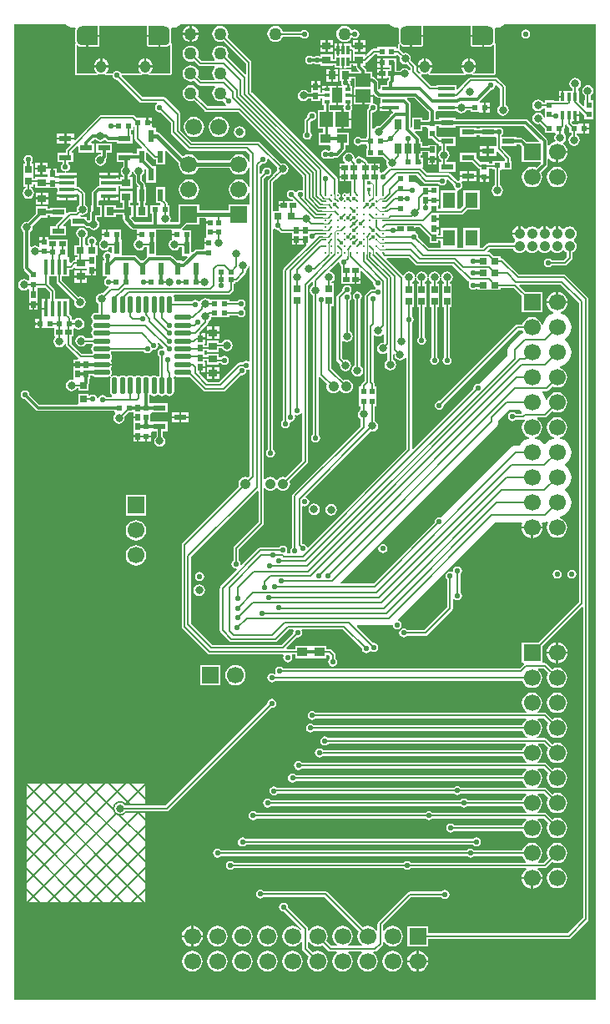
<source format=gbl>
G04 Layer_Physical_Order=4*
G04 Layer_Color=16711680*
%FSLAX43Y43*%
%MOMM*%
G71*
G01*
G75*
%ADD10C,0.180*%
%ADD17R,1.000X1.600*%
%ADD26R,1.000X0.950*%
%ADD28R,0.500X0.650*%
%ADD29R,0.550X0.600*%
%ADD30R,0.850X0.800*%
%ADD31R,0.600X0.550*%
%ADD32R,0.650X0.500*%
%ADD33R,0.700X0.700*%
%ADD35R,0.700X0.700*%
%ADD36R,0.800X0.850*%
%ADD37C,0.300*%
%ADD38C,0.200*%
%ADD39C,0.250*%
%ADD40C,0.400*%
%ADD43R,0.900X0.300*%
G04:AMPARAMS|DCode=44|XSize=2.1mm|YSize=1.9mm|CornerRadius=0.494mm|HoleSize=0mm|Usage=FLASHONLY|Rotation=0.000|XOffset=0mm|YOffset=0mm|HoleType=Round|Shape=RoundedRectangle|*
%AMROUNDEDRECTD44*
21,1,2.100,0.912,0,0,0.0*
21,1,1.112,1.900,0,0,0.0*
1,1,0.988,0.556,-0.456*
1,1,0.988,-0.556,-0.456*
1,1,0.988,-0.556,0.456*
1,1,0.988,0.556,0.456*
%
%ADD44ROUNDEDRECTD44*%
G04:AMPARAMS|DCode=45|XSize=1.05mm|YSize=1.25mm|CornerRadius=0.525mm|HoleSize=0mm|Usage=FLASHONLY|Rotation=180.000|XOffset=0mm|YOffset=0mm|HoleType=Round|Shape=RoundedRectangle|*
%AMROUNDEDRECTD45*
21,1,1.050,0.200,0,0,180.0*
21,1,0.000,1.250,0,0,180.0*
1,1,1.050,0.000,0.100*
1,1,1.050,0.000,0.100*
1,1,1.050,0.000,-0.100*
1,1,1.050,0.000,-0.100*
%
%ADD45ROUNDEDRECTD45*%
G04:AMPARAMS|DCode=46|XSize=1.05mm|YSize=1.25mm|CornerRadius=0.525mm|HoleSize=0mm|Usage=FLASHONLY|Rotation=180.000|XOffset=0mm|YOffset=0mm|HoleType=Round|Shape=RoundedRectangle|*
%AMROUNDEDRECTD46*
21,1,1.050,0.200,0,0,180.0*
21,1,0.000,1.250,0,0,180.0*
1,1,1.050,0.000,0.100*
1,1,1.050,0.000,0.100*
1,1,1.050,0.000,-0.100*
1,1,1.050,0.000,-0.100*
%
%ADD46ROUNDEDRECTD46*%
%ADD47C,1.700*%
%ADD48R,1.700X1.700*%
%ADD49R,1.700X1.700*%
%ADD50C,1.700*%
%ADD51R,1.700X1.700*%
%ADD52C,1.050*%
%ADD53C,1.050*%
%ADD54C,3.600*%
%ADD55O,1.050X1.040*%
%ADD56R,1.700X1.700*%
%ADD57C,0.550*%
%ADD59C,0.400*%
%ADD77C,1.270*%
%ADD78R,1.300X1.600*%
%ADD79R,0.300X0.850*%
%ADD80R,0.300X0.950*%
%ADD81C,0.280*%
%ADD82R,0.600X0.300*%
%ADD83R,1.600X0.450*%
%ADD84R,0.650X1.050*%
%ADD85O,1.750X0.550*%
%ADD86O,0.550X1.750*%
%ADD87R,1.700X0.350*%
%ADD88R,1.300X0.600*%
%ADD89R,0.350X0.850*%
%ADD90R,0.650X0.800*%
%ADD91R,0.800X0.650*%
%ADD92R,1.350X1.500*%
%ADD93R,1.000X0.950*%
%ADD94R,1.500X1.350*%
%ADD95R,0.600X1.300*%
%ADD96R,0.450X1.600*%
%ADD97C,0.800*%
%ADD98C,0.175*%
%ADD99C,0.125*%
G36*
X-42789Y-14602D02*
X-42810Y-14760D01*
X-42775Y-15028D01*
X-42671Y-15277D01*
X-42507Y-15491D01*
X-42293Y-15655D01*
X-42044Y-15759D01*
X-41776Y-15794D01*
X-41508Y-15759D01*
X-41259Y-15655D01*
X-41045Y-15491D01*
X-40881Y-15277D01*
X-40812Y-15112D01*
X-37660D01*
X-37591Y-15277D01*
X-37427Y-15491D01*
X-37213Y-15655D01*
X-36964Y-15759D01*
X-36696Y-15794D01*
X-36428Y-15759D01*
X-36179Y-15655D01*
X-35965Y-15491D01*
X-35801Y-15277D01*
X-35716Y-15073D01*
X-35589Y-15098D01*
Y-16962D01*
X-35716Y-16987D01*
X-35801Y-16783D01*
X-35965Y-16569D01*
X-36179Y-16405D01*
X-36428Y-16301D01*
X-36696Y-16266D01*
X-36964Y-16301D01*
X-37213Y-16405D01*
X-37427Y-16569D01*
X-37591Y-16783D01*
X-37695Y-17032D01*
X-37730Y-17300D01*
X-37695Y-17568D01*
X-37591Y-17817D01*
X-37427Y-18031D01*
X-37213Y-18195D01*
X-36964Y-18299D01*
X-36696Y-18334D01*
X-36428Y-18299D01*
X-36179Y-18195D01*
X-35965Y-18031D01*
X-35801Y-17817D01*
X-35716Y-17613D01*
X-35589Y-17638D01*
Y-18722D01*
X-35671Y-18815D01*
X-37721D01*
Y-19428D01*
X-40751D01*
Y-18815D01*
X-42801D01*
Y-20495D01*
X-42924Y-20618D01*
X-43636D01*
X-43696Y-20506D01*
X-43658Y-20449D01*
X-43614Y-20225D01*
X-43658Y-20001D01*
X-43741Y-19877D01*
X-43725Y-19750D01*
X-43725D01*
X-43725Y-19750D01*
Y-18850D01*
X-43920D01*
Y-18750D01*
X-43941Y-18643D01*
X-44002Y-18552D01*
X-44200Y-18353D01*
Y-17025D01*
X-45150D01*
Y-18675D01*
X-44722D01*
X-44686Y-18723D01*
X-44710Y-18800D01*
X-44749Y-18850D01*
X-45675D01*
Y-19750D01*
X-45531D01*
Y-20618D01*
X-47217D01*
X-47632Y-20202D01*
X-47580Y-20075D01*
X-47375D01*
Y-18875D01*
X-47743D01*
Y-18600D01*
X-47525D01*
Y-17450D01*
X-48725D01*
Y-18600D01*
X-48507D01*
Y-18875D01*
X-48525D01*
Y-19119D01*
X-49175D01*
Y-18875D01*
X-50325D01*
Y-20075D01*
X-49175D01*
Y-19781D01*
X-48525D01*
Y-20075D01*
X-48482D01*
Y-20275D01*
X-48453Y-20421D01*
X-48370Y-20545D01*
X-47645Y-21270D01*
X-47521Y-21353D01*
X-47375Y-21382D01*
X-47375Y-21382D01*
X-47050D01*
Y-21725D01*
X-46550D01*
Y-21925D01*
X-47050D01*
Y-22300D01*
X-47050Y-22300D01*
X-47050D01*
X-47050Y-22300D01*
X-47105Y-22404D01*
X-47190Y-22460D01*
X-47317Y-22651D01*
X-47361Y-22875D01*
X-47317Y-23099D01*
X-47190Y-23290D01*
X-46999Y-23417D01*
X-46775Y-23461D01*
X-46551Y-23417D01*
X-46360Y-23290D01*
X-46271Y-23155D01*
X-46025D01*
Y-24025D01*
X-46025Y-24025D01*
X-46025D01*
X-46025Y-24025D01*
X-46075Y-24131D01*
X-46419Y-24475D01*
X-46656D01*
X-47091Y-24041D01*
X-47198Y-23969D01*
X-47325Y-23944D01*
X-48535D01*
X-48625Y-23854D01*
Y-22392D01*
X-48625Y-22375D01*
X-48625Y-22375D01*
X-48625D01*
X-48650Y-22275D01*
Y-22275D01*
X-48650Y-22149D01*
Y-21375D01*
X-49508D01*
X-49625Y-21350D01*
X-49625Y-21350D01*
X-49752Y-21350D01*
X-50025D01*
Y-21825D01*
X-50125D01*
Y-21925D01*
X-50625D01*
Y-22300D01*
X-50625Y-22300D01*
X-50625D01*
D01*
X-50667Y-22412D01*
X-50740Y-22460D01*
X-50867Y-22651D01*
X-50911Y-22875D01*
X-50867Y-23099D01*
X-50740Y-23290D01*
X-50549Y-23417D01*
X-50325Y-23461D01*
X-50101Y-23417D01*
X-49910Y-23290D01*
X-49821Y-23155D01*
X-49575D01*
Y-23697D01*
X-49702Y-23736D01*
X-49726Y-23701D01*
X-49874Y-23601D01*
X-50050Y-23566D01*
X-50226Y-23601D01*
X-50374Y-23701D01*
X-50474Y-23849D01*
X-50509Y-24025D01*
X-50474Y-24201D01*
X-50381Y-24339D01*
Y-24475D01*
X-50525D01*
Y-26125D01*
X-50118D01*
X-50101Y-26251D01*
X-50249Y-26351D01*
X-50349Y-26499D01*
X-50384Y-26675D01*
X-50349Y-26851D01*
X-50249Y-26999D01*
X-50101Y-27099D01*
X-49975Y-27124D01*
X-49925Y-27253D01*
Y-27253D01*
X-50491Y-27819D01*
X-50649Y-27788D01*
X-50873Y-27832D01*
X-51063Y-27959D01*
X-51190Y-28149D01*
X-51235Y-28374D01*
X-51190Y-28598D01*
X-51063Y-28788D01*
X-50929Y-28878D01*
Y-29792D01*
X-51249D01*
X-51424Y-29827D01*
X-51573Y-29927D01*
X-51673Y-30076D01*
X-51708Y-30251D01*
X-51673Y-30427D01*
X-51574Y-30575D01*
X-51555Y-30604D01*
Y-30698D01*
X-51574Y-30728D01*
X-51673Y-30876D01*
X-51708Y-31051D01*
X-51673Y-31227D01*
X-51574Y-31375D01*
X-51555Y-31404D01*
Y-31498D01*
X-51574Y-31528D01*
X-51673Y-31676D01*
X-51708Y-31851D01*
X-51673Y-32027D01*
X-51574Y-32175D01*
X-51555Y-32204D01*
Y-32263D01*
X-51652Y-32371D01*
X-52195D01*
X-52285Y-32235D01*
X-52476Y-32108D01*
X-52700Y-32064D01*
X-52924Y-32108D01*
X-53115Y-32235D01*
X-53242Y-32426D01*
X-53286Y-32650D01*
X-53242Y-32874D01*
X-53115Y-33065D01*
X-52924Y-33192D01*
X-52700Y-33236D01*
X-52476Y-33192D01*
X-52285Y-33065D01*
X-52197Y-32932D01*
X-51603D01*
X-51574Y-32975D01*
X-51555Y-33004D01*
Y-33098D01*
X-51574Y-33128D01*
X-51673Y-33276D01*
X-51708Y-33451D01*
X-51673Y-33627D01*
X-51573Y-33776D01*
X-51589Y-33901D01*
X-51652Y-33971D01*
X-52633D01*
X-53695Y-32909D01*
Y-32150D01*
X-53475D01*
Y-31399D01*
X-53474Y-31397D01*
X-53360Y-31343D01*
X-53348Y-31342D01*
X-53199Y-31442D01*
X-52975Y-31486D01*
X-52751Y-31442D01*
X-52560Y-31315D01*
X-52433Y-31124D01*
X-52389Y-30900D01*
X-52433Y-30676D01*
X-52560Y-30485D01*
X-52751Y-30358D01*
X-52975Y-30314D01*
X-53199Y-30358D01*
X-53348Y-30458D01*
X-53475Y-30450D01*
X-53475Y-30450D01*
X-53475Y-30450D01*
X-53670D01*
Y-30300D01*
X-53691Y-30193D01*
X-53752Y-30102D01*
X-53900Y-29953D01*
Y-28400D01*
X-55320D01*
Y-27600D01*
X-55341Y-27493D01*
X-55402Y-27402D01*
X-55970Y-26834D01*
Y-26100D01*
X-55230D01*
Y-26625D01*
X-55209Y-26732D01*
X-55148Y-26823D01*
X-53405Y-28567D01*
X-53436Y-28725D01*
X-53392Y-28949D01*
X-53265Y-29140D01*
X-53074Y-29267D01*
X-52850Y-29311D01*
X-52626Y-29267D01*
X-52435Y-29140D01*
X-52308Y-28949D01*
X-52264Y-28725D01*
X-52308Y-28501D01*
X-52435Y-28310D01*
X-52626Y-28183D01*
X-52850Y-28139D01*
X-53008Y-28170D01*
X-54670Y-26509D01*
Y-26100D01*
X-53900D01*
Y-25405D01*
X-53775D01*
X-53668Y-25384D01*
X-53577Y-25323D01*
X-53467Y-25214D01*
X-53350Y-25262D01*
Y-25300D01*
X-52150D01*
X-52100Y-25406D01*
Y-25408D01*
X-52125Y-25525D01*
X-52227Y-25525D01*
X-52650D01*
Y-26025D01*
X-52111D01*
X-52100Y-25975D01*
X-51998Y-25975D01*
X-51750D01*
Y-25450D01*
X-51650D01*
Y-25350D01*
X-51200D01*
Y-24925D01*
X-51200D01*
X-51225Y-24900D01*
Y-24052D01*
X-51225Y-24000D01*
X-51129Y-23925D01*
X-51129Y-23925D01*
X-51050D01*
Y-22925D01*
X-51227D01*
X-51251Y-22892D01*
X-51283Y-22798D01*
X-51201Y-22676D01*
X-51166Y-22500D01*
X-51201Y-22324D01*
X-51301Y-22176D01*
X-51449Y-22076D01*
X-51625Y-22041D01*
X-51801Y-22076D01*
X-51949Y-22176D01*
X-52049Y-22324D01*
X-52084Y-22500D01*
X-52049Y-22676D01*
X-51967Y-22798D01*
X-51999Y-22892D01*
X-52023Y-22925D01*
X-52123D01*
X-52200Y-22925D01*
X-52218D01*
X-52254Y-22920D01*
X-52345Y-22805D01*
Y-22229D01*
X-52210Y-22140D01*
X-52083Y-21949D01*
X-52039Y-21725D01*
X-52083Y-21501D01*
X-52210Y-21310D01*
X-52401Y-21183D01*
X-52625Y-21139D01*
X-52849Y-21183D01*
X-53040Y-21310D01*
X-53167Y-21501D01*
X-53211Y-21725D01*
X-53167Y-21949D01*
X-53040Y-22140D01*
X-52905Y-22229D01*
Y-22925D01*
X-53400D01*
Y-23925D01*
X-53105D01*
Y-24150D01*
X-53350D01*
Y-24446D01*
X-53376D01*
X-53484Y-24467D01*
X-53575Y-24528D01*
X-53773Y-24726D01*
X-53900Y-24674D01*
Y-24150D01*
X-54060D01*
X-54125Y-24050D01*
Y-23200D01*
Y-22350D01*
X-56025D01*
Y-22075D01*
X-56400D01*
Y-22575D01*
X-56500D01*
Y-22675D01*
X-56975D01*
Y-23031D01*
X-57088Y-23109D01*
X-57201Y-23033D01*
X-57425Y-22989D01*
X-57649Y-23033D01*
X-57767Y-23112D01*
X-57894Y-23044D01*
Y-21595D01*
X-57810Y-21540D01*
X-57683Y-21349D01*
X-57639Y-21125D01*
X-57658Y-21027D01*
X-56781Y-20150D01*
X-56100D01*
Y-19906D01*
X-55875D01*
Y-20050D01*
X-54637D01*
X-54589Y-20167D01*
X-55248Y-20827D01*
X-55309Y-20918D01*
X-55325Y-21000D01*
X-55875D01*
Y-21950D01*
X-54225D01*
Y-21000D01*
X-54463D01*
X-54511Y-20883D01*
X-53892Y-20264D01*
X-53775Y-20312D01*
Y-21000D01*
X-52394D01*
X-52359Y-21034D01*
X-52252Y-21106D01*
X-52125Y-21131D01*
X-51920D01*
X-51865Y-21215D01*
X-51674Y-21342D01*
X-51450Y-21386D01*
X-51226Y-21342D01*
X-51035Y-21215D01*
X-50908Y-21024D01*
X-50864Y-20800D01*
X-50908Y-20576D01*
X-51035Y-20385D01*
X-51119Y-20330D01*
Y-20075D01*
X-50575D01*
Y-18875D01*
X-50969D01*
Y-18449D01*
X-50900Y-18350D01*
X-50000D01*
Y-17925D01*
X-49900D01*
Y-17825D01*
X-48900D01*
Y-17500D01*
X-48925D01*
Y-17025D01*
Y-16956D01*
X-48725D01*
Y-17200D01*
X-47525D01*
Y-16050D01*
X-47794D01*
Y-15895D01*
X-47710Y-15840D01*
X-47583Y-15649D01*
X-47550Y-15480D01*
X-47420D01*
X-47392Y-15624D01*
X-47265Y-15815D01*
X-47181Y-15870D01*
Y-16500D01*
X-47156Y-16627D01*
X-47084Y-16734D01*
X-46921Y-16898D01*
X-46941Y-17025D01*
X-47050D01*
Y-18675D01*
X-46906D01*
Y-18875D01*
X-47125D01*
Y-20075D01*
X-45975D01*
Y-18875D01*
X-46244D01*
Y-18675D01*
X-46100D01*
Y-17025D01*
X-46244D01*
Y-16775D01*
X-46269Y-16648D01*
X-46341Y-16541D01*
X-46519Y-16363D01*
Y-15870D01*
X-46435Y-15815D01*
X-46308Y-15624D01*
X-46264Y-15400D01*
X-46281Y-15313D01*
X-46193Y-15194D01*
X-46100Y-15280D01*
Y-16575D01*
X-45150D01*
Y-14925D01*
X-45456D01*
X-46100Y-14281D01*
Y-13587D01*
X-45983Y-13539D01*
X-45373Y-14148D01*
X-45282Y-14209D01*
X-45175Y-14230D01*
X-45150D01*
Y-14775D01*
X-44200D01*
Y-13357D01*
X-44083Y-13308D01*
X-42789Y-14602D01*
D02*
G37*
G36*
X-44350Y-33296D02*
X-44413Y-33413D01*
X-44524Y-33391D01*
X-44699Y-33426D01*
X-44848Y-33526D01*
X-44948Y-33674D01*
X-44983Y-33850D01*
X-44948Y-34026D01*
X-44848Y-34174D01*
X-44804Y-34204D01*
Y-36222D01*
X-44847Y-36251D01*
X-44877Y-36270D01*
X-44971D01*
X-45000Y-36251D01*
X-45148Y-36152D01*
X-45324Y-36117D01*
X-45499Y-36152D01*
X-45647Y-36251D01*
X-45677Y-36270D01*
X-45771D01*
X-45800Y-36251D01*
X-45948Y-36152D01*
X-46124Y-36117D01*
X-46299Y-36152D01*
X-46447Y-36251D01*
X-46477Y-36270D01*
X-46571D01*
X-46600Y-36251D01*
X-46748Y-36152D01*
X-46924Y-36117D01*
X-47099Y-36152D01*
X-47247Y-36251D01*
X-47277Y-36270D01*
X-47371D01*
X-47400Y-36251D01*
X-47548Y-36152D01*
X-47724Y-36117D01*
X-47899Y-36152D01*
X-48047Y-36251D01*
X-48077Y-36270D01*
X-48171D01*
X-48200Y-36251D01*
X-48348Y-36152D01*
X-48524Y-36117D01*
X-48699Y-36152D01*
X-48847Y-36251D01*
X-48877Y-36270D01*
X-48971D01*
X-49000Y-36251D01*
X-49148Y-36152D01*
X-49324Y-36117D01*
X-49499Y-36152D01*
X-49602Y-36221D01*
X-49693Y-36129D01*
X-49625Y-36027D01*
X-49590Y-35851D01*
X-49625Y-35676D01*
X-49724Y-35527D01*
Y-35431D01*
X-49703Y-35388D01*
X-49601Y-35237D01*
X-49584Y-35151D01*
X-50649D01*
Y-34951D01*
X-49584D01*
X-49601Y-34866D01*
X-49703Y-34714D01*
X-49724Y-34672D01*
Y-34576D01*
X-49625Y-34427D01*
X-49590Y-34251D01*
X-49625Y-34076D01*
X-49724Y-33927D01*
X-49709Y-33802D01*
X-49646Y-33732D01*
X-46354D01*
X-46326Y-33774D01*
X-46177Y-33874D01*
X-46001Y-33909D01*
X-45826Y-33874D01*
X-45677Y-33774D01*
X-45577Y-33626D01*
X-45574Y-33611D01*
X-45427Y-33521D01*
X-45352Y-33535D01*
X-45177Y-33500D01*
X-45028Y-33401D01*
X-44928Y-33252D01*
X-44893Y-33077D01*
X-44928Y-32901D01*
X-44935Y-32891D01*
X-44836Y-32810D01*
X-44350Y-33296D01*
D02*
G37*
G36*
X-32830Y-15042D02*
X-32861Y-15200D01*
X-32827Y-15373D01*
X-33221Y-15767D01*
X-33273Y-15802D01*
X-33698Y-16227D01*
X-33759Y-16318D01*
X-33780Y-16425D01*
Y-43646D01*
X-33824Y-43676D01*
X-33924Y-43824D01*
X-33959Y-44000D01*
X-33924Y-44176D01*
X-33824Y-44324D01*
X-33676Y-44424D01*
X-33500Y-44459D01*
X-33324Y-44424D01*
X-33176Y-44324D01*
X-33076Y-44176D01*
X-33041Y-44000D01*
X-33076Y-43824D01*
X-33176Y-43676D01*
X-33220Y-43646D01*
Y-21323D01*
X-33130Y-21287D01*
X-33093Y-21279D01*
X-32951Y-21374D01*
X-32775Y-21409D01*
X-32723Y-21398D01*
X-32498Y-21623D01*
X-32407Y-21684D01*
X-32300Y-21705D01*
X-31300D01*
Y-21850D01*
X-31325D01*
Y-22275D01*
X-30875D01*
Y-22375D01*
X-30775D01*
Y-22900D01*
X-30100D01*
Y-22375D01*
X-29900D01*
Y-22947D01*
X-29871Y-23017D01*
X-32133Y-25279D01*
X-32187Y-25316D01*
X-32248Y-25407D01*
X-32269Y-25514D01*
Y-40696D01*
X-32313Y-40726D01*
X-32413Y-40874D01*
X-32448Y-41050D01*
X-32413Y-41226D01*
X-32313Y-41374D01*
X-32165Y-41474D01*
X-31989Y-41509D01*
X-31813Y-41474D01*
X-31665Y-41374D01*
X-31565Y-41226D01*
X-31530Y-41050D01*
X-31541Y-40995D01*
X-31450Y-40884D01*
X-31274Y-40849D01*
X-31126Y-40749D01*
X-31026Y-40601D01*
X-30991Y-40425D01*
X-31026Y-40251D01*
X-31003Y-40219D01*
X-30973Y-40179D01*
X-30939Y-40151D01*
X-30775Y-40184D01*
X-30599Y-40149D01*
X-30451Y-40049D01*
X-30382Y-39947D01*
X-30255Y-39986D01*
Y-44759D01*
X-31972Y-46475D01*
X-32039Y-46448D01*
X-32220Y-46424D01*
X-32230D01*
X-32411Y-46448D01*
X-32581Y-46518D01*
X-32726Y-46629D01*
X-32781Y-46701D01*
X-32939D01*
X-32994Y-46629D01*
X-33139Y-46518D01*
X-33309Y-46448D01*
X-33490Y-46424D01*
X-33500D01*
X-33681Y-46448D01*
X-33850Y-46518D01*
X-33996Y-46629D01*
X-34036Y-46682D01*
X-34163Y-46639D01*
Y-16184D01*
X-33927Y-15948D01*
X-33875Y-15959D01*
X-33699Y-15924D01*
X-33551Y-15824D01*
X-33451Y-15676D01*
X-33416Y-15500D01*
X-33451Y-15324D01*
X-33551Y-15176D01*
X-33699Y-15076D01*
X-33875Y-15041D01*
X-34051Y-15076D01*
X-34199Y-15176D01*
X-34299Y-15324D01*
X-34334Y-15500D01*
X-34323Y-15552D01*
X-34457Y-15685D01*
X-34574Y-15636D01*
Y-14895D01*
X-34327Y-14648D01*
X-34275Y-14659D01*
X-34099Y-14624D01*
X-33951Y-14524D01*
X-33851Y-14376D01*
X-33822Y-14229D01*
X-33739Y-14187D01*
X-33692Y-14179D01*
X-32830Y-15042D01*
D02*
G37*
G36*
X-21235Y-715D02*
X-20928Y-842D01*
X-20599Y-885D01*
X-20525Y-876D01*
X-20436Y-992D01*
X-20458Y-1044D01*
X-20466Y-1107D01*
X-20472Y-1139D01*
X-20471Y-1148D01*
X-20474Y-1157D01*
X-20476Y-1180D01*
X-20481Y-1219D01*
Y-2131D01*
X-20475Y-2172D01*
X-20474Y-2191D01*
X-20472Y-2198D01*
X-20472Y-2205D01*
X-20465Y-2250D01*
X-20465Y-2252D01*
X-20458Y-2306D01*
X-20434Y-2363D01*
X-20428Y-2380D01*
X-20459Y-2421D01*
X-20466Y-2429D01*
X-20476Y-2436D01*
X-20489Y-2455D01*
X-20505Y-2473D01*
X-20508Y-2484D01*
X-20515Y-2494D01*
X-20519Y-2517D01*
X-20527Y-2539D01*
X-20526Y-2551D01*
X-20528Y-2562D01*
Y-2977D01*
X-20550Y-2995D01*
X-20725D01*
Y-2825D01*
X-21675D01*
Y-2825D01*
X-21725D01*
Y-2825D01*
X-22675D01*
Y-2995D01*
X-23052D01*
X-23159Y-3016D01*
X-23250Y-3077D01*
X-23788Y-3615D01*
X-23900Y-3727D01*
Y-3575D01*
X-24945D01*
Y-3350D01*
X-24600D01*
Y-2850D01*
X-25125D01*
Y-2903D01*
X-25127Y-2902D01*
X-25218Y-2841D01*
X-25325Y-2820D01*
Y-2737D01*
Y-2500D01*
X-25800D01*
Y-2475D01*
X-26050D01*
Y-3100D01*
X-26250D01*
Y-2475D01*
X-26550D01*
Y-3100D01*
Y-3725D01*
X-26500D01*
Y-3750D01*
X-26975D01*
Y-4044D01*
X-27200D01*
Y-3575D01*
X-28400D01*
Y-3817D01*
X-28437D01*
X-28527Y-3757D01*
D01*
X-28576Y-3725D01*
X-28751Y-3690D01*
X-28927Y-3725D01*
X-29066Y-3817D01*
X-29210D01*
X-29346Y-3726D01*
X-29522Y-3691D01*
X-29698Y-3726D01*
X-29846Y-3826D01*
X-29946Y-3974D01*
X-29981Y-4150D01*
X-29946Y-4326D01*
X-29846Y-4474D01*
X-29825Y-4489D01*
X-29698Y-4574D01*
X-29522Y-4609D01*
X-29346Y-4574D01*
X-29206Y-4480D01*
X-29066D01*
X-28927Y-4572D01*
X-28751Y-4607D01*
X-28576Y-4572D01*
X-28541Y-4549D01*
X-28437Y-4480D01*
X-28400D01*
Y-4725D01*
X-27200D01*
Y-4656D01*
X-26975D01*
Y-4950D01*
X-26500D01*
Y-4975D01*
X-26250D01*
Y-4350D01*
X-26050D01*
Y-4975D01*
X-25800D01*
Y-4950D01*
X-25325D01*
Y-4606D01*
X-25100D01*
Y-4725D01*
X-24831D01*
Y-4825D01*
X-24806Y-4952D01*
X-24734Y-5059D01*
X-24494Y-5300D01*
X-25000D01*
Y-5369D01*
X-25300D01*
Y-5100D01*
X-26450D01*
Y-6300D01*
X-26311D01*
X-26335Y-6424D01*
X-26300Y-6599D01*
X-26201Y-6748D01*
X-26198Y-6750D01*
X-26625D01*
Y-7750D01*
Y-8750D01*
X-26067D01*
X-26100Y-8800D01*
X-26135Y-8975D01*
X-26100Y-9151D01*
X-26051Y-9225D01*
X-26100D01*
Y-10075D01*
X-25325D01*
Y-9260D01*
X-25252Y-9151D01*
X-25217Y-8975D01*
X-25242Y-8852D01*
D01*
X-25252Y-8800D01*
X-25302Y-8725D01*
X-25200D01*
Y-8725D01*
Y-8100D01*
X-25175D01*
Y-7850D01*
X-25675D01*
Y-7650D01*
X-25175D01*
Y-7400D01*
X-25200D01*
Y-6775D01*
X-25369D01*
Y-6625D01*
X-25369Y-6625D01*
X-25392Y-6508D01*
X-25425Y-6459D01*
X-25418Y-6424D01*
X-25423Y-6398D01*
X-25442Y-6300D01*
X-25300D01*
Y-6031D01*
X-25000D01*
Y-6925D01*
X-25025D01*
Y-7700D01*
X-23125D01*
Y-7698D01*
Y-7517D01*
X-23121Y-7522D01*
X-22998Y-7646D01*
X-22734Y-7909D01*
X-22627Y-7981D01*
X-22500Y-8006D01*
X-22375D01*
Y-8025D01*
Y-8600D01*
X-22400D01*
Y-8875D01*
X-21350D01*
Y-8975D01*
X-21250D01*
Y-9350D01*
X-21122D01*
X-21071Y-9477D01*
X-21179Y-9585D01*
X-21221Y-9613D01*
X-21397Y-9789D01*
X-21424Y-9831D01*
X-22427Y-10833D01*
X-22525Y-10814D01*
X-22749Y-10858D01*
X-22940Y-10985D01*
X-23018Y-11102D01*
X-23145Y-11064D01*
Y-9495D01*
X-23101Y-9459D01*
X-22926Y-9424D01*
X-22777Y-9325D01*
X-22677Y-9176D01*
X-22642Y-9000D01*
X-22677Y-8825D01*
X-22777Y-8676D01*
X-22882Y-8606D01*
D01*
X-22926Y-8577D01*
X-23101Y-8542D01*
X-23125Y-8546D01*
Y-8522D01*
Y-7900D01*
X-23975D01*
Y-8675D01*
X-23424D01*
X-23426Y-8676D01*
X-23510Y-8802D01*
D01*
X-23525Y-8824D01*
X-23525Y-8825D01*
X-23560Y-9000D01*
X-23554Y-9029D01*
X-23623Y-9098D01*
X-23684Y-9189D01*
X-23705Y-9297D01*
Y-11125D01*
Y-11950D01*
X-23800D01*
Y-12120D01*
X-24271D01*
X-24301Y-12076D01*
X-24449Y-11976D01*
X-24625Y-11941D01*
X-24801Y-11976D01*
X-24949Y-12076D01*
X-25049Y-12224D01*
X-25084Y-12400D01*
X-25049Y-12576D01*
X-24949Y-12724D01*
X-24801Y-12824D01*
X-24625Y-12859D01*
X-24449Y-12824D01*
X-24301Y-12724D01*
X-24271Y-12680D01*
X-23800D01*
Y-12850D01*
X-23705D01*
Y-13100D01*
X-23800D01*
Y-14000D01*
X-22850D01*
Y-14000D01*
X-22800D01*
Y-14000D01*
X-22122D01*
X-21730Y-14392D01*
X-21761Y-14550D01*
X-21717Y-14774D01*
X-21619Y-14921D01*
X-21590Y-14965D01*
X-21619Y-15098D01*
X-22048Y-15527D01*
X-22100Y-15516D01*
X-22273Y-15551D01*
X-22276Y-15551D01*
X-22400Y-15481D01*
Y-15200D01*
X-22925D01*
Y-15100D01*
X-23025D01*
Y-14650D01*
X-23450D01*
Y-14675D01*
X-23595D01*
Y-14675D01*
X-23616Y-14568D01*
X-23677Y-14477D01*
X-23977Y-14177D01*
X-24068Y-14116D01*
X-24142Y-14101D01*
X-24176Y-14051D01*
X-24324Y-13951D01*
X-24500Y-13916D01*
X-24676Y-13951D01*
X-24824Y-14051D01*
X-24866Y-14113D01*
X-24914Y-14108D01*
X-24994Y-14075D01*
X-25033Y-13876D01*
X-25160Y-13685D01*
X-25351Y-13558D01*
X-25575Y-13514D01*
X-25799Y-13558D01*
X-25990Y-13685D01*
X-26117Y-13876D01*
X-26161Y-14100D01*
X-26117Y-14324D01*
X-25990Y-14515D01*
X-25977Y-14523D01*
X-26015Y-14650D01*
X-26500D01*
Y-15550D01*
X-26500D01*
X-26500D01*
Y-15550D01*
X-26500D01*
X-26500Y-15550D01*
Y-15900D01*
X-25975D01*
Y-16000D01*
X-25875D01*
Y-16450D01*
X-25450D01*
Y-16425D01*
X-25268D01*
Y-17436D01*
X-25350Y-17503D01*
X-25483Y-17530D01*
X-25595Y-17605D01*
X-25649Y-17686D01*
X-25759Y-17699D01*
X-25794Y-17692D01*
X-25813Y-17663D01*
X-25899Y-17606D01*
X-26000Y-17586D01*
X-26101Y-17606D01*
X-26187Y-17663D01*
X-26244Y-17749D01*
X-26264Y-17850D01*
X-26244Y-17951D01*
X-26187Y-18037D01*
X-26101Y-18094D01*
X-26044Y-18105D01*
X-26057Y-18175D01*
X-26044Y-18245D01*
X-26101Y-18256D01*
X-26187Y-18313D01*
X-26244Y-18399D01*
X-26252Y-18440D01*
X-26382D01*
X-26391Y-18393D01*
X-26452Y-18302D01*
X-26541Y-18212D01*
X-26508Y-18066D01*
X-26463Y-18037D01*
X-26406Y-17951D01*
X-26386Y-17850D01*
X-26406Y-17749D01*
X-26463Y-17663D01*
X-26549Y-17606D01*
X-26650Y-17586D01*
X-26696Y-17548D01*
Y-16224D01*
X-26717Y-16116D01*
X-26778Y-16025D01*
X-35420Y-7384D01*
Y-4400D01*
X-35441Y-4293D01*
X-35502Y-4202D01*
X-37864Y-1840D01*
X-37811Y-1711D01*
X-37783Y-1500D01*
X-37811Y-1289D01*
X-37892Y-1092D01*
X-38022Y-922D01*
X-38192Y-792D01*
X-38389Y-711D01*
X-38600Y-683D01*
X-38811Y-711D01*
X-39008Y-792D01*
X-39178Y-922D01*
X-39308Y-1092D01*
X-39389Y-1289D01*
X-39417Y-1500D01*
X-39389Y-1711D01*
X-39308Y-1908D01*
X-39178Y-2078D01*
X-39008Y-2208D01*
X-38811Y-2289D01*
X-38600Y-2317D01*
X-38389Y-2289D01*
X-38260Y-2236D01*
X-35980Y-4516D01*
Y-5557D01*
X-36098Y-5606D01*
X-37864Y-3840D01*
X-37811Y-3711D01*
X-37783Y-3500D01*
X-37811Y-3289D01*
X-37892Y-3092D01*
X-38022Y-2922D01*
X-38192Y-2792D01*
X-38389Y-2711D01*
X-38600Y-2683D01*
X-38811Y-2711D01*
X-39008Y-2792D01*
X-39178Y-2922D01*
X-39308Y-3092D01*
X-39389Y-3289D01*
X-39417Y-3500D01*
X-39389Y-3711D01*
X-39308Y-3908D01*
X-39178Y-4078D01*
X-39158Y-4093D01*
X-39201Y-4220D01*
X-40484D01*
X-40864Y-3840D01*
X-40811Y-3711D01*
X-40783Y-3500D01*
X-40811Y-3289D01*
X-40892Y-3092D01*
X-41022Y-2922D01*
X-41192Y-2792D01*
X-41389Y-2711D01*
X-41600Y-2683D01*
X-41811Y-2711D01*
X-42008Y-2792D01*
X-42178Y-2922D01*
X-42308Y-3092D01*
X-42389Y-3289D01*
X-42417Y-3500D01*
X-42389Y-3711D01*
X-42308Y-3908D01*
X-42178Y-4078D01*
X-42008Y-4208D01*
X-41811Y-4289D01*
X-41600Y-4317D01*
X-41389Y-4289D01*
X-41260Y-4236D01*
X-40798Y-4698D01*
X-40707Y-4759D01*
X-40600Y-4780D01*
X-39201D01*
X-39158Y-4907D01*
X-39178Y-4922D01*
X-39308Y-5091D01*
X-39389Y-5289D01*
X-39417Y-5500D01*
X-39389Y-5711D01*
X-39308Y-5908D01*
X-39185Y-6068D01*
X-39200Y-6143D01*
X-39217Y-6195D01*
X-40509D01*
X-40864Y-5840D01*
X-40811Y-5711D01*
X-40783Y-5500D01*
X-40811Y-5289D01*
X-40892Y-5091D01*
X-41022Y-4922D01*
X-41192Y-4792D01*
X-41389Y-4711D01*
X-41600Y-4683D01*
X-41811Y-4711D01*
X-42008Y-4792D01*
X-42178Y-4922D01*
X-42308Y-5091D01*
X-42389Y-5289D01*
X-42417Y-5500D01*
X-42389Y-5711D01*
X-42308Y-5908D01*
X-42178Y-6078D01*
X-42008Y-6208D01*
X-41811Y-6289D01*
X-41600Y-6317D01*
X-41389Y-6289D01*
X-41260Y-6236D01*
X-40823Y-6673D01*
X-40732Y-6734D01*
X-40625Y-6755D01*
X-40625Y-6755D01*
X-39169D01*
X-39126Y-6882D01*
X-39178Y-6922D01*
X-39308Y-7091D01*
X-39389Y-7289D01*
X-39417Y-7500D01*
X-39389Y-7711D01*
X-39308Y-7909D01*
X-39178Y-8078D01*
X-39008Y-8208D01*
X-38811Y-8289D01*
X-38600Y-8317D01*
X-38389Y-8289D01*
X-38370Y-8281D01*
X-38343Y-8288D01*
X-38236Y-8363D01*
X-38211Y-8488D01*
X-38112Y-8637D01*
X-37991Y-8718D01*
X-38020Y-8845D01*
X-39859D01*
X-40864Y-7840D01*
X-40811Y-7711D01*
X-40783Y-7500D01*
X-40811Y-7289D01*
X-40892Y-7091D01*
X-41022Y-6922D01*
X-41192Y-6792D01*
X-41389Y-6711D01*
X-41600Y-6683D01*
X-41811Y-6711D01*
X-42008Y-6792D01*
X-42178Y-6922D01*
X-42308Y-7091D01*
X-42389Y-7289D01*
X-42417Y-7500D01*
X-42389Y-7711D01*
X-42308Y-7909D01*
X-42178Y-8078D01*
X-42008Y-8208D01*
X-41811Y-8289D01*
X-41600Y-8317D01*
X-41389Y-8289D01*
X-41260Y-8236D01*
X-40173Y-9323D01*
X-40082Y-9384D01*
X-39975Y-9405D01*
X-36756D01*
X-30193Y-15969D01*
Y-17329D01*
X-30305Y-17389D01*
X-30324Y-17376D01*
X-30500Y-17341D01*
X-30676Y-17376D01*
X-30824Y-17476D01*
X-30861Y-17530D01*
X-31014D01*
X-31051Y-17476D01*
X-31199Y-17376D01*
X-31375Y-17341D01*
X-31551Y-17376D01*
X-31699Y-17476D01*
X-31799Y-17624D01*
X-31834Y-17800D01*
X-31799Y-17976D01*
X-31699Y-18124D01*
X-31551Y-18224D01*
X-31375Y-18259D01*
X-31308Y-18245D01*
X-31196Y-18358D01*
X-31244Y-18475D01*
X-31625D01*
Y-18450D01*
X-32050D01*
Y-18900D01*
X-32150D01*
Y-19000D01*
X-32675D01*
Y-19350D01*
X-32675Y-19350D01*
X-32675D01*
X-32680Y-19475D01*
X-33220D01*
Y-16541D01*
X-32912Y-16233D01*
X-32859Y-16198D01*
X-32419Y-15758D01*
X-32275Y-15786D01*
X-32051Y-15742D01*
X-31860Y-15615D01*
X-31733Y-15424D01*
X-31689Y-15200D01*
X-31733Y-14976D01*
X-31860Y-14785D01*
X-32051Y-14658D01*
X-32275Y-14614D01*
X-32433Y-14645D01*
X-34552Y-12527D01*
X-34643Y-12466D01*
X-34750Y-12445D01*
X-41434D01*
X-42620Y-11259D01*
Y-9625D01*
X-42641Y-9518D01*
X-42702Y-9427D01*
X-44127Y-8002D01*
X-44218Y-7941D01*
X-44325Y-7920D01*
X-46468D01*
X-48607Y-5780D01*
X-48567Y-5653D01*
X-46651D01*
X-46639Y-5651D01*
X-46627Y-5652D01*
X-46605Y-5644D01*
X-46582Y-5640D01*
X-46573Y-5633D01*
X-46561Y-5630D01*
X-46544Y-5614D01*
X-46524Y-5601D01*
X-46518Y-5591D01*
X-46509Y-5584D01*
X-46499Y-5563D01*
X-46486Y-5543D01*
X-46485Y-5543D01*
X-46392Y-5582D01*
X-46209Y-5606D01*
X-46026Y-5582D01*
X-45933Y-5543D01*
X-45932Y-5543D01*
X-45919Y-5563D01*
X-45909Y-5584D01*
X-45900Y-5591D01*
X-45894Y-5601D01*
X-45874Y-5614D01*
X-45857Y-5630D01*
X-45845Y-5633D01*
X-45836Y-5640D01*
X-45813Y-5644D01*
X-45791Y-5652D01*
X-45779Y-5651D01*
X-45767Y-5653D01*
X-43684D01*
X-43616Y-5640D01*
X-43558Y-5601D01*
X-43519Y-5543D01*
X-43506Y-5475D01*
X-43506Y-2562D01*
X-43508Y-2551D01*
X-43507Y-2539D01*
X-43515Y-2517D01*
X-43519Y-2494D01*
X-43526Y-2484D01*
X-43529Y-2473D01*
X-43545Y-2455D01*
X-43558Y-2436D01*
X-43568Y-2429D01*
X-43575Y-2421D01*
X-43596Y-2410D01*
X-43614Y-2398D01*
X-43576Y-2306D01*
X-43568Y-2243D01*
X-43562Y-2211D01*
X-43563Y-2202D01*
X-43560Y-2193D01*
X-43558Y-2170D01*
X-43553Y-2131D01*
Y-1219D01*
X-43559Y-1178D01*
X-43560Y-1159D01*
X-43562Y-1152D01*
X-43562Y-1145D01*
X-43569Y-1100D01*
X-43569Y-1098D01*
X-43576Y-1044D01*
X-43600Y-987D01*
X-43560Y-912D01*
X-43509Y-876D01*
X-43434Y-885D01*
X-43105Y-842D01*
X-42798Y-715D01*
X-42556Y-529D01*
X-21477D01*
X-21235Y-715D01*
D02*
G37*
G36*
X-35589Y-25100D02*
Y-34689D01*
X-35716Y-34757D01*
X-35799Y-34701D01*
X-35975Y-34666D01*
X-36151Y-34701D01*
X-36299Y-34801D01*
X-36329Y-34845D01*
X-36650D01*
X-36757Y-34866D01*
X-36848Y-34927D01*
X-38716Y-36795D01*
X-39884D01*
X-40736Y-35942D01*
X-40700Y-35855D01*
Y-35300D01*
X-40600D01*
Y-35200D01*
X-40150D01*
Y-34775D01*
X-40175D01*
Y-34630D01*
X-39925D01*
Y-35075D01*
X-38725D01*
Y-34880D01*
X-38529D01*
X-38499Y-34924D01*
X-38351Y-35024D01*
X-38175Y-35059D01*
X-37999Y-35024D01*
X-37851Y-34924D01*
X-37751Y-34776D01*
X-37716Y-34600D01*
X-37751Y-34424D01*
X-37851Y-34276D01*
X-37999Y-34176D01*
X-38175Y-34141D01*
X-38351Y-34176D01*
X-38499Y-34276D01*
X-38529Y-34320D01*
X-38725D01*
Y-33925D01*
X-39925D01*
Y-34070D01*
X-40175D01*
Y-33850D01*
X-40175D01*
Y-33630D01*
X-39925D01*
Y-33775D01*
X-38725D01*
Y-33380D01*
X-38429D01*
X-38340Y-33515D01*
X-38149Y-33642D01*
X-37925Y-33686D01*
X-37701Y-33642D01*
X-37510Y-33515D01*
X-37383Y-33324D01*
X-37339Y-33100D01*
X-37383Y-32876D01*
X-37510Y-32685D01*
X-37701Y-32558D01*
X-37925Y-32514D01*
X-38149Y-32558D01*
X-38340Y-32685D01*
X-38429Y-32820D01*
X-38725D01*
Y-32625D01*
X-39925D01*
Y-33070D01*
X-40175D01*
Y-32925D01*
X-40150D01*
Y-32500D01*
X-40600D01*
Y-32300D01*
X-40150D01*
Y-31875D01*
X-40638D01*
X-40686Y-31758D01*
X-40041Y-31112D01*
X-39992Y-31160D01*
X-39971Y-31180D01*
X-39969Y-31183D01*
X-39950Y-31298D01*
X-39950Y-31327D01*
Y-31327D01*
Y-31327D01*
Y-31700D01*
X-39425D01*
Y-31200D01*
X-39823D01*
X-39823D01*
X-39823D01*
X-39852Y-31200D01*
X-39967Y-31181D01*
X-39970Y-31179D01*
X-39989Y-31159D01*
X-40038Y-31109D01*
X-39902Y-30973D01*
X-39841Y-30882D01*
X-39820Y-30775D01*
Y-30654D01*
X-39685Y-30565D01*
X-39558Y-30374D01*
X-39529Y-30225D01*
X-38777D01*
X-38700Y-30225D01*
X-38675D01*
X-38650D01*
X-38573Y-30225D01*
X-37700D01*
Y-30055D01*
X-36854D01*
X-36824Y-30099D01*
X-36676Y-30199D01*
X-36500Y-30234D01*
X-36324Y-30199D01*
X-36176Y-30099D01*
X-36076Y-29951D01*
X-36041Y-29775D01*
X-36076Y-29599D01*
X-36176Y-29451D01*
X-36249Y-29401D01*
Y-29249D01*
X-36176Y-29199D01*
X-36076Y-29051D01*
X-36041Y-28875D01*
X-36076Y-28699D01*
X-36176Y-28551D01*
X-36324Y-28451D01*
X-36500Y-28416D01*
X-36676Y-28451D01*
X-36824Y-28551D01*
X-36854Y-28595D01*
X-37700D01*
Y-28425D01*
X-38573D01*
X-38650Y-28425D01*
X-38675D01*
X-38700D01*
X-38777Y-28425D01*
X-39650D01*
X-39650Y-28425D01*
Y-28425D01*
X-39769Y-28405D01*
X-39876Y-28333D01*
X-40100Y-28289D01*
X-40324Y-28333D01*
X-40515Y-28460D01*
X-40628Y-28631D01*
X-40715Y-28649D01*
X-40770Y-28647D01*
X-40801Y-28602D01*
X-40949Y-28502D01*
X-41125Y-28467D01*
X-41301Y-28502D01*
X-41449Y-28602D01*
X-41479Y-28646D01*
X-43265D01*
Y-28326D01*
X-43300Y-28151D01*
X-43346Y-28082D01*
X-43278Y-27955D01*
X-37775D01*
X-37668Y-27934D01*
X-37577Y-27873D01*
X-37327Y-27623D01*
X-37266Y-27532D01*
X-37245Y-27425D01*
Y-26850D01*
X-37050D01*
Y-26680D01*
X-36975D01*
X-36868Y-26659D01*
X-36777Y-26598D01*
X-36077Y-25898D01*
X-36016Y-25807D01*
X-35995Y-25700D01*
Y-25454D01*
X-35860Y-25365D01*
X-35733Y-25174D01*
X-35716Y-25088D01*
X-35589Y-25100D01*
D02*
G37*
G36*
X-21980Y-32011D02*
Y-32742D01*
X-22079Y-32823D01*
X-22125Y-32814D01*
X-22349Y-32858D01*
X-22540Y-32985D01*
X-22667Y-33176D01*
X-22711Y-33400D01*
X-22667Y-33624D01*
X-22540Y-33815D01*
X-22349Y-33942D01*
X-22125Y-33986D01*
X-21901Y-33942D01*
X-21757Y-33846D01*
X-21630Y-33906D01*
Y-34546D01*
X-21765Y-34635D01*
X-21892Y-34826D01*
X-21936Y-35050D01*
X-21892Y-35274D01*
X-21765Y-35465D01*
X-21574Y-35592D01*
X-21350Y-35636D01*
X-21126Y-35592D01*
X-20935Y-35465D01*
X-20808Y-35274D01*
X-20764Y-35050D01*
X-20808Y-34826D01*
X-20935Y-34635D01*
X-21070Y-34546D01*
Y-34010D01*
X-20943Y-33950D01*
X-20920Y-33968D01*
X-20936Y-34050D01*
X-20892Y-34274D01*
X-20765Y-34465D01*
X-20574Y-34592D01*
X-20350Y-34636D01*
X-20126Y-34592D01*
X-19935Y-34465D01*
X-19832Y-34310D01*
X-19705Y-34349D01*
Y-43584D01*
X-29701Y-53579D01*
X-29823Y-53543D01*
X-29826Y-53524D01*
X-29926Y-53376D01*
X-30074Y-53276D01*
X-30250Y-53241D01*
X-30295Y-53205D01*
Y-49477D01*
X-30168Y-49405D01*
X-30025Y-49434D01*
X-29849Y-49399D01*
X-29701Y-49299D01*
X-29601Y-49151D01*
X-29566Y-48975D01*
X-29601Y-48799D01*
X-29701Y-48651D01*
X-29849Y-48551D01*
X-29888Y-48543D01*
X-29925Y-48422D01*
X-23333Y-41830D01*
X-23175Y-41861D01*
X-22951Y-41817D01*
X-22760Y-41690D01*
X-22633Y-41499D01*
X-22589Y-41275D01*
X-22633Y-41051D01*
X-22760Y-40860D01*
X-22895Y-40771D01*
Y-39250D01*
X-22725D01*
Y-38300D01*
X-22725D01*
Y-38250D01*
X-22725D01*
Y-37300D01*
X-22895D01*
Y-37000D01*
X-22916Y-36893D01*
X-22977Y-36802D01*
X-23045Y-36734D01*
Y-32106D01*
X-22918Y-32046D01*
X-22774Y-32142D01*
X-22550Y-32186D01*
X-22326Y-32142D01*
X-22135Y-32015D01*
X-22107Y-31973D01*
X-21980Y-32011D01*
D02*
G37*
G36*
X-26524Y-24725D02*
X-26499Y-24851D01*
X-26399Y-24999D01*
X-26355Y-25029D01*
Y-25275D01*
X-26350Y-25302D01*
Y-25925D01*
X-26350D01*
Y-25975D01*
X-26350D01*
Y-26825D01*
X-25425D01*
Y-26850D01*
X-25000D01*
Y-26400D01*
X-24900D01*
Y-26300D01*
X-24375D01*
Y-26077D01*
X-24375Y-25950D01*
X-24375Y-25950D01*
Y-25950D01*
X-24375D01*
X-24375Y-25950D01*
Y-25569D01*
X-24258Y-25521D01*
X-23045Y-26733D01*
X-23059Y-26800D01*
X-23024Y-26976D01*
X-22924Y-27124D01*
X-22836Y-27184D01*
X-22831Y-27199D01*
X-22844Y-27330D01*
X-22949Y-27401D01*
X-22979Y-27445D01*
X-23275D01*
X-23382Y-27466D01*
X-23473Y-27527D01*
X-23873Y-27927D01*
X-23934Y-28018D01*
X-23955Y-28125D01*
Y-36684D01*
X-24248Y-36977D01*
X-24309Y-37068D01*
X-24330Y-37175D01*
Y-37300D01*
X-24500D01*
Y-38250D01*
X-24500D01*
Y-38300D01*
X-24500D01*
Y-39250D01*
X-24330D01*
Y-39583D01*
X-24465Y-39673D01*
X-24592Y-39863D01*
X-24636Y-40088D01*
X-24592Y-40312D01*
X-24465Y-40502D01*
X-24330Y-40592D01*
Y-41284D01*
X-31223Y-48177D01*
X-31284Y-48268D01*
X-31305Y-48375D01*
Y-53621D01*
X-31349Y-53651D01*
X-31449Y-53799D01*
X-31484Y-53975D01*
X-31460Y-54093D01*
X-31544Y-54220D01*
X-31786D01*
X-31854Y-54093D01*
X-31826Y-54051D01*
X-31791Y-53875D01*
X-31826Y-53699D01*
X-31926Y-53551D01*
X-32074Y-53451D01*
X-32250Y-53416D01*
X-32426Y-53451D01*
X-32574Y-53551D01*
X-32604Y-53595D01*
X-34520D01*
X-34627Y-53616D01*
X-34718Y-53677D01*
X-36437Y-55395D01*
X-36554Y-55333D01*
X-36543Y-55278D01*
X-36578Y-55102D01*
X-36677Y-54953D01*
X-36720Y-54925D01*
Y-53816D01*
X-34245Y-51342D01*
X-34184Y-51251D01*
X-34163Y-51143D01*
Y-47611D01*
X-34036Y-47568D01*
X-33996Y-47621D01*
X-33850Y-47732D01*
X-33681Y-47802D01*
X-33500Y-47826D01*
X-33490D01*
X-33309Y-47802D01*
X-33139Y-47732D01*
X-32994Y-47621D01*
X-32939Y-47549D01*
X-32781D01*
X-32726Y-47621D01*
X-32581Y-47732D01*
X-32411Y-47802D01*
X-32230Y-47826D01*
X-32220D01*
X-32039Y-47802D01*
X-31869Y-47732D01*
X-31724Y-47621D01*
X-31613Y-47475D01*
X-31543Y-47306D01*
X-31519Y-47125D01*
X-31543Y-46944D01*
X-31573Y-46870D01*
X-29777Y-45073D01*
X-29777Y-45073D01*
X-29716Y-44982D01*
X-29695Y-44875D01*
X-29695Y-44875D01*
Y-27016D01*
X-29320Y-26641D01*
X-29193Y-26694D01*
Y-27021D01*
X-29327Y-27110D01*
X-29454Y-27301D01*
X-29499Y-27525D01*
X-29454Y-27749D01*
X-29327Y-27940D01*
X-29193Y-28029D01*
Y-42113D01*
X-29249Y-42151D01*
X-29349Y-42299D01*
X-29384Y-42475D01*
X-29349Y-42651D01*
X-29249Y-42799D01*
X-29101Y-42899D01*
X-28925Y-42934D01*
X-28749Y-42899D01*
X-28601Y-42799D01*
X-28501Y-42651D01*
X-28466Y-42475D01*
X-28501Y-42299D01*
X-28601Y-42151D01*
X-28632Y-42129D01*
Y-36339D01*
X-28505Y-36286D01*
X-27772Y-37020D01*
X-27802Y-37094D01*
X-27826Y-37275D01*
X-27802Y-37456D01*
X-27732Y-37625D01*
X-27621Y-37771D01*
X-27476Y-37882D01*
X-27306Y-37952D01*
X-27125Y-37976D01*
X-27115D01*
X-26934Y-37952D01*
X-26764Y-37882D01*
X-26619Y-37771D01*
X-26564Y-37699D01*
X-26406D01*
X-26351Y-37771D01*
X-26205Y-37882D01*
X-26036Y-37952D01*
X-25855Y-37976D01*
X-25845D01*
X-25664Y-37952D01*
X-25494Y-37882D01*
X-25349Y-37771D01*
X-25238Y-37625D01*
X-25168Y-37456D01*
X-25144Y-37275D01*
X-25168Y-37094D01*
X-25238Y-36924D01*
X-25349Y-36779D01*
X-25494Y-36668D01*
X-25664Y-36598D01*
X-25845Y-36574D01*
X-25855D01*
X-26036Y-36598D01*
X-26103Y-36625D01*
X-27295Y-35434D01*
Y-29150D01*
X-27075D01*
Y-28000D01*
X-27075D01*
Y-27950D01*
X-27075D01*
Y-26800D01*
X-27295D01*
Y-26679D01*
X-27160Y-26590D01*
X-27033Y-26399D01*
X-26989Y-26175D01*
X-27033Y-25951D01*
X-27160Y-25760D01*
X-27351Y-25633D01*
X-27436Y-25616D01*
X-27473Y-25495D01*
X-26653Y-24675D01*
X-26524Y-24725D01*
D02*
G37*
G36*
X-8237Y-39621D02*
X-8004Y-39924D01*
X-8004Y-39928D01*
X-8046Y-40052D01*
X-8596D01*
X-8626Y-40008D01*
X-8774Y-39909D01*
X-8950Y-39874D01*
X-9126Y-39909D01*
X-9274Y-40008D01*
X-9374Y-40157D01*
X-9409Y-40333D01*
X-9374Y-40508D01*
X-9274Y-40657D01*
X-9126Y-40756D01*
X-8950Y-40791D01*
X-8774Y-40756D01*
X-8626Y-40657D01*
X-8596Y-40613D01*
X-7883D01*
X-7775Y-40592D01*
X-7733Y-40563D01*
X-7658Y-40666D01*
X-7701Y-40699D01*
X-7865Y-40913D01*
X-7969Y-41162D01*
X-8004Y-41430D01*
X-7969Y-41698D01*
X-7865Y-41947D01*
X-7701Y-42161D01*
X-7487Y-42325D01*
X-7263Y-42418D01*
X-7262Y-42525D01*
X-7268Y-42547D01*
X-7349Y-42557D01*
X-7701Y-42703D01*
X-8004Y-42936D01*
X-8237Y-43239D01*
X-8247Y-43264D01*
X-8595D01*
X-8778Y-43288D01*
X-8948Y-43359D01*
X-9094Y-43471D01*
X-16200Y-50576D01*
X-16375Y-50541D01*
X-16551Y-50576D01*
X-16699Y-50676D01*
X-16799Y-50824D01*
X-16834Y-51000D01*
X-16823Y-51052D01*
X-23041Y-57270D01*
X-26330D01*
X-26379Y-57152D01*
X-10576Y-41349D01*
X-10464Y-41203D01*
X-10393Y-41033D01*
X-10369Y-40850D01*
Y-40692D01*
X-9480Y-39803D01*
X-9480Y-39803D01*
X-9273Y-39596D01*
X-8247D01*
X-8237Y-39621D01*
D02*
G37*
G36*
X-17431Y-9462D02*
Y-10125D01*
X-17550D01*
Y-10269D01*
X-18131D01*
Y-9973D01*
X-19131D01*
Y-10925D01*
X-19258Y-10992D01*
X-19278Y-10979D01*
Y-9675D01*
Y-8650D01*
X-19303Y-8523D01*
X-19375Y-8416D01*
X-19658Y-8133D01*
X-19605Y-8006D01*
X-18887D01*
X-17431Y-9462D01*
D02*
G37*
G36*
X-22675Y-3725D02*
X-21725D01*
Y-3725D01*
X-21675D01*
Y-3725D01*
X-20725D01*
Y-3676D01*
X-20598Y-3624D01*
X-20380Y-3842D01*
X-20411Y-4000D01*
X-20367Y-4224D01*
X-20240Y-4415D01*
X-20049Y-4542D01*
X-19825Y-4586D01*
X-19667Y-4555D01*
X-19280Y-4941D01*
Y-5139D01*
X-19407Y-5177D01*
X-19435Y-5135D01*
X-19626Y-5008D01*
X-19850Y-4964D01*
X-20074Y-5008D01*
X-20265Y-5135D01*
X-20320Y-5219D01*
X-20725D01*
Y-5125D01*
X-20769D01*
Y-4875D01*
X-20725D01*
Y-3975D01*
X-21573D01*
X-21583D01*
X-21700Y-3950D01*
X-21719D01*
X-21792Y-3950D01*
X-22100D01*
Y-4425D01*
Y-4900D01*
X-21792D01*
X-21719Y-4900D01*
X-21700D01*
X-21583Y-4875D01*
X-21573D01*
X-21431D01*
Y-5125D01*
X-21650D01*
Y-5100D01*
X-22075D01*
Y-5550D01*
Y-6000D01*
X-21650D01*
Y-5975D01*
X-21506D01*
Y-6138D01*
X-21584Y-6216D01*
X-21656Y-6323D01*
X-21681Y-6450D01*
Y-6675D01*
X-22375D01*
Y-7069D01*
X-22502Y-7132D01*
X-22555Y-7092D01*
Y-6463D01*
X-22581Y-6336D01*
X-22653Y-6229D01*
X-22889Y-5992D01*
X-22966Y-5916D01*
X-23073Y-5844D01*
X-23150Y-5829D01*
Y-5300D01*
X-23744D01*
Y-5250D01*
X-23769Y-5123D01*
X-23841Y-5016D01*
X-24014Y-4842D01*
X-24131Y-4725D01*
X-23900D01*
Y-4424D01*
X-23818Y-4408D01*
X-23727Y-4347D01*
X-22935Y-3555D01*
X-22675D01*
Y-3725D01*
D02*
G37*
G36*
X-34724Y-47896D02*
Y-51027D01*
X-37198Y-53502D01*
X-37259Y-53593D01*
X-37280Y-53700D01*
Y-54923D01*
X-37326Y-54953D01*
X-37426Y-55102D01*
X-37461Y-55278D01*
X-37426Y-55453D01*
X-37326Y-55602D01*
X-37177Y-55702D01*
X-37002Y-55737D01*
X-36947Y-55726D01*
X-36884Y-55843D01*
X-38573Y-57532D01*
X-38634Y-57623D01*
X-38655Y-57730D01*
Y-61975D01*
X-38634Y-62082D01*
X-38573Y-62173D01*
X-37673Y-63073D01*
X-37582Y-63134D01*
X-37475Y-63155D01*
X-32998D01*
X-32891Y-63134D01*
X-32800Y-63073D01*
X-31632Y-61906D01*
X-31204D01*
X-31136Y-62033D01*
X-31174Y-62089D01*
X-31209Y-62265D01*
X-31198Y-62317D01*
X-32351Y-63470D01*
X-39409D01*
X-41595Y-61284D01*
Y-54601D01*
X-34841Y-47848D01*
X-34724Y-47896D01*
D02*
G37*
G36*
X-47280Y-12125D02*
X-47259Y-12232D01*
X-47198Y-12323D01*
X-46514Y-13008D01*
X-46562Y-13125D01*
X-47050D01*
Y-13619D01*
X-47475D01*
Y-13550D01*
X-49125D01*
Y-14500D01*
X-48456D01*
Y-14955D01*
X-48540Y-15010D01*
X-48667Y-15201D01*
X-48711Y-15425D01*
X-48667Y-15649D01*
X-48540Y-15840D01*
X-48456Y-15895D01*
Y-16050D01*
X-48725D01*
Y-16294D01*
X-48900D01*
Y-16075D01*
X-50900D01*
Y-16400D01*
X-50875D01*
Y-16944D01*
X-50925D01*
X-51052Y-16969D01*
X-51159Y-17041D01*
X-51534Y-17416D01*
X-51606Y-17523D01*
X-51631Y-17650D01*
Y-18875D01*
X-51725D01*
Y-19452D01*
X-51756Y-19498D01*
X-51781Y-19625D01*
Y-20330D01*
X-51865Y-20385D01*
X-51883Y-20414D01*
X-52031Y-20425D01*
X-52125Y-20331D01*
Y-20050D01*
X-52725D01*
X-52778Y-19925D01*
X-52721Y-19862D01*
X-52600Y-19886D01*
X-52376Y-19842D01*
X-52185Y-19715D01*
X-52058Y-19524D01*
X-52014Y-19300D01*
X-52058Y-19076D01*
X-52185Y-18885D01*
X-52320Y-18796D01*
Y-17725D01*
X-52341Y-17618D01*
X-52402Y-17527D01*
X-52852Y-17077D01*
X-52943Y-17016D01*
X-53050Y-16995D01*
X-53175D01*
Y-16875D01*
Y-16400D01*
X-53150D01*
Y-16075D01*
X-54150D01*
Y-15875D01*
X-53150D01*
Y-15550D01*
X-54233D01*
X-54246Y-15423D01*
X-54124Y-15399D01*
X-53976Y-15299D01*
X-53876Y-15151D01*
X-53841Y-14975D01*
X-53876Y-14799D01*
X-53976Y-14651D01*
X-54020Y-14621D01*
Y-14500D01*
X-53475D01*
Y-13550D01*
X-53624D01*
X-53676Y-13423D01*
X-53142Y-12889D01*
X-53025Y-12937D01*
Y-13550D01*
X-51375D01*
Y-12600D01*
X-51640D01*
X-51689Y-12483D01*
X-51566Y-12359D01*
X-51388Y-12181D01*
X-51220D01*
X-51165Y-12265D01*
X-50974Y-12392D01*
X-50750Y-12436D01*
X-50526Y-12392D01*
X-50335Y-12265D01*
X-50239Y-12255D01*
X-50134Y-12359D01*
X-50027Y-12431D01*
X-49900Y-12456D01*
X-49125D01*
Y-12600D01*
X-47475D01*
Y-11650D01*
X-47620D01*
Y-11300D01*
X-47425D01*
Y-10925D01*
X-47280D01*
Y-12125D01*
D02*
G37*
G36*
X-45996Y-658D02*
X-46002Y-674D01*
X-46006Y-691D01*
X-46008Y-708D01*
X-46009Y-725D01*
Y-1035D01*
X-46011Y-1039D01*
X-46019Y-1075D01*
X-46026Y-1110D01*
X-46030Y-1146D01*
X-46033Y-1183D01*
X-46034Y-1219D01*
Y-1575D01*
X-45834D01*
Y-725D01*
X-44234D01*
X-44186Y-729D01*
X-44133Y-736D01*
X-44080Y-751D01*
X-44037Y-767D01*
X-43995Y-787D01*
X-43951Y-815D01*
X-43913Y-844D01*
X-43874Y-878D01*
X-43845Y-914D01*
X-43817Y-951D01*
X-43793Y-992D01*
X-43773Y-1034D01*
X-43757Y-1076D01*
X-43745Y-1127D01*
X-43738Y-1172D01*
X-43734Y-1225D01*
Y-2125D01*
X-43738Y-2180D01*
X-43746Y-2225D01*
X-43758Y-2275D01*
X-43774Y-2315D01*
X-43787Y-2348D01*
X-43812Y-2391D01*
X-43838Y-2428D01*
X-43869Y-2466D01*
X-43914Y-2507D01*
X-43954Y-2537D01*
X-44000Y-2566D01*
X-44053Y-2590D01*
X-44140Y-2616D01*
X-44234Y-2625D01*
X-44684D01*
Y-2825D01*
X-44228D01*
X-44192Y-2824D01*
X-44155Y-2821D01*
X-44119Y-2817D01*
X-44084Y-2810D01*
X-44048Y-2802D01*
X-44013Y-2791D01*
X-43979Y-2779D01*
X-43946Y-2765D01*
X-43913Y-2750D01*
X-43881Y-2732D01*
X-43850Y-2713D01*
X-43820Y-2693D01*
X-43791Y-2671D01*
X-43763Y-2647D01*
X-43737Y-2622D01*
X-43712Y-2596D01*
X-43688Y-2568D01*
X-43684Y-2562D01*
X-43684Y-5475D01*
X-45767D01*
X-45753Y-5464D01*
X-45724Y-5439D01*
X-45696Y-5413D01*
X-45670Y-5385D01*
X-45645Y-5356D01*
X-45622Y-5326D01*
X-45601Y-5295D01*
X-45581Y-5263D01*
X-45563Y-5229D01*
X-45546Y-5195D01*
X-45532Y-5160D01*
X-45519Y-5124D01*
X-45508Y-5088D01*
X-45500Y-5051D01*
X-45493Y-5013D01*
X-45488Y-4976D01*
X-45485Y-4938D01*
X-45484Y-4900D01*
X-46934D01*
X-46933Y-4938D01*
X-46930Y-4976D01*
X-46925Y-5013D01*
X-46918Y-5051D01*
X-46910Y-5088D01*
X-46899Y-5124D01*
X-46886Y-5160D01*
X-46872Y-5195D01*
X-46855Y-5229D01*
X-46837Y-5263D01*
X-46817Y-5295D01*
X-46796Y-5326D01*
X-46773Y-5356D01*
X-46748Y-5385D01*
X-46722Y-5413D01*
X-46694Y-5439D01*
X-46665Y-5464D01*
X-46651Y-5475D01*
X-48694D01*
X-48694Y-5475D01*
X-48710Y-5450D01*
X-48727Y-5426D01*
X-48745Y-5403D01*
X-48766Y-5382D01*
X-48787Y-5361D01*
X-48810Y-5343D01*
X-48834Y-5326D01*
X-48859Y-5310D01*
X-48885Y-5296D01*
X-48912Y-5284D01*
X-48939Y-5274D01*
X-48967Y-5265D01*
X-48996Y-5258D01*
X-49025Y-5254D01*
X-49055Y-5251D01*
X-49084Y-5250D01*
X-49113Y-5251D01*
X-49143Y-5254D01*
X-49172Y-5258D01*
X-49201Y-5265D01*
X-49229Y-5274D01*
X-49256Y-5284D01*
X-49283Y-5296D01*
X-49309Y-5310D01*
X-49334Y-5326D01*
X-49358Y-5343D01*
X-49381Y-5361D01*
X-49402Y-5382D01*
X-49423Y-5403D01*
X-49441Y-5426D01*
X-49458Y-5450D01*
X-49474Y-5475D01*
X-49474Y-5475D01*
X-50217D01*
X-50203Y-5464D01*
X-50174Y-5439D01*
X-50146Y-5413D01*
X-50120Y-5385D01*
X-50095Y-5356D01*
X-50072Y-5326D01*
X-50051Y-5295D01*
X-50031Y-5263D01*
X-50013Y-5229D01*
X-49996Y-5195D01*
X-49982Y-5160D01*
X-49969Y-5124D01*
X-49958Y-5088D01*
X-49950Y-5051D01*
X-49943Y-5013D01*
X-49938Y-4976D01*
X-49935Y-4938D01*
X-49934Y-4900D01*
X-51384D01*
X-51383Y-4938D01*
X-51380Y-4976D01*
X-51375Y-5013D01*
X-51368Y-5051D01*
X-51360Y-5088D01*
X-51349Y-5124D01*
X-51336Y-5160D01*
X-51322Y-5195D01*
X-51305Y-5229D01*
X-51287Y-5263D01*
X-51267Y-5295D01*
X-51246Y-5326D01*
X-51223Y-5356D01*
X-51198Y-5385D01*
X-51172Y-5413D01*
X-51144Y-5439D01*
X-51115Y-5464D01*
X-51101Y-5475D01*
X-53184D01*
Y-2562D01*
X-53180Y-2568D01*
X-53156Y-2596D01*
X-53131Y-2622D01*
X-53105Y-2647D01*
X-53077Y-2671D01*
X-53048Y-2693D01*
X-53018Y-2713D01*
X-52987Y-2732D01*
X-52955Y-2750D01*
X-52922Y-2765D01*
X-52889Y-2779D01*
X-52855Y-2791D01*
X-52820Y-2802D01*
X-52784Y-2810D01*
X-52749Y-2817D01*
X-52713Y-2821D01*
X-52676Y-2824D01*
X-52640Y-2825D01*
X-52184D01*
Y-2625D01*
X-52634D01*
X-52682Y-2621D01*
X-52735Y-2614D01*
X-52788Y-2599D01*
X-52831Y-2583D01*
X-52873Y-2563D01*
X-52917Y-2535D01*
X-52955Y-2506D01*
X-52994Y-2472D01*
X-53023Y-2436D01*
X-53051Y-2399D01*
X-53075Y-2358D01*
X-53095Y-2316D01*
X-53111Y-2274D01*
X-53123Y-2223D01*
X-53130Y-2178D01*
X-53134Y-2125D01*
Y-1225D01*
X-53130Y-1170D01*
X-53122Y-1125D01*
X-53110Y-1075D01*
X-53094Y-1035D01*
X-53081Y-1002D01*
X-53056Y-959D01*
X-53030Y-922D01*
X-52999Y-884D01*
X-52954Y-843D01*
X-52914Y-813D01*
X-52868Y-784D01*
X-52815Y-760D01*
X-52728Y-734D01*
X-52634Y-725D01*
X-51034D01*
Y-1575D01*
X-50834D01*
Y-1219D01*
X-50835Y-1183D01*
X-50838Y-1146D01*
X-50842Y-1110D01*
X-50849Y-1075D01*
X-50857Y-1039D01*
X-50859Y-1035D01*
Y-725D01*
X-50860Y-708D01*
X-50862Y-691D01*
X-50866Y-674D01*
X-50872Y-658D01*
X-50873Y-657D01*
X-45995D01*
X-45996Y-658D01*
D02*
G37*
G36*
X-40050Y-20282D02*
Y-20525D01*
X-39575D01*
Y-20725D01*
X-40050D01*
Y-21033D01*
X-40050Y-21106D01*
Y-21125D01*
X-40025Y-21242D01*
Y-21252D01*
Y-22100D01*
X-40121Y-22175D01*
X-40225D01*
Y-22575D01*
X-39750D01*
Y-22775D01*
X-40225D01*
Y-23083D01*
X-40225Y-23156D01*
Y-23175D01*
X-40216Y-23217D01*
X-40305Y-23341D01*
X-40310Y-23344D01*
X-40975D01*
X-41102Y-23369D01*
X-41209Y-23441D01*
X-41408Y-23639D01*
X-41525Y-23590D01*
Y-22375D01*
X-41525D01*
X-41525Y-22300D01*
X-41525D01*
Y-21400D01*
X-42388D01*
X-42485Y-21283D01*
X-42481Y-21256D01*
X-42089Y-20865D01*
X-40751D01*
Y-20192D01*
X-40140D01*
X-40050Y-20282D01*
D02*
G37*
G36*
X-43500Y-21472D02*
Y-21750D01*
X-43000D01*
Y-21950D01*
X-43500D01*
Y-22325D01*
X-43578Y-22420D01*
X-43640Y-22460D01*
X-43767Y-22651D01*
X-43811Y-22875D01*
X-43767Y-23099D01*
X-43640Y-23290D01*
X-43449Y-23417D01*
X-43225Y-23461D01*
X-43001Y-23417D01*
X-42810Y-23290D01*
X-42721Y-23155D01*
X-42475D01*
Y-24025D01*
X-41960D01*
X-41911Y-24142D01*
X-42348Y-24579D01*
X-42475Y-24527D01*
Y-24475D01*
X-43031D01*
X-43466Y-24041D01*
X-43573Y-23969D01*
X-43700Y-23944D01*
X-45075D01*
Y-22375D01*
X-45075D01*
X-45075Y-22275D01*
X-45075D01*
Y-21382D01*
X-43590D01*
X-43500Y-21472D01*
D02*
G37*
G36*
X-13162Y-658D02*
X-13168Y-674D01*
X-13172Y-691D01*
X-13174Y-708D01*
X-13175Y-725D01*
Y-1035D01*
X-13177Y-1039D01*
X-13185Y-1075D01*
X-13192Y-1110D01*
X-13196Y-1146D01*
X-13199Y-1183D01*
X-13200Y-1219D01*
Y-1575D01*
X-13000D01*
Y-725D01*
X-11400D01*
X-11352Y-729D01*
X-11299Y-736D01*
X-11246Y-751D01*
X-11203Y-767D01*
X-11161Y-787D01*
X-11117Y-815D01*
X-11079Y-844D01*
X-11040Y-878D01*
X-11011Y-914D01*
X-10983Y-951D01*
X-10959Y-992D01*
X-10939Y-1034D01*
X-10923Y-1076D01*
X-10911Y-1127D01*
X-10904Y-1172D01*
X-10900Y-1225D01*
Y-2125D01*
X-10904Y-2180D01*
X-10912Y-2225D01*
X-10924Y-2275D01*
X-10940Y-2315D01*
X-10953Y-2348D01*
X-10978Y-2391D01*
X-11004Y-2428D01*
X-11035Y-2466D01*
X-11080Y-2507D01*
X-11120Y-2537D01*
X-11166Y-2566D01*
X-11219Y-2590D01*
X-11306Y-2616D01*
X-11400Y-2625D01*
X-11850D01*
Y-2825D01*
X-11394D01*
X-11358Y-2824D01*
X-11321Y-2821D01*
X-11285Y-2817D01*
X-11250Y-2810D01*
X-11214Y-2802D01*
X-11179Y-2791D01*
X-11145Y-2779D01*
X-11112Y-2765D01*
X-11079Y-2750D01*
X-11047Y-2732D01*
X-11016Y-2713D01*
X-10986Y-2693D01*
X-10957Y-2671D01*
X-10929Y-2647D01*
X-10903Y-2622D01*
X-10878Y-2596D01*
X-10854Y-2568D01*
X-10850Y-2562D01*
X-10850Y-5475D01*
X-12933D01*
X-12919Y-5464D01*
X-12890Y-5439D01*
X-12862Y-5413D01*
X-12836Y-5385D01*
X-12811Y-5356D01*
X-12788Y-5326D01*
X-12767Y-5295D01*
X-12747Y-5263D01*
X-12729Y-5229D01*
X-12712Y-5195D01*
X-12698Y-5160D01*
X-12685Y-5124D01*
X-12674Y-5088D01*
X-12666Y-5051D01*
X-12659Y-5013D01*
X-12654Y-4976D01*
X-12651Y-4938D01*
X-12650Y-4900D01*
X-14100D01*
X-14099Y-4938D01*
X-14096Y-4976D01*
X-14091Y-5013D01*
X-14084Y-5051D01*
X-14076Y-5088D01*
X-14065Y-5124D01*
X-14052Y-5160D01*
X-14038Y-5195D01*
X-14021Y-5229D01*
X-14003Y-5263D01*
X-13983Y-5295D01*
X-13962Y-5326D01*
X-13939Y-5356D01*
X-13914Y-5385D01*
X-13888Y-5413D01*
X-13860Y-5439D01*
X-13831Y-5464D01*
X-13817Y-5475D01*
X-17383D01*
X-17369Y-5464D01*
X-17340Y-5439D01*
X-17312Y-5413D01*
X-17286Y-5385D01*
X-17261Y-5356D01*
X-17238Y-5326D01*
X-17217Y-5295D01*
X-17197Y-5263D01*
X-17179Y-5229D01*
X-17162Y-5195D01*
X-17148Y-5160D01*
X-17135Y-5124D01*
X-17124Y-5088D01*
X-17116Y-5051D01*
X-17109Y-5013D01*
X-17104Y-4976D01*
X-17101Y-4938D01*
X-17100Y-4900D01*
X-18550D01*
X-18549Y-4938D01*
X-18546Y-4976D01*
X-18541Y-5013D01*
X-18534Y-5051D01*
X-18526Y-5088D01*
X-18515Y-5124D01*
X-18502Y-5160D01*
X-18488Y-5195D01*
X-18471Y-5229D01*
X-18453Y-5263D01*
X-18433Y-5295D01*
X-18412Y-5326D01*
X-18389Y-5356D01*
X-18364Y-5385D01*
X-18338Y-5413D01*
X-18310Y-5439D01*
X-18281Y-5464D01*
X-18267Y-5475D01*
X-18511D01*
X-18725Y-5261D01*
Y-4825D01*
X-18726Y-4803D01*
X-18728Y-4782D01*
X-18732Y-4761D01*
X-18738Y-4740D01*
X-18741Y-4732D01*
X-18746Y-4720D01*
X-18755Y-4700D01*
X-18765Y-4681D01*
X-18777Y-4663D01*
X-18791Y-4646D01*
X-18805Y-4630D01*
X-19273Y-4162D01*
X-19272Y-4159D01*
X-19264Y-4128D01*
X-19258Y-4096D01*
X-19253Y-4064D01*
X-19251Y-4032D01*
X-19250Y-4000D01*
X-19251Y-3968D01*
X-19253Y-3936D01*
X-19258Y-3904D01*
X-19264Y-3872D01*
X-19272Y-3841D01*
X-19282Y-3810D01*
X-19294Y-3780D01*
X-19307Y-3750D01*
X-19322Y-3722D01*
X-19338Y-3694D01*
X-19356Y-3667D01*
X-19375Y-3641D01*
X-19396Y-3617D01*
X-19418Y-3593D01*
X-19442Y-3571D01*
X-19466Y-3550D01*
X-19492Y-3531D01*
X-19519Y-3513D01*
X-19547Y-3497D01*
X-19575Y-3482D01*
X-19605Y-3469D01*
X-19635Y-3457D01*
X-19666Y-3447D01*
X-19697Y-3439D01*
X-19729Y-3433D01*
X-19761Y-3428D01*
X-19793Y-3426D01*
X-19825Y-3425D01*
X-19857Y-3426D01*
X-19889Y-3428D01*
X-19921Y-3433D01*
X-19953Y-3439D01*
X-19984Y-3447D01*
X-19987Y-3448D01*
X-20350Y-3086D01*
Y-2562D01*
X-20346Y-2568D01*
X-20322Y-2596D01*
X-20297Y-2622D01*
X-20271Y-2647D01*
X-20243Y-2671D01*
X-20214Y-2693D01*
X-20184Y-2713D01*
X-20153Y-2732D01*
X-20121Y-2750D01*
X-20088Y-2765D01*
X-20055Y-2779D01*
X-20021Y-2791D01*
X-19986Y-2802D01*
X-19950Y-2810D01*
X-19915Y-2817D01*
X-19879Y-2821D01*
X-19842Y-2824D01*
X-19806Y-2825D01*
X-19350D01*
Y-2625D01*
X-19800D01*
X-19848Y-2621D01*
X-19901Y-2614D01*
X-19954Y-2599D01*
X-19997Y-2583D01*
X-20039Y-2563D01*
X-20083Y-2535D01*
X-20121Y-2506D01*
X-20160Y-2472D01*
X-20189Y-2436D01*
X-20217Y-2399D01*
X-20241Y-2358D01*
X-20261Y-2316D01*
X-20277Y-2274D01*
X-20289Y-2223D01*
X-20296Y-2178D01*
X-20300Y-2125D01*
Y-1225D01*
X-20296Y-1170D01*
X-20288Y-1125D01*
X-20276Y-1075D01*
X-20260Y-1035D01*
X-20247Y-1002D01*
X-20222Y-959D01*
X-20196Y-922D01*
X-20165Y-884D01*
X-20120Y-843D01*
X-20080Y-813D01*
X-20034Y-784D01*
X-19981Y-760D01*
X-19894Y-734D01*
X-19800Y-725D01*
X-18200D01*
Y-1575D01*
X-18000D01*
Y-1219D01*
X-18001Y-1183D01*
X-18004Y-1146D01*
X-18008Y-1110D01*
X-18015Y-1075D01*
X-18023Y-1039D01*
X-18025Y-1035D01*
Y-725D01*
X-18026Y-708D01*
X-18028Y-691D01*
X-18032Y-674D01*
X-18038Y-658D01*
X-18039Y-657D01*
X-13161D01*
X-13162Y-658D01*
D02*
G37*
G36*
X-17923Y-16623D02*
X-17832Y-16684D01*
X-17725Y-16705D01*
X-16454D01*
X-16424Y-16749D01*
X-16276Y-16849D01*
X-16100Y-16884D01*
X-15924Y-16849D01*
X-15776Y-16749D01*
X-15676Y-16601D01*
X-15641Y-16425D01*
X-15646Y-16402D01*
X-15549Y-16270D01*
X-15483Y-16263D01*
X-14923Y-16823D01*
X-14934Y-16875D01*
X-14899Y-17051D01*
X-14799Y-17199D01*
X-14727Y-17248D01*
X-14765Y-17375D01*
X-16225D01*
Y-19245D01*
X-16475D01*
Y-18900D01*
X-16425D01*
Y-18500D01*
X-16900D01*
Y-18300D01*
X-16425D01*
Y-17900D01*
X-16425D01*
X-16450Y-17875D01*
Y-16925D01*
X-17350D01*
Y-16925D01*
X-17375D01*
Y-16925D01*
X-18225D01*
X-18225Y-16925D01*
X-18350Y-16920D01*
X-18461Y-16776D01*
X-18644Y-16636D01*
X-18857Y-16548D01*
X-19085Y-16517D01*
X-19298Y-16545D01*
X-19346Y-16532D01*
X-19425Y-16479D01*
Y-15880D01*
X-18666D01*
X-17923Y-16623D01*
D02*
G37*
G36*
X-17325Y-22147D02*
Y-22675D01*
X-16475D01*
Y-22455D01*
X-16315D01*
X-16225Y-22545D01*
Y-23125D01*
X-16303Y-23220D01*
X-17409D01*
X-18502Y-22127D01*
X-18491Y-22075D01*
X-18526Y-21899D01*
X-18626Y-21751D01*
X-18774Y-21651D01*
X-18800Y-21646D01*
Y-21400D01*
X-19325D01*
Y-21200D01*
X-18800D01*
Y-21080D01*
X-18391D01*
X-17325Y-22147D01*
D02*
G37*
G36*
X-529Y-99471D02*
X-59471D01*
Y-529D01*
X-54311D01*
X-54069Y-715D01*
X-53762Y-842D01*
X-53433Y-885D01*
X-53359Y-876D01*
X-53270Y-992D01*
X-53292Y-1044D01*
X-53300Y-1107D01*
X-53306Y-1139D01*
X-53305Y-1148D01*
X-53308Y-1157D01*
X-53310Y-1180D01*
X-53315Y-1219D01*
Y-2131D01*
X-53309Y-2172D01*
X-53308Y-2191D01*
X-53306Y-2198D01*
X-53306Y-2205D01*
X-53299Y-2250D01*
X-53299Y-2252D01*
X-53292Y-2306D01*
X-53268Y-2363D01*
X-53262Y-2380D01*
X-53293Y-2421D01*
X-53300Y-2429D01*
X-53310Y-2436D01*
X-53323Y-2455D01*
X-53339Y-2473D01*
X-53342Y-2484D01*
X-53349Y-2494D01*
X-53353Y-2517D01*
X-53361Y-2539D01*
X-53360Y-2551D01*
X-53362Y-2562D01*
Y-5475D01*
X-53349Y-5543D01*
X-53310Y-5601D01*
X-53252Y-5640D01*
X-53184Y-5653D01*
X-51101D01*
X-51089Y-5651D01*
X-51077Y-5652D01*
X-51055Y-5644D01*
X-51032Y-5640D01*
X-51023Y-5633D01*
X-51011Y-5630D01*
X-50994Y-5614D01*
X-50974Y-5601D01*
X-50968Y-5591D01*
X-50959Y-5584D01*
X-50949Y-5563D01*
X-50936Y-5543D01*
X-50935Y-5543D01*
X-50842Y-5582D01*
X-50659Y-5606D01*
X-50476Y-5582D01*
X-50383Y-5543D01*
X-50382Y-5543D01*
X-50369Y-5563D01*
X-50359Y-5584D01*
X-50350Y-5591D01*
X-50344Y-5601D01*
X-50324Y-5614D01*
X-50307Y-5630D01*
X-50295Y-5633D01*
X-50286Y-5640D01*
X-50263Y-5644D01*
X-50241Y-5652D01*
X-50229Y-5651D01*
X-50217Y-5653D01*
X-49581D01*
X-49543Y-5700D01*
X-49508Y-5876D01*
X-49408Y-6024D01*
X-49260Y-6124D01*
X-49084Y-6159D01*
X-49032Y-6148D01*
X-46782Y-8398D01*
X-46782Y-8398D01*
X-46691Y-8459D01*
X-46584Y-8480D01*
X-46584Y-8480D01*
X-45036D01*
X-44997Y-8607D01*
X-45099Y-8676D01*
X-45199Y-8824D01*
X-45234Y-9000D01*
X-45199Y-9176D01*
X-45099Y-9324D01*
X-44951Y-9424D01*
X-44775Y-9459D01*
X-44723Y-9448D01*
X-43630Y-10541D01*
Y-11450D01*
X-43609Y-11557D01*
X-43548Y-11648D01*
X-41923Y-13273D01*
X-41832Y-13334D01*
X-41725Y-13355D01*
X-35966D01*
X-35589Y-13732D01*
Y-14422D01*
X-35716Y-14447D01*
X-35801Y-14243D01*
X-35965Y-14029D01*
X-36179Y-13865D01*
X-36428Y-13761D01*
X-36696Y-13726D01*
X-36964Y-13761D01*
X-37213Y-13865D01*
X-37427Y-14029D01*
X-37591Y-14243D01*
X-37635Y-14348D01*
X-40837D01*
X-40881Y-14243D01*
X-41045Y-14029D01*
X-41259Y-13865D01*
X-41508Y-13761D01*
X-41776Y-13726D01*
X-42044Y-13761D01*
X-42293Y-13865D01*
X-42379Y-13931D01*
X-44730Y-11580D01*
X-44854Y-11497D01*
X-45000Y-11468D01*
X-45150D01*
Y-11025D01*
X-45404D01*
X-45500Y-10950D01*
X-45500Y-10898D01*
Y-10575D01*
X-46000D01*
Y-10475D01*
X-46100D01*
Y-10000D01*
X-46408D01*
X-46481Y-10000D01*
X-46500D01*
X-46617Y-10025D01*
X-46627D01*
X-47053D01*
X-47252Y-9827D01*
X-47343Y-9766D01*
X-47450Y-9745D01*
X-50675D01*
X-50782Y-9766D01*
X-50873Y-9827D01*
X-53333Y-12286D01*
X-53450Y-12238D01*
Y-12225D01*
X-54200D01*
Y-12625D01*
X-53837D01*
X-53789Y-12742D01*
X-54198Y-13152D01*
X-54259Y-13243D01*
X-54280Y-13350D01*
Y-13550D01*
X-55125D01*
Y-14500D01*
X-54580D01*
Y-14621D01*
X-54624Y-14651D01*
X-54724Y-14799D01*
X-54759Y-14975D01*
X-54724Y-15151D01*
X-54624Y-15299D01*
X-54476Y-15399D01*
X-54354Y-15423D01*
X-54367Y-15550D01*
X-55150D01*
X-55200Y-15444D01*
Y-15175D01*
X-55550D01*
Y-15700D01*
X-55750D01*
Y-15175D01*
X-55998D01*
X-56100Y-15175D01*
X-56125Y-15058D01*
Y-15058D01*
Y-14575D01*
X-56650D01*
Y-15175D01*
Y-15775D01*
X-56227D01*
X-56125Y-15775D01*
X-56100Y-15892D01*
Y-15894D01*
X-56150Y-16000D01*
X-57350D01*
Y-16168D01*
X-57485D01*
X-57575Y-16078D01*
Y-15952D01*
X-57575Y-15875D01*
Y-15850D01*
Y-15825D01*
X-57575Y-15748D01*
Y-14675D01*
X-57698D01*
X-57733Y-14548D01*
X-57651Y-14426D01*
X-57616Y-14250D01*
X-57651Y-14074D01*
X-57751Y-13926D01*
X-57899Y-13826D01*
X-58075Y-13791D01*
X-58251Y-13826D01*
X-58399Y-13926D01*
X-58499Y-14074D01*
X-58534Y-14250D01*
X-58499Y-14426D01*
X-58417Y-14548D01*
X-58451Y-14675D01*
X-58575D01*
Y-15748D01*
X-58575Y-15825D01*
Y-15850D01*
Y-15875D01*
X-58575Y-15952D01*
Y-17025D01*
X-58355D01*
Y-17146D01*
X-58490Y-17235D01*
X-58617Y-17426D01*
X-58661Y-17650D01*
X-58617Y-17874D01*
X-58490Y-18065D01*
X-58299Y-18192D01*
X-58075Y-18236D01*
X-57851Y-18192D01*
X-57660Y-18065D01*
X-57533Y-17874D01*
X-57489Y-17650D01*
X-57533Y-17426D01*
X-57660Y-17235D01*
X-57795Y-17146D01*
Y-17025D01*
X-57575D01*
Y-16729D01*
X-57350D01*
Y-17150D01*
X-56150D01*
Y-17150D01*
X-56150Y-17150D01*
X-56075Y-17150D01*
Y-17150D01*
X-56075Y-17150D01*
X-55225D01*
X-55125Y-17215D01*
Y-17500D01*
X-55150D01*
Y-17825D01*
X-53150D01*
Y-17737D01*
X-53033Y-17689D01*
X-52880Y-17841D01*
Y-18796D01*
X-53015Y-18885D01*
X-53142Y-19076D01*
X-53186Y-19300D01*
X-53155Y-19458D01*
X-53241Y-19545D01*
X-53850D01*
X-53957Y-19566D01*
X-54048Y-19627D01*
X-54048Y-19627D01*
X-54108Y-19686D01*
X-54225Y-19638D01*
Y-19100D01*
X-55875D01*
Y-19244D01*
X-56100D01*
Y-19000D01*
X-57300D01*
Y-19731D01*
X-58127Y-20558D01*
X-58225Y-20539D01*
X-58449Y-20583D01*
X-58640Y-20710D01*
X-58767Y-20901D01*
X-58811Y-21125D01*
X-58767Y-21349D01*
X-58640Y-21540D01*
X-58556Y-21595D01*
Y-25275D01*
X-58531Y-25402D01*
X-58459Y-25509D01*
X-58000Y-25969D01*
Y-26425D01*
X-58000D01*
Y-26475D01*
X-58053Y-26504D01*
X-58127Y-26524D01*
X-58301Y-26408D01*
X-58525Y-26364D01*
X-58749Y-26408D01*
X-58940Y-26535D01*
X-59067Y-26726D01*
X-59111Y-26950D01*
X-59067Y-27174D01*
X-58940Y-27365D01*
X-58749Y-27492D01*
X-58525Y-27536D01*
X-58301Y-27492D01*
X-58127Y-27376D01*
X-58062Y-27393D01*
X-57975Y-27475D01*
Y-27475D01*
X-57975Y-27475D01*
X-57975Y-27475D01*
Y-28400D01*
X-58000D01*
Y-28825D01*
X-57100D01*
Y-28400D01*
X-57125D01*
Y-27600D01*
X-57125Y-27475D01*
X-57124Y-27474D01*
X-57124Y-27474D01*
X-57124Y-27474D01*
X-57100Y-27425D01*
X-57100Y-27425D01*
X-57100D01*
X-57100Y-27358D01*
Y-27230D01*
X-56366D01*
X-55880Y-27716D01*
Y-28375D01*
X-56150D01*
Y-29375D01*
X-56250D01*
Y-29475D01*
X-56675D01*
Y-30298D01*
X-56675Y-30375D01*
X-56750Y-30410D01*
Y-30900D01*
Y-31375D01*
X-56442D01*
X-56369Y-31375D01*
X-56350D01*
X-56233Y-31350D01*
X-56223D01*
X-55425D01*
Y-32150D01*
X-55365D01*
X-55327Y-32277D01*
X-55340Y-32285D01*
X-55467Y-32476D01*
X-55511Y-32700D01*
X-55467Y-32924D01*
X-55340Y-33115D01*
X-55149Y-33242D01*
X-54925Y-33286D01*
X-54701Y-33242D01*
X-54510Y-33115D01*
X-54383Y-32924D01*
X-54382Y-32919D01*
X-54255Y-32932D01*
Y-33025D01*
X-54234Y-33132D01*
X-54173Y-33223D01*
X-52999Y-34398D01*
X-53051Y-34525D01*
X-53525D01*
Y-34950D01*
X-53075D01*
Y-35150D01*
X-53525D01*
Y-35575D01*
X-53500D01*
Y-36474D01*
X-53592Y-36585D01*
X-53700Y-36564D01*
X-53924Y-36608D01*
X-54115Y-36735D01*
X-54242Y-36926D01*
X-54286Y-37150D01*
X-54242Y-37374D01*
X-54115Y-37565D01*
X-53924Y-37692D01*
X-53700Y-37736D01*
X-53476Y-37692D01*
X-53285Y-37565D01*
X-53196Y-37430D01*
X-53025D01*
Y-37675D01*
X-51975D01*
Y-37073D01*
X-51944Y-37027D01*
X-51919Y-36900D01*
Y-36500D01*
X-51825D01*
Y-36183D01*
X-51563D01*
X-51424Y-36275D01*
X-51249Y-36310D01*
X-50049D01*
X-49873Y-36275D01*
X-49771Y-36207D01*
X-49679Y-36298D01*
X-49748Y-36401D01*
X-49783Y-36576D01*
Y-37776D01*
X-49748Y-37952D01*
X-49648Y-38101D01*
X-49610Y-38126D01*
X-49578Y-38299D01*
X-49593Y-38320D01*
X-50196D01*
X-50226Y-38276D01*
X-50374Y-38176D01*
X-50550Y-38141D01*
X-50726Y-38176D01*
X-50874Y-38276D01*
X-50974Y-38424D01*
X-50980Y-38457D01*
X-51110D01*
X-51126Y-38374D01*
X-51226Y-38226D01*
X-51374Y-38126D01*
X-51550Y-38091D01*
X-51726Y-38126D01*
X-51848Y-38208D01*
X-51942Y-38176D01*
X-51975Y-38152D01*
Y-38025D01*
X-53025D01*
Y-38967D01*
X-53025Y-39075D01*
X-53144Y-39094D01*
X-56938D01*
X-57944Y-38088D01*
X-57976Y-37924D01*
X-58076Y-37776D01*
X-58224Y-37676D01*
X-58400Y-37641D01*
X-58576Y-37676D01*
X-58724Y-37776D01*
X-58824Y-37924D01*
X-58859Y-38100D01*
X-58824Y-38276D01*
X-58724Y-38424D01*
X-58576Y-38524D01*
X-58412Y-38556D01*
X-57309Y-39659D01*
X-57202Y-39731D01*
X-57075Y-39756D01*
X-49325D01*
Y-39875D01*
X-49278D01*
X-49239Y-40002D01*
X-49290Y-40035D01*
X-49417Y-40226D01*
X-49461Y-40450D01*
X-49417Y-40674D01*
X-49290Y-40865D01*
X-49099Y-40992D01*
X-48875Y-41036D01*
X-48651Y-40992D01*
X-48460Y-40865D01*
X-48333Y-40674D01*
X-48289Y-40450D01*
X-48320Y-40292D01*
X-47903Y-39875D01*
X-47552D01*
X-47425Y-39875D01*
Y-40925D01*
X-47400D01*
Y-41775D01*
X-47425D01*
Y-42200D01*
X-46975D01*
Y-42300D01*
X-46875D01*
Y-42825D01*
X-46525D01*
Y-42825D01*
X-46225D01*
Y-42325D01*
X-46125D01*
Y-42225D01*
X-45650D01*
Y-41889D01*
X-45567Y-41807D01*
X-45533Y-41800D01*
X-45066D01*
Y-42330D01*
X-45150Y-42385D01*
X-45277Y-42576D01*
X-45321Y-42800D01*
X-45277Y-43024D01*
X-45150Y-43215D01*
X-44959Y-43342D01*
X-44735Y-43386D01*
X-44511Y-43342D01*
X-44320Y-43215D01*
X-44193Y-43024D01*
X-44149Y-42800D01*
X-44193Y-42576D01*
X-44320Y-42385D01*
X-44404Y-42330D01*
Y-41800D01*
X-43910D01*
Y-40850D01*
X-45560D01*
X-45560Y-40850D01*
Y-40850D01*
X-45560Y-40850D01*
X-45675Y-40821D01*
Y-40027D01*
X-45574Y-39906D01*
X-45548Y-39900D01*
X-43910D01*
Y-38950D01*
X-45560D01*
Y-38950D01*
X-45675Y-38950D01*
X-45792Y-38927D01*
Y-38113D01*
X-45739Y-38083D01*
X-45677D01*
X-45647Y-38101D01*
X-45499Y-38200D01*
X-45324Y-38235D01*
X-45148Y-38200D01*
X-45000Y-38101D01*
X-44971Y-38083D01*
X-44877D01*
X-44847Y-38101D01*
X-44699Y-38200D01*
X-44524Y-38235D01*
X-44348Y-38200D01*
X-44200Y-38101D01*
X-44171Y-38083D01*
X-44077D01*
X-44047Y-38101D01*
X-43899Y-38200D01*
X-43724Y-38235D01*
X-43548Y-38200D01*
X-43399Y-38101D01*
X-43300Y-37952D01*
X-43265Y-37776D01*
Y-36576D01*
X-43300Y-36401D01*
X-43368Y-36298D01*
X-43277Y-36207D01*
X-43174Y-36275D01*
X-42999Y-36310D01*
X-41799D01*
X-41726Y-36296D01*
X-40298Y-37723D01*
X-40207Y-37784D01*
X-40100Y-37805D01*
X-38275D01*
X-38168Y-37784D01*
X-38077Y-37723D01*
X-36477Y-36123D01*
X-36425Y-36134D01*
X-36249Y-36099D01*
X-36101Y-35999D01*
X-36001Y-35851D01*
X-35966Y-35675D01*
X-35983Y-35592D01*
X-35975Y-35584D01*
X-35799Y-35549D01*
X-35716Y-35493D01*
X-35589Y-35561D01*
Y-46283D01*
X-35782Y-46475D01*
X-35849Y-46448D01*
X-36030Y-46424D01*
X-36040D01*
X-36221Y-46448D01*
X-36390Y-46518D01*
X-36536Y-46629D01*
X-36647Y-46775D01*
X-36717Y-46944D01*
X-36741Y-47125D01*
X-36717Y-47306D01*
X-36687Y-47380D01*
X-42436Y-53129D01*
X-42497Y-53220D01*
X-42518Y-53327D01*
Y-61655D01*
X-42497Y-61762D01*
X-42436Y-61853D01*
X-39891Y-64398D01*
X-39800Y-64459D01*
X-39693Y-64480D01*
X-39693Y-64480D01*
X-32212D01*
X-32152Y-64592D01*
X-32174Y-64624D01*
X-32209Y-64800D01*
X-32174Y-64976D01*
X-32074Y-65124D01*
X-31926Y-65224D01*
X-31750Y-65259D01*
X-31574Y-65224D01*
X-31426Y-65124D01*
X-31326Y-64976D01*
X-31291Y-64800D01*
X-31326Y-64624D01*
X-31348Y-64592D01*
X-31288Y-64480D01*
X-30933D01*
Y-64851D01*
X-27883D01*
Y-64482D01*
X-27600D01*
X-27480Y-64602D01*
Y-64871D01*
X-27524Y-64901D01*
X-27624Y-65049D01*
X-27659Y-65225D01*
X-27624Y-65401D01*
X-27524Y-65549D01*
X-27376Y-65649D01*
X-27200Y-65684D01*
X-27024Y-65649D01*
X-26876Y-65549D01*
X-26776Y-65401D01*
X-26741Y-65225D01*
X-26776Y-65049D01*
X-26876Y-64901D01*
X-26920Y-64871D01*
Y-64486D01*
X-26941Y-64378D01*
X-27002Y-64287D01*
X-27286Y-64003D01*
X-27377Y-63942D01*
X-27484Y-63921D01*
X-27883D01*
Y-63551D01*
X-30933D01*
Y-63920D01*
X-31842D01*
X-31891Y-63802D01*
X-30802Y-62713D01*
X-30750Y-62724D01*
X-30574Y-62689D01*
X-30426Y-62589D01*
X-30326Y-62440D01*
X-30291Y-62265D01*
X-30326Y-62089D01*
X-30364Y-62033D01*
X-30296Y-61906D01*
X-26146D01*
X-24223Y-63829D01*
X-24233Y-63881D01*
X-24198Y-64057D01*
X-24099Y-64205D01*
X-23950Y-64305D01*
X-23774Y-64340D01*
X-23599Y-64305D01*
X-23450Y-64205D01*
X-23352Y-64060D01*
X-23213Y-64152D01*
X-23038Y-64187D01*
X-22862Y-64152D01*
X-22713Y-64053D01*
X-22614Y-63904D01*
X-22579Y-63729D01*
X-22614Y-63553D01*
X-22713Y-63404D01*
X-22862Y-63305D01*
X-23038Y-63270D01*
X-23090Y-63280D01*
X-24747Y-61623D01*
X-24698Y-61506D01*
X-21525D01*
X-21342Y-61482D01*
X-21233Y-61437D01*
X-21219Y-61438D01*
X-21107Y-61501D01*
X-21098Y-61513D01*
X-21075Y-61627D01*
X-20976Y-61776D01*
X-20827Y-61875D01*
X-20652Y-61910D01*
X-20476Y-61875D01*
X-20327Y-61776D01*
X-20228Y-61627D01*
X-20193Y-61451D01*
X-20228Y-61276D01*
X-20327Y-61127D01*
X-20476Y-61028D01*
X-20558Y-61011D01*
X-20600Y-60873D01*
X-10753Y-51026D01*
X-8010D01*
X-7926Y-51153D01*
X-7993Y-51316D01*
X-8016Y-51490D01*
X-5924D01*
X-5947Y-51316D01*
X-6014Y-51153D01*
X-5930Y-51026D01*
X-5700D01*
X-5517Y-51002D01*
X-5391Y-50950D01*
X-5311Y-51054D01*
X-5325Y-51073D01*
X-5429Y-51322D01*
X-5464Y-51590D01*
X-5429Y-51858D01*
X-5325Y-52107D01*
X-5161Y-52321D01*
X-4947Y-52485D01*
X-4698Y-52589D01*
X-4430Y-52624D01*
X-4162Y-52589D01*
X-3913Y-52485D01*
X-3699Y-52321D01*
X-3535Y-52107D01*
X-3431Y-51858D01*
X-3396Y-51590D01*
X-3431Y-51322D01*
X-3535Y-51073D01*
X-3699Y-50859D01*
X-3913Y-50695D01*
X-4137Y-50602D01*
X-4138Y-50495D01*
X-4132Y-50473D01*
X-4051Y-50463D01*
X-3699Y-50317D01*
X-3396Y-50084D01*
X-3163Y-49781D01*
X-3017Y-49429D01*
X-2967Y-49050D01*
X-3017Y-48671D01*
X-3163Y-48319D01*
X-3396Y-48016D01*
X-3599Y-47860D01*
Y-47700D01*
X-3396Y-47544D01*
X-3163Y-47241D01*
X-3017Y-46889D01*
X-2967Y-46510D01*
X-3017Y-46131D01*
X-3163Y-45779D01*
X-3396Y-45476D01*
X-3599Y-45320D01*
Y-45160D01*
X-3396Y-45004D01*
X-3163Y-44701D01*
X-3017Y-44349D01*
X-2967Y-43970D01*
X-3017Y-43591D01*
X-3163Y-43239D01*
X-3396Y-42936D01*
X-3699Y-42703D01*
X-4051Y-42557D01*
X-4132Y-42547D01*
X-4138Y-42525D01*
X-4137Y-42418D01*
X-3913Y-42325D01*
X-3699Y-42161D01*
X-3535Y-41947D01*
X-3431Y-41698D01*
X-3396Y-41430D01*
X-3431Y-41162D01*
X-3535Y-40913D01*
X-3699Y-40699D01*
X-3913Y-40535D01*
X-4162Y-40431D01*
X-4430Y-40396D01*
X-4698Y-40431D01*
X-4947Y-40535D01*
X-5161Y-40699D01*
X-5325Y-40913D01*
X-5429Y-41162D01*
X-5464Y-41430D01*
X-5429Y-41698D01*
X-5325Y-41947D01*
X-5161Y-42161D01*
X-4947Y-42325D01*
X-4723Y-42418D01*
X-4722Y-42525D01*
X-4728Y-42547D01*
X-4809Y-42557D01*
X-5161Y-42703D01*
X-5464Y-42936D01*
X-5620Y-43139D01*
X-5780D01*
X-5936Y-42936D01*
X-6239Y-42703D01*
X-6591Y-42557D01*
X-6672Y-42547D01*
X-6678Y-42525D01*
X-6677Y-42418D01*
X-6453Y-42325D01*
X-6239Y-42161D01*
X-6075Y-41947D01*
X-5971Y-41698D01*
X-5936Y-41430D01*
X-5971Y-41162D01*
X-6075Y-40913D01*
X-6239Y-40699D01*
X-6453Y-40535D01*
X-6459Y-40532D01*
X-6433Y-40405D01*
X-5665D01*
X-5558Y-40384D01*
X-5467Y-40323D01*
X-4934Y-39791D01*
X-4698Y-39889D01*
X-4430Y-39924D01*
X-4162Y-39889D01*
X-3913Y-39785D01*
X-3699Y-39621D01*
X-3535Y-39407D01*
X-3431Y-39158D01*
X-3396Y-38890D01*
X-3431Y-38622D01*
X-3535Y-38373D01*
X-3699Y-38159D01*
X-3913Y-37995D01*
X-4162Y-37891D01*
X-4430Y-37856D01*
X-4698Y-37891D01*
X-4947Y-37995D01*
X-5161Y-38159D01*
X-5325Y-38373D01*
X-5418Y-38597D01*
X-5525Y-38598D01*
X-5547Y-38592D01*
X-5557Y-38511D01*
X-5703Y-38159D01*
X-5935Y-37857D01*
X-5929Y-37809D01*
X-5902Y-37730D01*
X-5530D01*
X-5423Y-37709D01*
X-5332Y-37648D01*
X-4934Y-37251D01*
X-4698Y-37349D01*
X-4430Y-37384D01*
X-4162Y-37349D01*
X-3913Y-37245D01*
X-3699Y-37081D01*
X-3535Y-36867D01*
X-3431Y-36618D01*
X-3396Y-36350D01*
X-3431Y-36082D01*
X-3535Y-35833D01*
X-3699Y-35619D01*
X-3913Y-35455D01*
X-4137Y-35362D01*
X-4138Y-35255D01*
X-4132Y-35233D01*
X-4051Y-35223D01*
X-3699Y-35077D01*
X-3396Y-34844D01*
X-3163Y-34541D01*
X-3017Y-34189D01*
X-2967Y-33810D01*
X-3017Y-33431D01*
X-3163Y-33079D01*
X-3396Y-32776D01*
X-3599Y-32620D01*
Y-32460D01*
X-3396Y-32304D01*
X-3163Y-32001D01*
X-3017Y-31649D01*
X-2967Y-31270D01*
X-3017Y-30891D01*
X-3163Y-30539D01*
X-3396Y-30236D01*
X-3699Y-30003D01*
X-4051Y-29857D01*
X-4070Y-29855D01*
X-4087Y-29725D01*
X-3900Y-29647D01*
X-3681Y-29479D01*
X-3513Y-29260D01*
X-3407Y-29004D01*
X-3384Y-28830D01*
X-5476D01*
X-5453Y-29004D01*
X-5347Y-29260D01*
X-5179Y-29479D01*
X-4960Y-29647D01*
X-4773Y-29725D01*
X-4790Y-29855D01*
X-4809Y-29857D01*
X-5161Y-30003D01*
X-5464Y-30236D01*
X-5697Y-30539D01*
X-5843Y-30891D01*
X-5853Y-30972D01*
X-5875Y-30978D01*
X-5982Y-30977D01*
X-6075Y-30753D01*
X-6239Y-30539D01*
X-6453Y-30375D01*
X-6702Y-30271D01*
X-6970Y-30236D01*
X-7238Y-30271D01*
X-7487Y-30375D01*
X-7701Y-30539D01*
X-7865Y-30753D01*
X-7963Y-30990D01*
X-8470D01*
X-8577Y-31011D01*
X-8668Y-31072D01*
X-16323Y-38727D01*
X-16375Y-38716D01*
X-16551Y-38751D01*
X-16699Y-38851D01*
X-16799Y-38999D01*
X-16834Y-39175D01*
X-16799Y-39351D01*
X-16699Y-39499D01*
X-16551Y-39599D01*
X-16375Y-39634D01*
X-16199Y-39599D01*
X-16051Y-39499D01*
X-15951Y-39351D01*
X-15916Y-39175D01*
X-15927Y-39123D01*
X-8354Y-31550D01*
X-7963D01*
X-7891Y-31726D01*
X-7937Y-31865D01*
X-7952Y-31882D01*
X-8028Y-31914D01*
X-8174Y-32026D01*
X-9224Y-33076D01*
X-9336Y-33222D01*
X-9407Y-33392D01*
X-9431Y-33575D01*
Y-34158D01*
X-12275Y-37001D01*
X-12450Y-36966D01*
X-12626Y-37001D01*
X-12774Y-37101D01*
X-12874Y-37249D01*
X-12909Y-37425D01*
X-12898Y-37477D01*
X-19018Y-43596D01*
X-19145Y-43543D01*
Y-30804D01*
X-19101Y-30774D01*
X-19001Y-30626D01*
X-18966Y-30450D01*
X-19001Y-30274D01*
X-19101Y-30126D01*
X-19145Y-30096D01*
Y-29175D01*
X-18925D01*
Y-28025D01*
X-18925D01*
Y-27975D01*
X-18925D01*
Y-26825D01*
X-19145D01*
Y-26704D01*
X-19010Y-26615D01*
X-18883Y-26424D01*
X-18852Y-26268D01*
X-18723D01*
X-18692Y-26424D01*
X-18565Y-26615D01*
X-18430Y-26704D01*
Y-26825D01*
X-18650D01*
Y-27898D01*
X-18650Y-27975D01*
Y-28000D01*
Y-28025D01*
X-18650Y-28102D01*
Y-29175D01*
X-18430D01*
Y-32218D01*
X-18474Y-32247D01*
X-18574Y-32396D01*
X-18609Y-32572D01*
X-18574Y-32747D01*
X-18474Y-32896D01*
X-18326Y-32995D01*
X-18150Y-33030D01*
X-17974Y-32995D01*
X-17826Y-32896D01*
X-17726Y-32747D01*
X-17691Y-32572D01*
X-17726Y-32396D01*
X-17826Y-32247D01*
X-17870Y-32218D01*
Y-29175D01*
X-17650D01*
Y-28102D01*
X-17650Y-28025D01*
Y-28000D01*
Y-27975D01*
X-17650Y-27898D01*
Y-26825D01*
X-17870D01*
Y-26704D01*
X-17735Y-26615D01*
X-17608Y-26424D01*
X-17577Y-26268D01*
X-17448D01*
X-17417Y-26424D01*
X-17290Y-26615D01*
X-17155Y-26704D01*
Y-26825D01*
X-17375D01*
Y-27898D01*
X-17375Y-27975D01*
Y-28000D01*
Y-28025D01*
X-17375Y-28102D01*
Y-29175D01*
X-17155D01*
Y-34246D01*
X-17199Y-34276D01*
X-17299Y-34424D01*
X-17334Y-34600D01*
X-17299Y-34776D01*
X-17199Y-34924D01*
X-17051Y-35024D01*
X-16875Y-35059D01*
X-16699Y-35024D01*
X-16551Y-34924D01*
X-16451Y-34776D01*
X-16416Y-34600D01*
X-16451Y-34424D01*
X-16551Y-34276D01*
X-16595Y-34246D01*
Y-29175D01*
X-16375D01*
Y-28102D01*
X-16375Y-28025D01*
Y-28000D01*
Y-27975D01*
X-16375Y-27898D01*
Y-26825D01*
X-16595D01*
Y-26704D01*
X-16460Y-26615D01*
X-16333Y-26424D01*
X-16302Y-26268D01*
X-16173D01*
X-16142Y-26424D01*
X-16015Y-26615D01*
X-15880Y-26704D01*
Y-26825D01*
X-16100D01*
Y-27898D01*
X-16100Y-27975D01*
Y-28000D01*
Y-28025D01*
X-16100Y-28102D01*
Y-29175D01*
X-15880D01*
Y-34271D01*
X-15924Y-34301D01*
X-16024Y-34449D01*
X-16059Y-34625D01*
X-16024Y-34801D01*
X-15924Y-34949D01*
X-15776Y-35049D01*
X-15600Y-35084D01*
X-15424Y-35049D01*
X-15276Y-34949D01*
X-15176Y-34801D01*
X-15141Y-34625D01*
X-15176Y-34449D01*
X-15276Y-34301D01*
X-15320Y-34271D01*
Y-29175D01*
X-15100D01*
Y-28102D01*
X-15100Y-28025D01*
Y-28000D01*
Y-27975D01*
X-15100Y-27898D01*
Y-26825D01*
X-15320D01*
Y-26704D01*
X-15185Y-26615D01*
X-15058Y-26424D01*
X-15014Y-26200D01*
X-15058Y-25976D01*
X-15185Y-25785D01*
X-15376Y-25658D01*
X-15600Y-25614D01*
X-15824Y-25658D01*
X-16015Y-25785D01*
X-16142Y-25976D01*
X-16173Y-26132D01*
X-16302D01*
X-16333Y-25976D01*
X-16460Y-25785D01*
X-16651Y-25658D01*
X-16875Y-25614D01*
X-17099Y-25658D01*
X-17290Y-25785D01*
X-17417Y-25976D01*
X-17448Y-26132D01*
X-17577D01*
X-17608Y-25976D01*
X-17735Y-25785D01*
X-17926Y-25658D01*
X-18150Y-25614D01*
X-18374Y-25658D01*
X-18565Y-25785D01*
X-18692Y-25976D01*
X-18723Y-26132D01*
X-18852D01*
X-18883Y-25976D01*
X-19010Y-25785D01*
X-19201Y-25658D01*
X-19425Y-25614D01*
X-19649Y-25658D01*
X-19840Y-25785D01*
X-19939Y-25935D01*
X-20064Y-25964D01*
X-20093Y-25960D01*
X-21731Y-24323D01*
X-21682Y-24205D01*
X-19491D01*
X-18798Y-24898D01*
X-18707Y-24959D01*
X-18600Y-24980D01*
X-15016D01*
X-13423Y-26573D01*
X-13373Y-26607D01*
X-13327Y-26736D01*
X-13326Y-26765D01*
X-13349Y-26799D01*
X-13384Y-26975D01*
X-13349Y-27151D01*
X-13249Y-27299D01*
X-13101Y-27399D01*
X-12925Y-27434D01*
X-12749Y-27399D01*
X-12652Y-27334D01*
X-12525Y-27389D01*
Y-27475D01*
X-11375D01*
X-11375Y-27475D01*
X-11375D01*
X-11331D01*
X-11325Y-27475D01*
X-11294Y-27475D01*
X-11248Y-27475D01*
D01*
X-11248D01*
Y-27475D01*
X-10175D01*
Y-27280D01*
X-8816D01*
X-7995Y-28102D01*
Y-29755D01*
X-5945D01*
Y-27705D01*
X-7598D01*
X-8256Y-27048D01*
X-8207Y-26930D01*
X-4041D01*
X-2199Y-28773D01*
Y-59122D01*
X-6342Y-63265D01*
X-7995D01*
Y-65315D01*
X-7866D01*
X-7814Y-65442D01*
X-8233Y-65861D01*
X-32209D01*
X-32238Y-65817D01*
X-32387Y-65718D01*
X-32563Y-65683D01*
X-32738Y-65718D01*
X-32887Y-65817D01*
X-32987Y-65966D01*
X-33022Y-66142D01*
X-32987Y-66317D01*
X-32975Y-66335D01*
X-32974Y-66352D01*
X-33034Y-66475D01*
X-33081Y-66480D01*
X-33199Y-66401D01*
X-33375Y-66366D01*
X-33551Y-66401D01*
X-33699Y-66501D01*
X-33799Y-66649D01*
X-33834Y-66825D01*
X-33799Y-67001D01*
X-33699Y-67149D01*
X-33551Y-67249D01*
X-33375Y-67284D01*
X-33199Y-67249D01*
X-33051Y-67149D01*
X-33024Y-67110D01*
X-7963D01*
X-7865Y-67347D01*
X-7701Y-67561D01*
X-7487Y-67725D01*
X-7238Y-67829D01*
X-6970Y-67864D01*
X-6702Y-67829D01*
X-6453Y-67725D01*
X-6239Y-67561D01*
X-6075Y-67347D01*
X-5971Y-67098D01*
X-5936Y-66830D01*
X-5971Y-66562D01*
X-6075Y-66313D01*
X-6239Y-66099D01*
X-6358Y-66007D01*
X-6315Y-65880D01*
X-5776D01*
X-5331Y-66326D01*
X-5429Y-66562D01*
X-5464Y-66830D01*
X-5429Y-67098D01*
X-5325Y-67347D01*
X-5161Y-67561D01*
X-4947Y-67725D01*
X-4698Y-67829D01*
X-4430Y-67864D01*
X-4162Y-67829D01*
X-3913Y-67725D01*
X-3699Y-67561D01*
X-3535Y-67347D01*
X-3431Y-67098D01*
X-3396Y-66830D01*
X-3431Y-66562D01*
X-3535Y-66313D01*
X-3699Y-66099D01*
X-3913Y-65935D01*
X-4162Y-65831D01*
X-4430Y-65796D01*
X-4698Y-65831D01*
X-4934Y-65929D01*
X-5462Y-65402D01*
X-5553Y-65341D01*
X-5660Y-65320D01*
X-5820D01*
X-5945Y-65315D01*
X-5945Y-65193D01*
Y-63662D01*
X-1898Y-59614D01*
X-1780Y-59663D01*
Y-91184D01*
X-3346Y-92750D01*
X-17545D01*
Y-92005D01*
X-19595D01*
Y-94055D01*
X-17545D01*
Y-93310D01*
X-3230D01*
X-3123Y-93289D01*
X-3032Y-93228D01*
X-1302Y-91498D01*
X-1241Y-91407D01*
X-1220Y-91300D01*
Y-28400D01*
X-1241Y-28293D01*
X-1302Y-28202D01*
X-3502Y-26002D01*
X-3593Y-25941D01*
X-3700Y-25920D01*
X-8259D01*
X-9852Y-24327D01*
X-9943Y-24266D01*
X-10050Y-24245D01*
X-10175D01*
Y-24025D01*
X-10853D01*
X-11152Y-23727D01*
X-11243Y-23666D01*
X-11350Y-23645D01*
X-11457D01*
X-11506Y-23527D01*
X-11269Y-23290D01*
X-8882D01*
X-8851Y-23363D01*
X-8739Y-23509D01*
X-8593Y-23621D01*
X-8423Y-23692D01*
X-8240Y-23716D01*
X-8057Y-23692D01*
X-7887Y-23621D01*
X-7741Y-23509D01*
X-7684Y-23435D01*
X-7526D01*
X-7469Y-23509D01*
X-7323Y-23621D01*
X-7153Y-23692D01*
X-6970Y-23716D01*
X-6787Y-23692D01*
X-6617Y-23621D01*
X-6471Y-23509D01*
X-6414Y-23435D01*
X-6256D01*
X-6199Y-23509D01*
X-6053Y-23621D01*
X-5883Y-23692D01*
X-5700Y-23716D01*
X-5517Y-23692D01*
X-5347Y-23621D01*
X-5201Y-23509D01*
X-5144Y-23435D01*
X-4986D01*
X-4929Y-23509D01*
X-4783Y-23621D01*
X-4613Y-23692D01*
X-4430Y-23716D01*
X-4247Y-23692D01*
X-4077Y-23621D01*
X-3931Y-23509D01*
X-3874Y-23435D01*
X-3716D01*
X-3659Y-23509D01*
X-3513Y-23621D01*
X-3440Y-23652D01*
Y-24119D01*
X-3766Y-24445D01*
X-4946D01*
X-4976Y-24401D01*
X-5124Y-24301D01*
X-5300Y-24266D01*
X-5476Y-24301D01*
X-5624Y-24401D01*
X-5724Y-24549D01*
X-5759Y-24725D01*
X-5724Y-24901D01*
X-5624Y-25049D01*
X-5476Y-25149D01*
X-5300Y-25184D01*
X-5124Y-25149D01*
X-4976Y-25049D01*
X-4946Y-25005D01*
X-3650D01*
X-3543Y-24984D01*
X-3452Y-24923D01*
X-2962Y-24433D01*
X-2901Y-24342D01*
X-2880Y-24235D01*
X-2880Y-24235D01*
Y-23652D01*
X-2807Y-23621D01*
X-2661Y-23509D01*
X-2549Y-23363D01*
X-2478Y-23193D01*
X-2454Y-23010D01*
X-2478Y-22827D01*
X-2549Y-22657D01*
X-2661Y-22511D01*
X-2735Y-22454D01*
Y-22296D01*
X-2661Y-22239D01*
X-2549Y-22093D01*
X-2478Y-21923D01*
X-2454Y-21740D01*
X-2478Y-21557D01*
X-2549Y-21387D01*
X-2661Y-21241D01*
X-2807Y-21129D01*
X-2977Y-21058D01*
X-3160Y-21034D01*
X-3343Y-21058D01*
X-3513Y-21129D01*
X-3659Y-21241D01*
X-3699Y-21293D01*
X-3859D01*
X-3913Y-21223D01*
X-4064Y-21107D01*
X-4241Y-21034D01*
X-4330Y-21022D01*
Y-21740D01*
X-4530D01*
Y-21022D01*
X-4619Y-21034D01*
X-4796Y-21107D01*
X-4947Y-21223D01*
X-4985Y-21272D01*
X-5145D01*
X-5183Y-21223D01*
X-5334Y-21107D01*
X-5511Y-21034D01*
X-5600Y-21022D01*
Y-21740D01*
X-5800D01*
Y-21022D01*
X-5889Y-21034D01*
X-6066Y-21107D01*
X-6217Y-21223D01*
X-6271Y-21293D01*
X-6431D01*
X-6471Y-21241D01*
X-6617Y-21129D01*
X-6787Y-21058D01*
X-6970Y-21034D01*
X-7153Y-21058D01*
X-7323Y-21129D01*
X-7469Y-21241D01*
X-7509Y-21293D01*
X-7669D01*
X-7723Y-21223D01*
X-7874Y-21107D01*
X-8051Y-21034D01*
X-8140Y-21022D01*
Y-21740D01*
X-8240D01*
Y-21840D01*
X-8958D01*
X-8946Y-21929D01*
X-8873Y-22106D01*
X-8757Y-22257D01*
X-8687Y-22311D01*
Y-22471D01*
X-8739Y-22511D01*
X-8851Y-22657D01*
X-8882Y-22730D01*
X-11385D01*
X-11385Y-22730D01*
X-11492Y-22751D01*
X-11583Y-22812D01*
X-11991Y-23220D01*
X-12197D01*
X-12275Y-23125D01*
X-12275Y-23093D01*
Y-21175D01*
X-13925D01*
Y-23093D01*
X-13925Y-23125D01*
X-14003Y-23220D01*
X-14497D01*
X-14575Y-23125D01*
Y-21175D01*
X-16225D01*
Y-21895D01*
X-16475D01*
Y-21750D01*
X-16450D01*
Y-21325D01*
X-16900D01*
Y-21125D01*
X-16450D01*
Y-20800D01*
Y-20375D01*
X-16900D01*
Y-20175D01*
X-16450D01*
Y-19805D01*
X-14125D01*
X-14018Y-19784D01*
X-13927Y-19723D01*
X-13528Y-19325D01*
X-12275D01*
Y-17375D01*
X-13925D01*
Y-18928D01*
X-14241Y-19245D01*
X-14575D01*
Y-17443D01*
X-14478Y-17337D01*
X-14466Y-17332D01*
X-14299Y-17299D01*
X-14151Y-17199D01*
X-14051Y-17051D01*
X-14016Y-16875D01*
X-14051Y-16699D01*
X-14133Y-16577D01*
X-14101Y-16483D01*
X-14077Y-16450D01*
X-13550D01*
Y-16050D01*
X-14300D01*
Y-16322D01*
X-14427Y-16426D01*
X-14475Y-16416D01*
X-14527Y-16427D01*
X-15252Y-15702D01*
X-15343Y-15641D01*
X-15450Y-15620D01*
X-17584D01*
X-18101Y-15102D01*
X-18050Y-14975D01*
X-18050D01*
X-18050Y-14975D01*
Y-14075D01*
X-18300D01*
Y-13823D01*
X-18131D01*
Y-13506D01*
X-17525D01*
Y-13675D01*
X-17550D01*
Y-14100D01*
X-16650D01*
Y-13675D01*
X-16675D01*
Y-12750D01*
X-17525D01*
Y-12844D01*
X-18131D01*
Y-12423D01*
X-18300D01*
Y-12190D01*
X-18325Y-12063D01*
X-18397Y-11956D01*
X-18863Y-11490D01*
X-18814Y-11373D01*
X-18131D01*
Y-10931D01*
X-17649D01*
X-17550Y-11058D01*
Y-11075D01*
Y-11100D01*
Y-11125D01*
X-17550Y-11202D01*
Y-12075D01*
X-17122D01*
X-16598Y-12598D01*
X-16507Y-12659D01*
X-16400Y-12680D01*
X-16375D01*
Y-12875D01*
X-16180D01*
Y-13271D01*
X-16315Y-13360D01*
X-16442Y-13551D01*
X-16486Y-13775D01*
X-16442Y-13999D01*
X-16315Y-14190D01*
X-16180Y-14279D01*
Y-14525D01*
X-16375D01*
Y-15475D01*
X-14725D01*
Y-14525D01*
X-15620D01*
Y-14279D01*
X-15485Y-14190D01*
X-15358Y-13999D01*
X-15314Y-13775D01*
X-15358Y-13551D01*
X-15485Y-13360D01*
X-15620Y-13271D01*
Y-12875D01*
X-14725D01*
Y-11925D01*
X-16375D01*
X-16375Y-11925D01*
Y-11925D01*
X-16500Y-11904D01*
X-16650Y-11753D01*
Y-11202D01*
X-16650Y-11125D01*
Y-11100D01*
Y-11075D01*
X-16650Y-10998D01*
Y-10831D01*
X-16375D01*
Y-10975D01*
X-14725D01*
Y-10831D01*
X-7737D01*
X-6221Y-12348D01*
X-6270Y-12465D01*
X-7534D01*
X-7834Y-12166D01*
X-7941Y-12094D01*
X-8068Y-12069D01*
X-8525D01*
Y-11925D01*
X-10045D01*
Y-11804D01*
X-10001Y-11774D01*
X-9901Y-11626D01*
X-9866Y-11450D01*
X-9901Y-11274D01*
X-10001Y-11126D01*
X-10149Y-11026D01*
X-10325Y-10991D01*
X-10498Y-11026D01*
X-10522Y-11030D01*
X-10625Y-10975D01*
Y-10975D01*
X-10625Y-10975D01*
X-12275D01*
Y-11119D01*
X-12625D01*
Y-10975D01*
X-14275D01*
Y-11925D01*
X-12625D01*
Y-11781D01*
X-12275D01*
Y-11925D01*
X-10625D01*
X-10605Y-12044D01*
Y-12850D01*
X-11350D01*
Y-13350D01*
Y-13850D01*
X-10600D01*
Y-13471D01*
X-10473Y-13419D01*
X-9707Y-14185D01*
Y-14338D01*
X-9752Y-14384D01*
X-9880D01*
X-9957Y-14384D01*
X-9982D01*
X-10007D01*
X-10084Y-14384D01*
X-10957D01*
Y-14620D01*
X-11350D01*
Y-14525D01*
X-12206D01*
X-12625Y-14106D01*
Y-13575D01*
X-14275D01*
Y-14525D01*
X-12999D01*
X-12425Y-15098D01*
X-12425Y-15098D01*
X-12335Y-15159D01*
X-12250Y-15176D01*
Y-15373D01*
Y-15383D01*
X-12275Y-15500D01*
Y-15519D01*
X-12275Y-15592D01*
Y-15900D01*
X-11325D01*
Y-15592D01*
X-11325Y-15519D01*
Y-15500D01*
X-11350Y-15383D01*
Y-15373D01*
Y-15180D01*
X-10957D01*
Y-15284D01*
X-10763D01*
Y-16879D01*
X-10897Y-16969D01*
X-11024Y-17159D01*
X-11068Y-17383D01*
X-11024Y-17608D01*
X-10897Y-17798D01*
X-10707Y-17925D01*
X-10482Y-17970D01*
X-10258Y-17925D01*
X-10068Y-17798D01*
X-9941Y-17608D01*
X-9896Y-17383D01*
X-9941Y-17159D01*
X-10068Y-16969D01*
X-10202Y-16879D01*
Y-15373D01*
X-10120Y-15292D01*
X-10075Y-15284D01*
X-10007Y-15284D01*
X-9982D01*
X-9957D01*
X-9880Y-15284D01*
X-9007D01*
Y-14384D01*
X-9102D01*
Y-14113D01*
X-9102Y-14113D01*
X-9123Y-14005D01*
X-9184Y-13915D01*
X-10045Y-13054D01*
Y-12875D01*
X-8525D01*
Y-12731D01*
X-8205D01*
X-7995Y-12942D01*
Y-14515D01*
X-6097D01*
X-6059Y-14642D01*
X-6523Y-15106D01*
X-6702Y-15031D01*
X-6970Y-14996D01*
X-7238Y-15031D01*
X-7487Y-15135D01*
X-7701Y-15299D01*
X-7865Y-15513D01*
X-7969Y-15762D01*
X-8004Y-16030D01*
X-7969Y-16298D01*
X-7865Y-16547D01*
X-7701Y-16761D01*
X-7487Y-16925D01*
X-7238Y-17029D01*
X-6970Y-17064D01*
X-6702Y-17029D01*
X-6453Y-16925D01*
X-6239Y-16761D01*
X-6075Y-16547D01*
X-5971Y-16298D01*
X-5936Y-16030D01*
X-5971Y-15762D01*
X-6051Y-15571D01*
X-5466Y-14986D01*
X-5394Y-14879D01*
X-5369Y-14752D01*
Y-14200D01*
X-5242Y-14157D01*
X-5179Y-14239D01*
X-4960Y-14407D01*
X-4704Y-14513D01*
X-4530Y-14536D01*
Y-13490D01*
X-4430D01*
Y-13390D01*
X-3384D01*
X-3407Y-13216D01*
X-3513Y-12960D01*
X-3681Y-12741D01*
X-3787Y-12660D01*
X-3782Y-12504D01*
X-3685Y-12440D01*
X-3558Y-12249D01*
X-3514Y-12025D01*
X-3558Y-11801D01*
X-3659Y-11650D01*
X-3725Y-11550D01*
X-3725D01*
Y-11122D01*
X-3677Y-11073D01*
X-3616Y-10982D01*
X-3595Y-10875D01*
Y-10728D01*
X-3594Y-10728D01*
X-3468Y-10707D01*
X-3423Y-10773D01*
X-3175Y-11022D01*
Y-11550D01*
X-2980D01*
Y-11746D01*
X-3115Y-11835D01*
X-3242Y-12026D01*
X-3286Y-12250D01*
X-3242Y-12474D01*
X-3115Y-12665D01*
X-2924Y-12792D01*
X-2700Y-12836D01*
X-2476Y-12792D01*
X-2285Y-12665D01*
X-2158Y-12474D01*
X-2114Y-12250D01*
X-2158Y-12026D01*
X-2285Y-11835D01*
X-2400Y-11759D01*
X-2408Y-11628D01*
X-2385Y-11605D01*
X-2379Y-11600D01*
X-2293Y-11555D01*
X-2200Y-11575D01*
X-2181D01*
X-2108Y-11575D01*
X-1800D01*
Y-11100D01*
Y-10625D01*
X-2108D01*
X-2181Y-10625D01*
X-2200D01*
X-2317Y-10650D01*
X-2327D01*
X-2753D01*
X-2926Y-10477D01*
X-2901Y-10350D01*
X-2675D01*
Y-9725D01*
X-2575D01*
Y-9625D01*
X-2200D01*
Y-9362D01*
X-2083Y-9314D01*
X-1650Y-9747D01*
Y-10175D01*
X-750D01*
Y-9302D01*
X-750Y-9225D01*
X-750Y-9225D01*
Y-9175D01*
X-750D01*
X-750Y-9175D01*
Y-8225D01*
X-1020D01*
Y-7754D01*
X-885Y-7665D01*
X-758Y-7474D01*
X-714Y-7250D01*
X-758Y-7026D01*
X-885Y-6835D01*
X-1076Y-6708D01*
X-1300Y-6664D01*
X-1524Y-6708D01*
X-1715Y-6835D01*
X-1842Y-7026D01*
X-1886Y-7250D01*
X-1842Y-7474D01*
X-1715Y-7665D01*
X-1580Y-7754D01*
Y-8225D01*
X-1650D01*
Y-8788D01*
X-1767Y-8836D01*
X-2225Y-8378D01*
Y-7275D01*
X-2295D01*
Y-7054D01*
X-2160Y-6965D01*
X-2033Y-6774D01*
X-1989Y-6550D01*
X-2033Y-6326D01*
X-2160Y-6135D01*
X-2351Y-6008D01*
X-2575Y-5964D01*
X-2799Y-6008D01*
X-2990Y-6135D01*
X-3117Y-6326D01*
X-3161Y-6550D01*
X-3117Y-6774D01*
X-2990Y-6965D01*
X-2855Y-7054D01*
Y-7275D01*
X-3500D01*
Y-7250D01*
X-3775D01*
Y-7875D01*
X-3875D01*
Y-7975D01*
X-4250D01*
Y-8320D01*
X-4750D01*
Y-8225D01*
X-5650D01*
Y-8470D01*
X-5846D01*
X-5935Y-8335D01*
X-6126Y-8208D01*
X-6350Y-8164D01*
X-6574Y-8208D01*
X-6765Y-8335D01*
X-6892Y-8526D01*
X-6936Y-8750D01*
X-6892Y-8974D01*
X-6765Y-9165D01*
X-6574Y-9292D01*
X-6350Y-9336D01*
X-6126Y-9292D01*
X-5935Y-9165D01*
X-5846Y-9030D01*
X-5650D01*
Y-9175D01*
X-5650D01*
Y-9225D01*
X-5650D01*
Y-9971D01*
X-5777Y-9983D01*
X-5808Y-9826D01*
X-5935Y-9635D01*
X-6126Y-9508D01*
X-6350Y-9464D01*
X-6574Y-9508D01*
X-6765Y-9635D01*
X-6892Y-9826D01*
X-6936Y-10050D01*
X-6892Y-10274D01*
X-6765Y-10465D01*
X-6574Y-10592D01*
X-6350Y-10636D01*
X-6192Y-10605D01*
X-5675Y-11122D01*
Y-11550D01*
X-4802D01*
X-4725Y-11550D01*
X-4700D01*
X-4675D01*
X-4627D01*
X-4559Y-11677D01*
X-4642Y-11801D01*
X-4686Y-12025D01*
X-4642Y-12249D01*
X-4592Y-12324D01*
X-4653Y-12460D01*
X-4704Y-12467D01*
X-4960Y-12573D01*
X-5179Y-12741D01*
X-5242Y-12823D01*
X-5369Y-12780D01*
Y-12400D01*
X-5394Y-12273D01*
X-5466Y-12166D01*
X-7366Y-10266D01*
X-7473Y-10194D01*
X-7600Y-10169D01*
X-14725D01*
Y-10025D01*
X-16375D01*
Y-10169D01*
X-16650D01*
Y-10125D01*
X-16769D01*
Y-9406D01*
X-16675Y-9325D01*
Y-9325D01*
X-14625D01*
Y-9325D01*
X-14579Y-9368D01*
X-14565Y-9390D01*
X-14374Y-9517D01*
X-14150Y-9561D01*
X-13926Y-9517D01*
X-13735Y-9390D01*
X-13646Y-9255D01*
X-13225D01*
Y-9425D01*
X-12377D01*
X-12367D01*
X-12250Y-9450D01*
X-12231D01*
X-12158Y-9450D01*
X-11850D01*
Y-8975D01*
Y-8500D01*
X-12158D01*
X-12231Y-8500D01*
X-12250D01*
X-12264Y-8503D01*
X-12295Y-8470D01*
X-12280Y-8344D01*
X-12266Y-8334D01*
X-11113Y-7181D01*
X-10949Y-7149D01*
X-10801Y-7049D01*
X-10701Y-6901D01*
X-10668Y-6733D01*
X-10635Y-6712D01*
X-10547Y-6675D01*
X-10205Y-7016D01*
Y-8696D01*
X-10340Y-8785D01*
X-10467Y-8976D01*
X-10511Y-9200D01*
X-10467Y-9424D01*
X-10340Y-9615D01*
X-10149Y-9742D01*
X-9925Y-9786D01*
X-9701Y-9742D01*
X-9510Y-9615D01*
X-9383Y-9424D01*
X-9339Y-9200D01*
X-9383Y-8976D01*
X-9510Y-8785D01*
X-9645Y-8696D01*
Y-6900D01*
X-9645Y-6900D01*
X-9666Y-6793D01*
X-9727Y-6702D01*
X-9727Y-6702D01*
X-10427Y-6002D01*
X-10518Y-5941D01*
X-10625Y-5920D01*
X-13200D01*
X-13200Y-5920D01*
X-13307Y-5941D01*
X-13398Y-6002D01*
X-13398Y-6002D01*
X-14508Y-7111D01*
X-14625Y-7063D01*
Y-6675D01*
X-16675D01*
Y-6745D01*
X-17234D01*
X-18207Y-5772D01*
X-18210Y-5742D01*
X-18209Y-5730D01*
X-18197Y-5673D01*
X-18178Y-5632D01*
X-18173Y-5626D01*
X-18160Y-5614D01*
X-18140Y-5601D01*
X-18134Y-5591D01*
X-18125Y-5584D01*
X-18115Y-5563D01*
X-18102Y-5543D01*
X-18101Y-5543D01*
X-18008Y-5582D01*
X-17825Y-5606D01*
X-17642Y-5582D01*
X-17549Y-5543D01*
X-17548Y-5543D01*
X-17535Y-5563D01*
X-17525Y-5584D01*
X-17516Y-5591D01*
X-17510Y-5601D01*
X-17490Y-5614D01*
X-17473Y-5630D01*
X-17461Y-5633D01*
X-17452Y-5640D01*
X-17429Y-5644D01*
X-17407Y-5652D01*
X-17395Y-5651D01*
X-17383Y-5653D01*
X-13817D01*
X-13805Y-5651D01*
X-13793Y-5652D01*
X-13771Y-5644D01*
X-13748Y-5640D01*
X-13739Y-5633D01*
X-13727Y-5630D01*
X-13710Y-5614D01*
X-13690Y-5601D01*
X-13684Y-5591D01*
X-13675Y-5584D01*
X-13665Y-5563D01*
X-13652Y-5543D01*
X-13651Y-5543D01*
X-13558Y-5582D01*
X-13375Y-5606D01*
X-13192Y-5582D01*
X-13099Y-5543D01*
X-13098Y-5543D01*
X-13085Y-5563D01*
X-13075Y-5584D01*
X-13066Y-5591D01*
X-13060Y-5601D01*
X-13040Y-5614D01*
X-13023Y-5630D01*
X-13011Y-5633D01*
X-13002Y-5640D01*
X-12979Y-5644D01*
X-12957Y-5652D01*
X-12945Y-5651D01*
X-12933Y-5653D01*
X-10850D01*
X-10782Y-5640D01*
X-10724Y-5601D01*
X-10685Y-5543D01*
X-10672Y-5475D01*
X-10672Y-2562D01*
X-10674Y-2551D01*
X-10673Y-2539D01*
X-10681Y-2517D01*
X-10685Y-2494D01*
X-10692Y-2484D01*
X-10695Y-2473D01*
X-10711Y-2455D01*
X-10724Y-2436D01*
X-10734Y-2429D01*
X-10741Y-2421D01*
X-10762Y-2410D01*
X-10780Y-2398D01*
X-10742Y-2306D01*
X-10734Y-2243D01*
X-10728Y-2211D01*
X-10729Y-2202D01*
X-10726Y-2193D01*
X-10724Y-2170D01*
X-10719Y-2131D01*
Y-1219D01*
X-10725Y-1178D01*
X-10726Y-1159D01*
X-10728Y-1152D01*
X-10728Y-1145D01*
X-10735Y-1100D01*
X-10735Y-1098D01*
X-10742Y-1044D01*
X-10766Y-987D01*
X-10726Y-912D01*
X-10675Y-876D01*
X-10600Y-885D01*
X-10271Y-842D01*
X-9964Y-715D01*
X-9722Y-529D01*
X-529D01*
Y-99471D01*
D02*
G37*
%LPC*%
G36*
X-39425Y-35300D02*
X-39950D01*
Y-35800D01*
X-39425D01*
Y-35300D01*
D02*
G37*
G36*
X-40150Y-35400D02*
X-40500D01*
Y-35825D01*
X-40150D01*
Y-35400D01*
D02*
G37*
G36*
X-24675Y-27641D02*
X-24851Y-27676D01*
X-24999Y-27776D01*
X-25099Y-27924D01*
X-25134Y-28100D01*
X-25099Y-28276D01*
X-24999Y-28424D01*
X-24955Y-28454D01*
Y-35171D01*
X-25090Y-35260D01*
X-25217Y-35451D01*
X-25261Y-35675D01*
X-25217Y-35899D01*
X-25090Y-36090D01*
X-24899Y-36217D01*
X-24675Y-36261D01*
X-24451Y-36217D01*
X-24260Y-36090D01*
X-24133Y-35899D01*
X-24089Y-35675D01*
X-24133Y-35451D01*
X-24260Y-35260D01*
X-24395Y-35171D01*
Y-28454D01*
X-24351Y-28424D01*
X-24251Y-28276D01*
X-24216Y-28100D01*
X-24251Y-27924D01*
X-24351Y-27776D01*
X-24499Y-27676D01*
X-24675Y-27641D01*
D02*
G37*
G36*
X-56600Y-22075D02*
X-56975D01*
Y-22475D01*
X-56600D01*
Y-22075D01*
D02*
G37*
G36*
X-38700Y-36000D02*
X-39225D01*
Y-36500D01*
X-38700D01*
Y-36000D01*
D02*
G37*
G36*
X-45650Y-42425D02*
X-46025D01*
Y-42825D01*
X-45650D01*
Y-42425D01*
D02*
G37*
G36*
X-42735Y-40475D02*
X-43485D01*
Y-40875D01*
X-42735D01*
Y-40475D01*
D02*
G37*
G36*
X-29075Y-49139D02*
X-29299Y-49183D01*
X-29490Y-49310D01*
X-29617Y-49501D01*
X-29661Y-49725D01*
X-29617Y-49949D01*
X-29490Y-50140D01*
X-29299Y-50267D01*
X-29075Y-50311D01*
X-28851Y-50267D01*
X-28660Y-50140D01*
X-28533Y-49949D01*
X-28489Y-49725D01*
X-28533Y-49501D01*
X-28660Y-49310D01*
X-28851Y-49183D01*
X-29075Y-49139D01*
D02*
G37*
G36*
X-47075Y-42400D02*
X-47425D01*
Y-42825D01*
X-47075D01*
Y-42400D01*
D02*
G37*
G36*
X-41785Y-40475D02*
X-42535D01*
Y-40875D01*
X-41785D01*
Y-40475D01*
D02*
G37*
G36*
X-50225Y-21350D02*
X-50625D01*
Y-21725D01*
X-50225D01*
Y-21350D01*
D02*
G37*
G36*
X-39425Y-36000D02*
X-39950D01*
Y-36500D01*
X-39425D01*
Y-36000D01*
D02*
G37*
G36*
X-42735Y-39875D02*
X-43485D01*
Y-40275D01*
X-42735D01*
Y-39875D01*
D02*
G37*
G36*
X-41785D02*
X-42535D01*
Y-40275D01*
X-41785D01*
Y-39875D01*
D02*
G37*
G36*
X-52850Y-25525D02*
X-53375D01*
Y-26025D01*
X-52850D01*
Y-25525D01*
D02*
G37*
G36*
X-56350Y-28375D02*
X-56675D01*
Y-29275D01*
X-56350D01*
Y-28375D01*
D02*
G37*
G36*
X-57650Y-29025D02*
X-58000D01*
Y-29450D01*
X-57650D01*
Y-29025D01*
D02*
G37*
G36*
X-57100D02*
X-57450D01*
Y-29450D01*
X-57100D01*
Y-29025D01*
D02*
G37*
G36*
X-4530Y-27684D02*
X-4704Y-27707D01*
X-4960Y-27813D01*
X-5179Y-27981D01*
X-5347Y-28200D01*
X-5453Y-28456D01*
X-5476Y-28630D01*
X-4530D01*
Y-27684D01*
D02*
G37*
G36*
X-52850Y-26225D02*
X-53375D01*
Y-26725D01*
X-52850D01*
Y-26225D01*
D02*
G37*
G36*
X-52125D02*
X-52650D01*
Y-26725D01*
X-52125D01*
Y-26225D01*
D02*
G37*
G36*
X-4330Y-27684D02*
Y-28630D01*
X-3384D01*
X-3407Y-28456D01*
X-3513Y-28200D01*
X-3681Y-27981D01*
X-3900Y-27813D01*
X-4156Y-27707D01*
X-4330Y-27684D01*
D02*
G37*
G36*
X-24375Y-26500D02*
X-24800D01*
Y-26850D01*
X-24375D01*
Y-26500D01*
D02*
G37*
G36*
X-25750Y-26991D02*
X-25926Y-27026D01*
X-26074Y-27126D01*
X-26174Y-27274D01*
X-26209Y-27450D01*
X-26198Y-27502D01*
X-26723Y-28027D01*
X-26784Y-28118D01*
X-26805Y-28225D01*
Y-34500D01*
X-26784Y-34607D01*
X-26723Y-34698D01*
X-26455Y-34967D01*
X-26486Y-35125D01*
X-26442Y-35349D01*
X-26315Y-35540D01*
X-26124Y-35667D01*
X-25900Y-35711D01*
X-25676Y-35667D01*
X-25485Y-35540D01*
X-25358Y-35349D01*
X-25314Y-35125D01*
X-25358Y-34901D01*
X-25485Y-34710D01*
X-25676Y-34583D01*
X-25900Y-34539D01*
X-26058Y-34570D01*
X-26245Y-34384D01*
Y-32681D01*
X-26118Y-32621D01*
X-25974Y-32717D01*
X-25750Y-32761D01*
X-25526Y-32717D01*
X-25335Y-32590D01*
X-25208Y-32399D01*
X-25164Y-32175D01*
X-25208Y-31951D01*
X-25335Y-31760D01*
X-25470Y-31671D01*
Y-28554D01*
X-25426Y-28524D01*
X-25326Y-28376D01*
X-25291Y-28200D01*
X-25326Y-28024D01*
X-25426Y-27876D01*
Y-27774D01*
X-25326Y-27626D01*
X-25291Y-27450D01*
X-25326Y-27274D01*
X-25426Y-27126D01*
X-25574Y-27026D01*
X-25750Y-26991D01*
D02*
G37*
G36*
X-39425Y-31900D02*
X-39950D01*
Y-32400D01*
X-39425D01*
Y-31900D01*
D02*
G37*
G36*
X-38700Y-35300D02*
X-39225D01*
Y-35800D01*
X-38700D01*
Y-35300D01*
D02*
G37*
G36*
X-30975Y-22475D02*
X-31325D01*
Y-22900D01*
X-30975D01*
Y-22475D01*
D02*
G37*
G36*
X-38700Y-31900D02*
X-39225D01*
Y-32400D01*
X-38700D01*
Y-31900D01*
D02*
G37*
G36*
X-56950Y-30425D02*
X-57350D01*
Y-30800D01*
X-56950D01*
Y-30425D01*
D02*
G37*
G36*
X-51200Y-25550D02*
X-51550D01*
Y-25975D01*
X-51200D01*
Y-25550D01*
D02*
G37*
G36*
X-39225Y-31200D02*
Y-31700D01*
X-38700D01*
Y-31200D01*
X-39225D01*
D02*
G37*
G36*
X-56950Y-31000D02*
X-57350D01*
Y-31375D01*
X-56950D01*
Y-31000D01*
D02*
G37*
G36*
X-33810Y-91996D02*
X-34078Y-92031D01*
X-34327Y-92135D01*
X-34541Y-92299D01*
X-34705Y-92513D01*
X-34809Y-92762D01*
X-34844Y-93030D01*
X-34809Y-93298D01*
X-34705Y-93547D01*
X-34541Y-93761D01*
X-34327Y-93925D01*
X-34078Y-94029D01*
X-33810Y-94064D01*
X-33542Y-94029D01*
X-33293Y-93925D01*
X-33079Y-93761D01*
X-32915Y-93547D01*
X-32811Y-93298D01*
X-32776Y-93030D01*
X-32811Y-92762D01*
X-32915Y-92513D01*
X-33079Y-92299D01*
X-33293Y-92135D01*
X-33542Y-92031D01*
X-33810Y-91996D01*
D02*
G37*
G36*
X-41530Y-91984D02*
X-41704Y-92007D01*
X-41960Y-92113D01*
X-42179Y-92281D01*
X-42347Y-92500D01*
X-42453Y-92756D01*
X-42476Y-92930D01*
X-41530D01*
Y-91984D01*
D02*
G37*
G36*
X-36350Y-91996D02*
X-36618Y-92031D01*
X-36867Y-92135D01*
X-37081Y-92299D01*
X-37245Y-92513D01*
X-37349Y-92762D01*
X-37384Y-93030D01*
X-37349Y-93298D01*
X-37245Y-93547D01*
X-37081Y-93761D01*
X-36867Y-93925D01*
X-36618Y-94029D01*
X-36350Y-94064D01*
X-36082Y-94029D01*
X-35833Y-93925D01*
X-35619Y-93761D01*
X-35455Y-93547D01*
X-35351Y-93298D01*
X-35316Y-93030D01*
X-35351Y-92762D01*
X-35455Y-92513D01*
X-35619Y-92299D01*
X-35833Y-92135D01*
X-36082Y-92031D01*
X-36350Y-91996D01*
D02*
G37*
G36*
X-40384Y-93130D02*
X-41330D01*
Y-94076D01*
X-41156Y-94053D01*
X-40900Y-93947D01*
X-40681Y-93779D01*
X-40513Y-93560D01*
X-40407Y-93304D01*
X-40384Y-93130D01*
D02*
G37*
G36*
X-38890Y-91996D02*
X-39158Y-92031D01*
X-39407Y-92135D01*
X-39621Y-92299D01*
X-39785Y-92513D01*
X-39889Y-92762D01*
X-39924Y-93030D01*
X-39889Y-93298D01*
X-39785Y-93547D01*
X-39621Y-93761D01*
X-39407Y-93925D01*
X-39158Y-94029D01*
X-38890Y-94064D01*
X-38622Y-94029D01*
X-38373Y-93925D01*
X-38159Y-93761D01*
X-37995Y-93547D01*
X-37891Y-93298D01*
X-37856Y-93030D01*
X-37891Y-92762D01*
X-37995Y-92513D01*
X-38159Y-92299D01*
X-38373Y-92135D01*
X-38622Y-92031D01*
X-38890Y-91996D01*
D02*
G37*
G36*
X-41330Y-91984D02*
Y-92930D01*
X-40384D01*
X-40407Y-92756D01*
X-40513Y-92500D01*
X-40681Y-92281D01*
X-40900Y-92113D01*
X-41156Y-92007D01*
X-41330Y-91984D01*
D02*
G37*
G36*
X-4430Y-86116D02*
X-4698Y-86151D01*
X-4947Y-86255D01*
X-5161Y-86419D01*
X-5325Y-86633D01*
X-5429Y-86882D01*
X-5464Y-87150D01*
X-5429Y-87418D01*
X-5325Y-87667D01*
X-5161Y-87881D01*
X-4947Y-88045D01*
X-4698Y-88149D01*
X-4430Y-88184D01*
X-4162Y-88149D01*
X-3913Y-88045D01*
X-3699Y-87881D01*
X-3535Y-87667D01*
X-3431Y-87418D01*
X-3396Y-87150D01*
X-3431Y-86882D01*
X-3535Y-86633D01*
X-3699Y-86419D01*
X-3913Y-86255D01*
X-4162Y-86151D01*
X-4430Y-86116D01*
D02*
G37*
G36*
Y-83576D02*
X-4698Y-83611D01*
X-4947Y-83715D01*
X-5161Y-83879D01*
X-5325Y-84093D01*
X-5429Y-84342D01*
X-5464Y-84610D01*
X-5429Y-84878D01*
X-5331Y-85114D01*
X-5788Y-85572D01*
X-6331D01*
X-6374Y-85445D01*
X-6239Y-85341D01*
X-6075Y-85127D01*
X-5971Y-84878D01*
X-5936Y-84610D01*
X-5971Y-84342D01*
X-6075Y-84093D01*
X-6239Y-83879D01*
X-6453Y-83715D01*
X-6702Y-83611D01*
X-6970Y-83576D01*
X-7238Y-83611D01*
X-7487Y-83715D01*
X-7701Y-83879D01*
X-7865Y-84093D01*
X-7963Y-84330D01*
X-12869D01*
X-12901Y-84282D01*
X-13049Y-84182D01*
X-13225Y-84147D01*
X-13401Y-84182D01*
X-13549Y-84282D01*
X-13581Y-84330D01*
X-38534D01*
X-38563Y-84286D01*
X-38712Y-84186D01*
X-38887Y-84151D01*
X-39063Y-84186D01*
X-39212Y-84286D01*
X-39311Y-84434D01*
X-39346Y-84610D01*
X-39311Y-84786D01*
X-39212Y-84934D01*
X-39063Y-85034D01*
X-38887Y-85069D01*
X-38712Y-85034D01*
X-38563Y-84934D01*
X-38534Y-84890D01*
X-13576D01*
X-13549Y-84931D01*
X-13401Y-85030D01*
X-13225Y-85065D01*
X-13049Y-85030D01*
X-12901Y-84931D01*
X-12874Y-84890D01*
X-7963D01*
X-7865Y-85127D01*
X-7701Y-85341D01*
X-7566Y-85445D01*
X-7609Y-85572D01*
X-19257D01*
X-19286Y-85528D01*
X-19435Y-85428D01*
X-19611Y-85393D01*
X-19786Y-85428D01*
X-19935Y-85528D01*
X-19965Y-85572D01*
X-37221D01*
X-37251Y-85528D01*
X-37399Y-85428D01*
X-37575Y-85393D01*
X-37751Y-85428D01*
X-37899Y-85528D01*
X-37999Y-85676D01*
X-38034Y-85852D01*
X-37999Y-86028D01*
X-37899Y-86176D01*
X-37751Y-86276D01*
X-37575Y-86311D01*
X-37399Y-86276D01*
X-37251Y-86176D01*
X-37221Y-86132D01*
X-19965D01*
X-19935Y-86176D01*
X-19786Y-86276D01*
X-19611Y-86311D01*
X-19435Y-86276D01*
X-19286Y-86176D01*
X-19257Y-86132D01*
X-7577D01*
X-7534Y-86259D01*
X-7719Y-86401D01*
X-7887Y-86620D01*
X-7993Y-86876D01*
X-8016Y-87050D01*
X-5924D01*
X-5947Y-86876D01*
X-6053Y-86620D01*
X-6221Y-86401D01*
X-6406Y-86259D01*
X-6363Y-86132D01*
X-5672D01*
X-5565Y-86111D01*
X-5474Y-86050D01*
X-4934Y-85511D01*
X-4698Y-85609D01*
X-4430Y-85644D01*
X-4162Y-85609D01*
X-3913Y-85505D01*
X-3699Y-85341D01*
X-3535Y-85127D01*
X-3431Y-84878D01*
X-3396Y-84610D01*
X-3431Y-84342D01*
X-3535Y-84093D01*
X-3699Y-83879D01*
X-3913Y-83715D01*
X-4162Y-83611D01*
X-4430Y-83576D01*
D02*
G37*
G36*
X-5924Y-87250D02*
X-6870D01*
Y-88196D01*
X-6696Y-88173D01*
X-6440Y-88067D01*
X-6221Y-87899D01*
X-6053Y-87680D01*
X-5947Y-87424D01*
X-5924Y-87250D01*
D02*
G37*
G36*
X-34524Y-88307D02*
X-34699Y-88342D01*
X-34848Y-88442D01*
X-34948Y-88591D01*
X-34983Y-88766D01*
X-34948Y-88942D01*
X-34848Y-89091D01*
X-34699Y-89190D01*
X-34524Y-89225D01*
X-34348Y-89190D01*
X-34199Y-89091D01*
X-34170Y-89047D01*
X-28030D01*
X-24551Y-92526D01*
X-24649Y-92762D01*
X-24684Y-93030D01*
X-24649Y-93298D01*
X-24545Y-93547D01*
X-24381Y-93761D01*
X-24210Y-93893D01*
X-24253Y-94020D01*
X-25587D01*
X-25630Y-93893D01*
X-25459Y-93761D01*
X-25295Y-93547D01*
X-25191Y-93298D01*
X-25156Y-93030D01*
X-25191Y-92762D01*
X-25295Y-92513D01*
X-25459Y-92299D01*
X-25673Y-92135D01*
X-25922Y-92031D01*
X-26190Y-91996D01*
X-26458Y-92031D01*
X-26707Y-92135D01*
X-26921Y-92299D01*
X-27085Y-92513D01*
X-27189Y-92762D01*
X-27224Y-93030D01*
X-27189Y-93298D01*
X-27085Y-93547D01*
X-26921Y-93761D01*
X-26750Y-93893D01*
X-26793Y-94020D01*
X-27344D01*
X-27829Y-93534D01*
X-27731Y-93298D01*
X-27696Y-93030D01*
X-27731Y-92762D01*
X-27835Y-92513D01*
X-27999Y-92299D01*
X-28213Y-92135D01*
X-28462Y-92031D01*
X-28730Y-91996D01*
X-28998Y-92031D01*
X-29247Y-92135D01*
X-29461Y-92299D01*
X-29593Y-92470D01*
X-29720Y-92427D01*
Y-92262D01*
X-29720Y-92262D01*
X-29741Y-92155D01*
X-29802Y-92064D01*
X-31727Y-90139D01*
X-31716Y-90087D01*
X-31751Y-89911D01*
X-31851Y-89763D01*
X-31999Y-89663D01*
X-32175Y-89628D01*
X-32351Y-89663D01*
X-32499Y-89763D01*
X-32599Y-89911D01*
X-32634Y-90087D01*
X-32599Y-90263D01*
X-32499Y-90411D01*
X-32351Y-90511D01*
X-32175Y-90546D01*
X-32123Y-90535D01*
X-30344Y-92315D01*
X-30349Y-92338D01*
X-30486Y-92367D01*
X-30539Y-92299D01*
X-30753Y-92135D01*
X-31002Y-92031D01*
X-31270Y-91996D01*
X-31538Y-92031D01*
X-31787Y-92135D01*
X-32001Y-92299D01*
X-32165Y-92513D01*
X-32269Y-92762D01*
X-32304Y-93030D01*
X-32269Y-93298D01*
X-32165Y-93547D01*
X-32001Y-93761D01*
X-31787Y-93925D01*
X-31538Y-94029D01*
X-31270Y-94064D01*
X-31002Y-94029D01*
X-30753Y-93925D01*
X-30539Y-93761D01*
X-30407Y-93590D01*
X-30280Y-93633D01*
Y-94300D01*
X-30259Y-94407D01*
X-30198Y-94498D01*
X-29631Y-95066D01*
X-29729Y-95302D01*
X-29764Y-95570D01*
X-29729Y-95838D01*
X-29625Y-96087D01*
X-29461Y-96301D01*
X-29247Y-96465D01*
X-28998Y-96569D01*
X-28730Y-96604D01*
X-28462Y-96569D01*
X-28213Y-96465D01*
X-27999Y-96301D01*
X-27835Y-96087D01*
X-27731Y-95838D01*
X-27696Y-95570D01*
X-27731Y-95302D01*
X-27835Y-95053D01*
X-27999Y-94839D01*
X-28213Y-94675D01*
X-28462Y-94571D01*
X-28730Y-94536D01*
X-28998Y-94571D01*
X-29234Y-94669D01*
X-29720Y-94184D01*
Y-93633D01*
X-29593Y-93590D01*
X-29461Y-93761D01*
X-29247Y-93925D01*
X-28998Y-94029D01*
X-28730Y-94064D01*
X-28462Y-94029D01*
X-28226Y-93931D01*
X-27658Y-94498D01*
X-27567Y-94559D01*
X-27460Y-94580D01*
X-26793D01*
X-26750Y-94707D01*
X-26921Y-94839D01*
X-27085Y-95053D01*
X-27189Y-95302D01*
X-27224Y-95570D01*
X-27189Y-95838D01*
X-27085Y-96087D01*
X-26921Y-96301D01*
X-26707Y-96465D01*
X-26458Y-96569D01*
X-26190Y-96604D01*
X-25922Y-96569D01*
X-25673Y-96465D01*
X-25459Y-96301D01*
X-25295Y-96087D01*
X-25191Y-95838D01*
X-25156Y-95570D01*
X-25191Y-95302D01*
X-25295Y-95053D01*
X-25459Y-94839D01*
X-25630Y-94707D01*
X-25587Y-94580D01*
X-24253D01*
X-24210Y-94707D01*
X-24381Y-94839D01*
X-24545Y-95053D01*
X-24649Y-95302D01*
X-24684Y-95570D01*
X-24649Y-95838D01*
X-24545Y-96087D01*
X-24381Y-96301D01*
X-24167Y-96465D01*
X-23918Y-96569D01*
X-23650Y-96604D01*
X-23382Y-96569D01*
X-23133Y-96465D01*
X-22919Y-96301D01*
X-22755Y-96087D01*
X-22651Y-95838D01*
X-22616Y-95570D01*
X-22651Y-95302D01*
X-22755Y-95053D01*
X-22919Y-94839D01*
X-23090Y-94707D01*
X-23047Y-94580D01*
X-22900D01*
X-22793Y-94559D01*
X-22702Y-94498D01*
X-22177Y-93973D01*
X-22116Y-93882D01*
X-22095Y-93775D01*
Y-93639D01*
X-21968Y-93596D01*
X-21841Y-93761D01*
X-21627Y-93925D01*
X-21378Y-94029D01*
X-21110Y-94064D01*
X-20842Y-94029D01*
X-20593Y-93925D01*
X-20379Y-93761D01*
X-20215Y-93547D01*
X-20111Y-93298D01*
X-20076Y-93030D01*
X-20111Y-92762D01*
X-20215Y-92513D01*
X-20379Y-92299D01*
X-20593Y-92135D01*
X-20842Y-92031D01*
X-21110Y-91996D01*
X-21378Y-92031D01*
X-21627Y-92135D01*
X-21841Y-92299D01*
X-21968Y-92464D01*
X-22095Y-92421D01*
Y-91916D01*
X-19254Y-89076D01*
X-16150D01*
X-16120Y-89120D01*
X-15971Y-89219D01*
X-15796Y-89254D01*
X-15620Y-89219D01*
X-15471Y-89120D01*
X-15372Y-88971D01*
X-15337Y-88795D01*
X-15372Y-88620D01*
X-15471Y-88471D01*
X-15620Y-88371D01*
X-15796Y-88336D01*
X-15971Y-88371D01*
X-16120Y-88471D01*
X-16150Y-88515D01*
X-19370D01*
X-19477Y-88536D01*
X-19568Y-88597D01*
X-22573Y-91602D01*
X-22634Y-91693D01*
X-22655Y-91800D01*
Y-92434D01*
X-22782Y-92477D01*
X-22919Y-92299D01*
X-23133Y-92135D01*
X-23382Y-92031D01*
X-23650Y-91996D01*
X-23918Y-92031D01*
X-24154Y-92129D01*
X-27716Y-88568D01*
X-27807Y-88507D01*
X-27914Y-88486D01*
X-34170D01*
X-34199Y-88442D01*
X-34348Y-88342D01*
X-34524Y-88307D01*
D02*
G37*
G36*
X-7070Y-87250D02*
X-8016D01*
X-7993Y-87424D01*
X-7887Y-87680D01*
X-7719Y-87899D01*
X-7500Y-88067D01*
X-7244Y-88173D01*
X-7070Y-88196D01*
Y-87250D01*
D02*
G37*
G36*
X-38890Y-94536D02*
X-39158Y-94571D01*
X-39407Y-94675D01*
X-39621Y-94839D01*
X-39785Y-95053D01*
X-39889Y-95302D01*
X-39924Y-95570D01*
X-39889Y-95838D01*
X-39785Y-96087D01*
X-39621Y-96301D01*
X-39407Y-96465D01*
X-39158Y-96569D01*
X-38890Y-96604D01*
X-38622Y-96569D01*
X-38373Y-96465D01*
X-38159Y-96301D01*
X-37995Y-96087D01*
X-37891Y-95838D01*
X-37856Y-95570D01*
X-37891Y-95302D01*
X-37995Y-95053D01*
X-38159Y-94839D01*
X-38373Y-94675D01*
X-38622Y-94571D01*
X-38890Y-94536D01*
D02*
G37*
G36*
X-36350D02*
X-36618Y-94571D01*
X-36867Y-94675D01*
X-37081Y-94839D01*
X-37245Y-95053D01*
X-37349Y-95302D01*
X-37384Y-95570D01*
X-37349Y-95838D01*
X-37245Y-96087D01*
X-37081Y-96301D01*
X-36867Y-96465D01*
X-36618Y-96569D01*
X-36350Y-96604D01*
X-36082Y-96569D01*
X-35833Y-96465D01*
X-35619Y-96301D01*
X-35455Y-96087D01*
X-35351Y-95838D01*
X-35316Y-95570D01*
X-35351Y-95302D01*
X-35455Y-95053D01*
X-35619Y-94839D01*
X-35833Y-94675D01*
X-36082Y-94571D01*
X-36350Y-94536D01*
D02*
G37*
G36*
X-41430D02*
X-41698Y-94571D01*
X-41947Y-94675D01*
X-42161Y-94839D01*
X-42325Y-95053D01*
X-42429Y-95302D01*
X-42464Y-95570D01*
X-42429Y-95838D01*
X-42325Y-96087D01*
X-42161Y-96301D01*
X-41947Y-96465D01*
X-41698Y-96569D01*
X-41430Y-96604D01*
X-41162Y-96569D01*
X-40913Y-96465D01*
X-40699Y-96301D01*
X-40535Y-96087D01*
X-40431Y-95838D01*
X-40396Y-95570D01*
X-40431Y-95302D01*
X-40535Y-95053D01*
X-40699Y-94839D01*
X-40913Y-94675D01*
X-41162Y-94571D01*
X-41430Y-94536D01*
D02*
G37*
G36*
X-18670Y-95670D02*
X-19616D01*
X-19593Y-95844D01*
X-19487Y-96100D01*
X-19319Y-96319D01*
X-19100Y-96487D01*
X-18844Y-96593D01*
X-18670Y-96616D01*
Y-95670D01*
D02*
G37*
G36*
X-17524D02*
X-18470D01*
Y-96616D01*
X-18296Y-96593D01*
X-18040Y-96487D01*
X-17821Y-96319D01*
X-17653Y-96100D01*
X-17547Y-95844D01*
X-17524Y-95670D01*
D02*
G37*
G36*
X-33810Y-94536D02*
X-34078Y-94571D01*
X-34327Y-94675D01*
X-34541Y-94839D01*
X-34705Y-95053D01*
X-34809Y-95302D01*
X-34844Y-95570D01*
X-34809Y-95838D01*
X-34705Y-96087D01*
X-34541Y-96301D01*
X-34327Y-96465D01*
X-34078Y-96569D01*
X-33810Y-96604D01*
X-33542Y-96569D01*
X-33293Y-96465D01*
X-33079Y-96301D01*
X-32915Y-96087D01*
X-32811Y-95838D01*
X-32776Y-95570D01*
X-32811Y-95302D01*
X-32915Y-95053D01*
X-33079Y-94839D01*
X-33293Y-94675D01*
X-33542Y-94571D01*
X-33810Y-94536D01*
D02*
G37*
G36*
X-18470Y-94524D02*
Y-95470D01*
X-17524D01*
X-17547Y-95296D01*
X-17653Y-95040D01*
X-17821Y-94821D01*
X-18040Y-94653D01*
X-18296Y-94547D01*
X-18470Y-94524D01*
D02*
G37*
G36*
X-41530Y-93130D02*
X-42476D01*
X-42453Y-93304D01*
X-42347Y-93560D01*
X-42179Y-93779D01*
X-41960Y-93947D01*
X-41704Y-94053D01*
X-41530Y-94076D01*
Y-93130D01*
D02*
G37*
G36*
X-18670Y-94524D02*
X-18844Y-94547D01*
X-19100Y-94653D01*
X-19319Y-94821D01*
X-19487Y-95040D01*
X-19593Y-95296D01*
X-19616Y-95470D01*
X-18670D01*
Y-94524D01*
D02*
G37*
G36*
X-31270Y-94536D02*
X-31538Y-94571D01*
X-31787Y-94675D01*
X-32001Y-94839D01*
X-32165Y-95053D01*
X-32269Y-95302D01*
X-32304Y-95570D01*
X-32269Y-95838D01*
X-32165Y-96087D01*
X-32001Y-96301D01*
X-31787Y-96465D01*
X-31538Y-96569D01*
X-31270Y-96604D01*
X-31002Y-96569D01*
X-30753Y-96465D01*
X-30539Y-96301D01*
X-30375Y-96087D01*
X-30271Y-95838D01*
X-30236Y-95570D01*
X-30271Y-95302D01*
X-30375Y-95053D01*
X-30539Y-94839D01*
X-30753Y-94675D01*
X-31002Y-94571D01*
X-31270Y-94536D01*
D02*
G37*
G36*
X-21110D02*
X-21378Y-94571D01*
X-21627Y-94675D01*
X-21841Y-94839D01*
X-22005Y-95053D01*
X-22109Y-95302D01*
X-22144Y-95570D01*
X-22109Y-95838D01*
X-22005Y-96087D01*
X-21841Y-96301D01*
X-21627Y-96465D01*
X-21378Y-96569D01*
X-21110Y-96604D01*
X-20842Y-96569D01*
X-20593Y-96465D01*
X-20379Y-96301D01*
X-20215Y-96087D01*
X-20111Y-95838D01*
X-20076Y-95570D01*
X-20111Y-95302D01*
X-20215Y-95053D01*
X-20379Y-94839D01*
X-20593Y-94675D01*
X-20842Y-94571D01*
X-21110Y-94536D01*
D02*
G37*
G36*
X-14525Y-55516D02*
X-14701Y-55551D01*
X-14849Y-55651D01*
X-14949Y-55799D01*
X-14984Y-55975D01*
X-14978Y-56005D01*
X-15092Y-56081D01*
X-15099Y-56076D01*
X-15275Y-56041D01*
X-15451Y-56076D01*
X-15599Y-56176D01*
X-15699Y-56324D01*
X-15734Y-56500D01*
X-15699Y-56676D01*
X-15599Y-56824D01*
X-15555Y-56854D01*
Y-59639D01*
X-17911Y-61995D01*
X-19621D01*
X-19651Y-61951D01*
X-19799Y-61851D01*
X-19975Y-61816D01*
X-20151Y-61851D01*
X-20299Y-61951D01*
X-20399Y-62099D01*
X-20434Y-62275D01*
X-20399Y-62451D01*
X-20299Y-62599D01*
X-20151Y-62699D01*
X-19975Y-62734D01*
X-19799Y-62699D01*
X-19651Y-62599D01*
X-19621Y-62555D01*
X-17795D01*
X-17687Y-62534D01*
X-17596Y-62473D01*
X-15077Y-59954D01*
X-15016Y-59863D01*
X-14995Y-59755D01*
X-14995Y-59755D01*
Y-58836D01*
X-14868Y-58797D01*
X-14849Y-58824D01*
X-14701Y-58924D01*
X-14525Y-58959D01*
X-14349Y-58924D01*
X-14201Y-58824D01*
X-14101Y-58676D01*
X-14066Y-58500D01*
X-14101Y-58324D01*
X-14201Y-58176D01*
X-14245Y-58146D01*
Y-56329D01*
X-14201Y-56299D01*
X-14101Y-56151D01*
X-14066Y-55975D01*
X-14101Y-55799D01*
X-14201Y-55651D01*
X-14349Y-55551D01*
X-14525Y-55516D01*
D02*
G37*
G36*
X-47156Y-53367D02*
X-47424Y-53402D01*
X-47673Y-53506D01*
X-47887Y-53670D01*
X-48052Y-53884D01*
X-48155Y-54133D01*
X-48190Y-54401D01*
X-48155Y-54669D01*
X-48052Y-54918D01*
X-47887Y-55132D01*
X-47673Y-55296D01*
X-47424Y-55400D01*
X-47156Y-55435D01*
X-46889Y-55400D01*
X-46639Y-55296D01*
X-46425Y-55132D01*
X-46261Y-54918D01*
X-46158Y-54669D01*
X-46123Y-54401D01*
X-46158Y-54133D01*
X-46261Y-53884D01*
X-46425Y-53670D01*
X-46639Y-53506D01*
X-46889Y-53402D01*
X-47156Y-53367D01*
D02*
G37*
G36*
X-2921Y-55853D02*
X-3097Y-55888D01*
X-3245Y-55987D01*
X-3345Y-56136D01*
X-3380Y-56312D01*
X-3345Y-56487D01*
X-3245Y-56636D01*
X-3097Y-56736D01*
X-2921Y-56771D01*
X-2745Y-56736D01*
X-2597Y-56636D01*
X-2497Y-56487D01*
X-2462Y-56312D01*
X-2497Y-56136D01*
X-2597Y-55987D01*
X-2745Y-55888D01*
X-2921Y-55853D01*
D02*
G37*
G36*
X-40700Y-56091D02*
X-40876Y-56126D01*
X-41024Y-56226D01*
X-41124Y-56374D01*
X-41159Y-56550D01*
X-41124Y-56726D01*
X-41024Y-56874D01*
X-40876Y-56974D01*
X-40700Y-57009D01*
X-40524Y-56974D01*
X-40376Y-56874D01*
X-40276Y-56726D01*
X-40241Y-56550D01*
X-40276Y-56374D01*
X-40376Y-56226D01*
X-40524Y-56126D01*
X-40700Y-56091D01*
D02*
G37*
G36*
X-4430Y-55853D02*
X-4606Y-55888D01*
X-4754Y-55987D01*
X-4854Y-56136D01*
X-4889Y-56312D01*
X-4854Y-56487D01*
X-4754Y-56636D01*
X-4606Y-56736D01*
X-4430Y-56771D01*
X-4254Y-56736D01*
X-4106Y-56636D01*
X-4006Y-56487D01*
X-3971Y-56312D01*
X-4006Y-56136D01*
X-4106Y-55987D01*
X-4254Y-55888D01*
X-4430Y-55853D01*
D02*
G37*
G36*
X-22100Y-53266D02*
X-22276Y-53301D01*
X-22424Y-53401D01*
X-22524Y-53549D01*
X-22559Y-53725D01*
X-22524Y-53901D01*
X-22424Y-54049D01*
X-22276Y-54149D01*
X-22100Y-54184D01*
X-21924Y-54149D01*
X-21776Y-54049D01*
X-21676Y-53901D01*
X-21641Y-53725D01*
X-21676Y-53549D01*
X-21776Y-53401D01*
X-21924Y-53301D01*
X-22100Y-53266D01*
D02*
G37*
G36*
X-27350Y-49189D02*
X-27574Y-49233D01*
X-27765Y-49360D01*
X-27892Y-49551D01*
X-27936Y-49775D01*
X-27892Y-49999D01*
X-27765Y-50190D01*
X-27574Y-50317D01*
X-27350Y-50361D01*
X-27126Y-50317D01*
X-26935Y-50190D01*
X-26808Y-49999D01*
X-26764Y-49775D01*
X-26808Y-49551D01*
X-26935Y-49360D01*
X-27126Y-49233D01*
X-27350Y-49189D01*
D02*
G37*
G36*
X-46131Y-48296D02*
X-48181D01*
Y-50346D01*
X-46131D01*
Y-48296D01*
D02*
G37*
G36*
X-5924Y-51690D02*
X-6870D01*
Y-52636D01*
X-6696Y-52613D01*
X-6440Y-52507D01*
X-6221Y-52339D01*
X-6053Y-52120D01*
X-5947Y-51864D01*
X-5924Y-51690D01*
D02*
G37*
G36*
X-47156Y-50827D02*
X-47424Y-50862D01*
X-47673Y-50966D01*
X-47887Y-51130D01*
X-48052Y-51344D01*
X-48155Y-51593D01*
X-48190Y-51861D01*
X-48155Y-52129D01*
X-48052Y-52378D01*
X-47887Y-52592D01*
X-47673Y-52756D01*
X-47424Y-52860D01*
X-47156Y-52895D01*
X-46889Y-52860D01*
X-46639Y-52756D01*
X-46425Y-52592D01*
X-46261Y-52378D01*
X-46158Y-52129D01*
X-46123Y-51861D01*
X-46158Y-51593D01*
X-46261Y-51344D01*
X-46425Y-51130D01*
X-46639Y-50966D01*
X-46889Y-50862D01*
X-47156Y-50827D01*
D02*
G37*
G36*
X-7070Y-51690D02*
X-8016D01*
X-7993Y-51864D01*
X-7887Y-52120D01*
X-7719Y-52339D01*
X-7500Y-52507D01*
X-7244Y-52613D01*
X-7070Y-52636D01*
Y-51690D01*
D02*
G37*
G36*
X-33375Y-68966D02*
X-33551Y-69001D01*
X-33699Y-69101D01*
X-33799Y-69249D01*
X-33834Y-69425D01*
X-33823Y-69477D01*
X-44141Y-79795D01*
X-46150D01*
Y-77475D01*
X-58350D01*
Y-89675D01*
X-46150D01*
Y-80355D01*
X-44025D01*
X-43918Y-80334D01*
X-43827Y-80273D01*
X-33427Y-69873D01*
X-33375Y-69884D01*
X-33199Y-69849D01*
X-33051Y-69749D01*
X-32951Y-69601D01*
X-32916Y-69425D01*
X-32951Y-69249D01*
X-33051Y-69101D01*
X-33199Y-69001D01*
X-33375Y-68966D01*
D02*
G37*
G36*
X-37055Y-65516D02*
X-37323Y-65551D01*
X-37572Y-65655D01*
X-37786Y-65819D01*
X-37950Y-66033D01*
X-38054Y-66282D01*
X-38089Y-66550D01*
X-38054Y-66818D01*
X-37950Y-67067D01*
X-37786Y-67281D01*
X-37572Y-67445D01*
X-37323Y-67549D01*
X-37055Y-67584D01*
X-36787Y-67549D01*
X-36538Y-67445D01*
X-36324Y-67281D01*
X-36160Y-67067D01*
X-36056Y-66818D01*
X-36021Y-66550D01*
X-36056Y-66282D01*
X-36160Y-66033D01*
X-36324Y-65819D01*
X-36538Y-65655D01*
X-36787Y-65551D01*
X-37055Y-65516D01*
D02*
G37*
G36*
X-6970Y-68336D02*
X-7238Y-68371D01*
X-7487Y-68475D01*
X-7701Y-68639D01*
X-7865Y-68853D01*
X-7969Y-69102D01*
X-8004Y-69370D01*
X-7969Y-69638D01*
X-7865Y-69887D01*
X-7701Y-70101D01*
X-7517Y-70243D01*
X-7551Y-70370D01*
X-28896D01*
X-28926Y-70326D01*
X-29074Y-70226D01*
X-29250Y-70191D01*
X-29426Y-70226D01*
X-29574Y-70326D01*
X-29674Y-70474D01*
X-29709Y-70650D01*
X-29674Y-70826D01*
X-29574Y-70974D01*
X-29426Y-71074D01*
X-29250Y-71109D01*
X-29074Y-71074D01*
X-28926Y-70974D01*
X-28896Y-70930D01*
X-7586D01*
X-7543Y-71057D01*
X-7701Y-71179D01*
X-7865Y-71393D01*
X-7963Y-71630D01*
X-29081D01*
X-29101Y-71601D01*
X-29249Y-71501D01*
X-29425Y-71466D01*
X-29601Y-71501D01*
X-29749Y-71601D01*
X-29849Y-71749D01*
X-29884Y-71925D01*
X-29849Y-72101D01*
X-29749Y-72249D01*
X-29601Y-72349D01*
X-29425Y-72384D01*
X-29249Y-72349D01*
X-29101Y-72249D01*
X-29061Y-72190D01*
X-7963D01*
X-7865Y-72427D01*
X-7701Y-72641D01*
X-7487Y-72805D01*
X-7457Y-72818D01*
X-7483Y-72945D01*
X-27621D01*
X-27651Y-72901D01*
X-27799Y-72801D01*
X-27975Y-72766D01*
X-28151Y-72801D01*
X-28299Y-72901D01*
X-28399Y-73049D01*
X-28434Y-73225D01*
X-28399Y-73401D01*
X-28299Y-73549D01*
X-28151Y-73649D01*
X-27975Y-73684D01*
X-27799Y-73649D01*
X-27651Y-73549D01*
X-27621Y-73505D01*
X-7631D01*
X-7588Y-73632D01*
X-7701Y-73719D01*
X-7865Y-73933D01*
X-7963Y-74170D01*
X-28172D01*
X-28201Y-74126D01*
X-28350Y-74026D01*
X-28526Y-73991D01*
X-28701Y-74026D01*
X-28850Y-74126D01*
X-28950Y-74274D01*
X-28985Y-74450D01*
X-28950Y-74626D01*
X-28850Y-74774D01*
X-28701Y-74874D01*
X-28526Y-74909D01*
X-28350Y-74874D01*
X-28201Y-74774D01*
X-28172Y-74730D01*
X-7963D01*
X-7865Y-74967D01*
X-7701Y-75181D01*
X-7523Y-75318D01*
X-7566Y-75445D01*
X-30321D01*
X-30351Y-75401D01*
X-30499Y-75301D01*
X-30675Y-75266D01*
X-30851Y-75301D01*
X-30999Y-75401D01*
X-31099Y-75549D01*
X-31134Y-75725D01*
X-31099Y-75901D01*
X-30999Y-76049D01*
X-30851Y-76149D01*
X-30675Y-76184D01*
X-30499Y-76149D01*
X-30351Y-76049D01*
X-30321Y-76005D01*
X-7579D01*
X-7536Y-76132D01*
X-7701Y-76259D01*
X-7865Y-76473D01*
X-7963Y-76710D01*
X-30923D01*
X-30946Y-76676D01*
X-31094Y-76576D01*
X-31270Y-76541D01*
X-31446Y-76576D01*
X-31594Y-76676D01*
X-31694Y-76824D01*
X-31729Y-77000D01*
X-31694Y-77176D01*
X-31594Y-77324D01*
X-31446Y-77424D01*
X-31270Y-77459D01*
X-31094Y-77424D01*
X-30946Y-77324D01*
X-30909Y-77270D01*
X-7963D01*
X-7865Y-77507D01*
X-7701Y-77721D01*
X-7510Y-77868D01*
X-7527Y-77962D01*
X-7544Y-77995D01*
X-14214D01*
X-14243Y-77951D01*
X-14392Y-77851D01*
X-14567Y-77816D01*
X-14743Y-77851D01*
X-14892Y-77951D01*
X-14921Y-77995D01*
X-32798D01*
X-32823Y-77958D01*
X-32971Y-77859D01*
X-33147Y-77824D01*
X-33323Y-77859D01*
X-33471Y-77958D01*
X-33571Y-78107D01*
X-33606Y-78283D01*
X-33571Y-78458D01*
X-33471Y-78607D01*
X-33323Y-78707D01*
X-33147Y-78742D01*
X-32971Y-78707D01*
X-32823Y-78607D01*
X-32788Y-78555D01*
X-14921D01*
X-14892Y-78599D01*
X-14743Y-78699D01*
X-14567Y-78734D01*
X-14392Y-78699D01*
X-14243Y-78599D01*
X-14214Y-78555D01*
X-7592D01*
X-7549Y-78682D01*
X-7701Y-78799D01*
X-7865Y-79013D01*
X-7963Y-79250D01*
X-13492D01*
X-13526Y-79199D01*
X-13674Y-79100D01*
X-13850Y-79065D01*
X-14026Y-79100D01*
X-14174Y-79199D01*
X-14208Y-79250D01*
X-33452D01*
X-33483Y-79203D01*
X-33632Y-79104D01*
X-33807Y-79069D01*
X-33983Y-79104D01*
X-34132Y-79203D01*
X-34231Y-79352D01*
X-34266Y-79527D01*
X-34231Y-79703D01*
X-34132Y-79852D01*
X-33983Y-79951D01*
X-33807Y-79986D01*
X-33632Y-79951D01*
X-33483Y-79852D01*
X-33455Y-79810D01*
X-14200D01*
X-14174Y-79848D01*
X-14026Y-79948D01*
X-13850Y-79983D01*
X-13674Y-79948D01*
X-13526Y-79848D01*
X-13500Y-79810D01*
X-7963D01*
X-7865Y-80047D01*
X-7701Y-80261D01*
X-7510Y-80408D01*
X-7526Y-80501D01*
X-7543Y-80535D01*
X-17072D01*
X-17101Y-80491D01*
X-17250Y-80391D01*
X-17426Y-80356D01*
X-17601Y-80391D01*
X-17750Y-80491D01*
X-17780Y-80535D01*
X-34896D01*
X-34926Y-80491D01*
X-35074Y-80391D01*
X-35250Y-80356D01*
X-35426Y-80391D01*
X-35574Y-80491D01*
X-35674Y-80640D01*
X-35709Y-80815D01*
X-35674Y-80991D01*
X-35574Y-81140D01*
X-35426Y-81239D01*
X-35250Y-81274D01*
X-35074Y-81239D01*
X-34926Y-81140D01*
X-34896Y-81096D01*
X-17780D01*
X-17750Y-81140D01*
X-17601Y-81239D01*
X-17426Y-81274D01*
X-17250Y-81239D01*
X-17101Y-81140D01*
X-17072Y-81096D01*
X-7592D01*
X-7549Y-81223D01*
X-7701Y-81339D01*
X-7865Y-81553D01*
X-7963Y-81790D01*
X-14871D01*
X-14901Y-81746D01*
X-15050Y-81646D01*
X-15225Y-81611D01*
X-15401Y-81646D01*
X-15550Y-81746D01*
X-15649Y-81894D01*
X-15684Y-82070D01*
X-15649Y-82246D01*
X-15550Y-82394D01*
X-15401Y-82494D01*
X-15225Y-82529D01*
X-15050Y-82494D01*
X-14901Y-82394D01*
X-14871Y-82350D01*
X-7963D01*
X-7865Y-82587D01*
X-7701Y-82801D01*
X-7487Y-82965D01*
X-7238Y-83069D01*
X-6970Y-83104D01*
X-6702Y-83069D01*
X-6453Y-82965D01*
X-6239Y-82801D01*
X-6075Y-82587D01*
X-5971Y-82338D01*
X-5936Y-82070D01*
X-5971Y-81802D01*
X-6075Y-81553D01*
X-6239Y-81339D01*
X-6391Y-81223D01*
X-6348Y-81096D01*
X-5801D01*
X-5331Y-81566D01*
X-5429Y-81802D01*
X-5464Y-82070D01*
X-5429Y-82338D01*
X-5325Y-82587D01*
X-5161Y-82801D01*
X-4947Y-82965D01*
X-4698Y-83069D01*
X-4430Y-83104D01*
X-4162Y-83069D01*
X-3913Y-82965D01*
X-3699Y-82801D01*
X-3535Y-82587D01*
X-3431Y-82338D01*
X-3396Y-82070D01*
X-3431Y-81802D01*
X-3535Y-81553D01*
X-3699Y-81339D01*
X-3913Y-81175D01*
X-4162Y-81071D01*
X-4430Y-81036D01*
X-4698Y-81071D01*
X-4934Y-81169D01*
X-5487Y-80617D01*
X-5577Y-80556D01*
X-5685Y-80535D01*
X-6397D01*
X-6414Y-80501D01*
X-6430Y-80408D01*
X-6239Y-80261D01*
X-6075Y-80047D01*
X-5971Y-79798D01*
X-5936Y-79530D01*
X-5971Y-79262D01*
X-6075Y-79013D01*
X-6239Y-78799D01*
X-6391Y-78682D01*
X-6348Y-78555D01*
X-5801D01*
X-5331Y-79026D01*
X-5429Y-79262D01*
X-5464Y-79530D01*
X-5429Y-79798D01*
X-5325Y-80047D01*
X-5161Y-80261D01*
X-4947Y-80425D01*
X-4698Y-80529D01*
X-4430Y-80564D01*
X-4162Y-80529D01*
X-3913Y-80425D01*
X-3699Y-80261D01*
X-3535Y-80047D01*
X-3431Y-79798D01*
X-3396Y-79530D01*
X-3431Y-79262D01*
X-3535Y-79013D01*
X-3699Y-78799D01*
X-3913Y-78635D01*
X-4162Y-78531D01*
X-4430Y-78496D01*
X-4698Y-78531D01*
X-4934Y-78629D01*
X-5487Y-78077D01*
X-5578Y-78016D01*
X-5685Y-77995D01*
X-6396D01*
X-6413Y-77962D01*
X-6430Y-77868D01*
X-6239Y-77721D01*
X-6075Y-77507D01*
X-5971Y-77258D01*
X-5936Y-76990D01*
X-5971Y-76722D01*
X-6075Y-76473D01*
X-6239Y-76259D01*
X-6404Y-76132D01*
X-6361Y-76005D01*
X-5811D01*
X-5331Y-76486D01*
X-5429Y-76722D01*
X-5464Y-76990D01*
X-5429Y-77258D01*
X-5325Y-77507D01*
X-5161Y-77721D01*
X-4947Y-77885D01*
X-4698Y-77989D01*
X-4430Y-78024D01*
X-4162Y-77989D01*
X-3913Y-77885D01*
X-3699Y-77721D01*
X-3535Y-77507D01*
X-3431Y-77258D01*
X-3396Y-76990D01*
X-3431Y-76722D01*
X-3535Y-76473D01*
X-3699Y-76259D01*
X-3913Y-76095D01*
X-4162Y-75991D01*
X-4430Y-75956D01*
X-4698Y-75991D01*
X-4934Y-76089D01*
X-5497Y-75527D01*
X-5588Y-75466D01*
X-5695Y-75445D01*
X-6374D01*
X-6417Y-75318D01*
X-6239Y-75181D01*
X-6075Y-74967D01*
X-5971Y-74718D01*
X-5936Y-74450D01*
X-5971Y-74182D01*
X-6075Y-73933D01*
X-6239Y-73719D01*
X-6352Y-73632D01*
X-6309Y-73505D01*
X-5771D01*
X-5331Y-73946D01*
X-5429Y-74182D01*
X-5464Y-74450D01*
X-5429Y-74718D01*
X-5325Y-74967D01*
X-5161Y-75181D01*
X-4947Y-75345D01*
X-4698Y-75449D01*
X-4430Y-75484D01*
X-4162Y-75449D01*
X-3913Y-75345D01*
X-3699Y-75181D01*
X-3535Y-74967D01*
X-3431Y-74718D01*
X-3396Y-74450D01*
X-3431Y-74182D01*
X-3535Y-73933D01*
X-3699Y-73719D01*
X-3913Y-73555D01*
X-4162Y-73451D01*
X-4430Y-73416D01*
X-4698Y-73451D01*
X-4934Y-73549D01*
X-5457Y-73027D01*
X-5548Y-72966D01*
X-5655Y-72945D01*
X-6457D01*
X-6483Y-72818D01*
X-6453Y-72805D01*
X-6239Y-72641D01*
X-6075Y-72427D01*
X-5971Y-72178D01*
X-5936Y-71910D01*
X-5971Y-71642D01*
X-6075Y-71393D01*
X-6239Y-71179D01*
X-6397Y-71057D01*
X-6354Y-70930D01*
X-5806D01*
X-5331Y-71406D01*
X-5429Y-71642D01*
X-5464Y-71910D01*
X-5429Y-72178D01*
X-5325Y-72427D01*
X-5161Y-72641D01*
X-4947Y-72805D01*
X-4698Y-72909D01*
X-4430Y-72944D01*
X-4162Y-72909D01*
X-3913Y-72805D01*
X-3699Y-72641D01*
X-3535Y-72427D01*
X-3431Y-72178D01*
X-3396Y-71910D01*
X-3431Y-71642D01*
X-3535Y-71393D01*
X-3699Y-71179D01*
X-3913Y-71015D01*
X-4162Y-70911D01*
X-4430Y-70876D01*
X-4698Y-70911D01*
X-4934Y-71009D01*
X-5492Y-70452D01*
X-5583Y-70391D01*
X-5690Y-70370D01*
X-6389D01*
X-6423Y-70243D01*
X-6239Y-70101D01*
X-6075Y-69887D01*
X-5971Y-69638D01*
X-5936Y-69370D01*
X-5971Y-69102D01*
X-6075Y-68853D01*
X-6239Y-68639D01*
X-6453Y-68475D01*
X-6702Y-68371D01*
X-6970Y-68336D01*
D02*
G37*
G36*
X-12600Y-83006D02*
X-12776Y-83041D01*
X-12924Y-83140D01*
X-12954Y-83184D01*
X-35996D01*
X-36026Y-83140D01*
X-36174Y-83041D01*
X-36350Y-83006D01*
X-36526Y-83041D01*
X-36674Y-83140D01*
X-36774Y-83289D01*
X-36809Y-83464D01*
X-36774Y-83640D01*
X-36674Y-83789D01*
X-36526Y-83888D01*
X-36350Y-83923D01*
X-36174Y-83888D01*
X-36026Y-83789D01*
X-35996Y-83745D01*
X-12954D01*
X-12924Y-83789D01*
X-12776Y-83888D01*
X-12600Y-83923D01*
X-12424Y-83888D01*
X-12276Y-83789D01*
X-12176Y-83640D01*
X-12141Y-83464D01*
X-12176Y-83289D01*
X-12276Y-83140D01*
X-12424Y-83041D01*
X-12600Y-83006D01*
D02*
G37*
G36*
X-4430Y-68336D02*
X-4698Y-68371D01*
X-4947Y-68475D01*
X-5161Y-68639D01*
X-5325Y-68853D01*
X-5429Y-69102D01*
X-5464Y-69370D01*
X-5429Y-69638D01*
X-5325Y-69887D01*
X-5161Y-70101D01*
X-4947Y-70265D01*
X-4698Y-70369D01*
X-4430Y-70404D01*
X-4162Y-70369D01*
X-3913Y-70265D01*
X-3699Y-70101D01*
X-3535Y-69887D01*
X-3431Y-69638D01*
X-3396Y-69370D01*
X-3431Y-69102D01*
X-3535Y-68853D01*
X-3699Y-68639D01*
X-3913Y-68475D01*
X-4162Y-68371D01*
X-4430Y-68336D01*
D02*
G37*
G36*
X-38570Y-65525D02*
X-40620D01*
Y-67575D01*
X-38570D01*
Y-65525D01*
D02*
G37*
G36*
X-4330Y-63244D02*
Y-64190D01*
X-3384D01*
X-3407Y-64016D01*
X-3513Y-63760D01*
X-3681Y-63541D01*
X-3900Y-63373D01*
X-4156Y-63267D01*
X-4330Y-63244D01*
D02*
G37*
G36*
X-40725Y-57364D02*
X-40949Y-57408D01*
X-41140Y-57535D01*
X-41267Y-57726D01*
X-41311Y-57950D01*
X-41267Y-58174D01*
X-41140Y-58365D01*
X-40949Y-58492D01*
X-40725Y-58536D01*
X-40501Y-58492D01*
X-40310Y-58365D01*
X-40183Y-58174D01*
X-40139Y-57950D01*
X-40183Y-57726D01*
X-40310Y-57535D01*
X-40501Y-57408D01*
X-40725Y-57364D01*
D02*
G37*
G36*
X-4530Y-63244D02*
X-4704Y-63267D01*
X-4960Y-63373D01*
X-5179Y-63541D01*
X-5347Y-63760D01*
X-5453Y-64016D01*
X-5476Y-64190D01*
X-4530D01*
Y-63244D01*
D02*
G37*
G36*
Y-64390D02*
X-5476D01*
X-5453Y-64564D01*
X-5347Y-64820D01*
X-5179Y-65039D01*
X-4960Y-65207D01*
X-4704Y-65313D01*
X-4530Y-65336D01*
Y-64390D01*
D02*
G37*
G36*
X-3384D02*
X-4330D01*
Y-65336D01*
X-4156Y-65313D01*
X-3900Y-65207D01*
X-3681Y-65039D01*
X-3513Y-64820D01*
X-3407Y-64564D01*
X-3384Y-64390D01*
D02*
G37*
G36*
X-50559Y-3982D02*
Y-4700D01*
X-49934D01*
X-49935Y-4662D01*
X-49938Y-4624D01*
X-49943Y-4587D01*
X-49950Y-4549D01*
X-49958Y-4512D01*
X-49969Y-4476D01*
X-49982Y-4440D01*
X-49996Y-4405D01*
X-50013Y-4371D01*
X-50031Y-4337D01*
X-50051Y-4305D01*
X-50072Y-4274D01*
X-50095Y-4244D01*
X-50120Y-4215D01*
X-50146Y-4187D01*
X-50174Y-4161D01*
X-50203Y-4136D01*
X-50233Y-4113D01*
X-50264Y-4092D01*
X-50296Y-4072D01*
X-50330Y-4054D01*
X-50364Y-4037D01*
X-50399Y-4023D01*
X-50435Y-4010D01*
X-50471Y-3999D01*
X-50508Y-3991D01*
X-50546Y-3984D01*
X-50559Y-3982D01*
D02*
G37*
G36*
X-46309D02*
X-46322Y-3984D01*
X-46360Y-3991D01*
X-46397Y-3999D01*
X-46433Y-4010D01*
X-46469Y-4023D01*
X-46504Y-4037D01*
X-46538Y-4054D01*
X-46572Y-4072D01*
X-46604Y-4092D01*
X-46635Y-4113D01*
X-46665Y-4136D01*
X-46694Y-4161D01*
X-46722Y-4187D01*
X-46748Y-4215D01*
X-46773Y-4244D01*
X-46796Y-4274D01*
X-46817Y-4305D01*
X-46837Y-4337D01*
X-46855Y-4371D01*
X-46872Y-4405D01*
X-46886Y-4440D01*
X-46899Y-4476D01*
X-46910Y-4512D01*
X-46918Y-4549D01*
X-46925Y-4587D01*
X-46930Y-4624D01*
X-46933Y-4662D01*
X-46934Y-4700D01*
X-46309D01*
Y-3982D01*
D02*
G37*
G36*
X-50759D02*
X-50772Y-3984D01*
X-50810Y-3991D01*
X-50847Y-3999D01*
X-50883Y-4010D01*
X-50919Y-4023D01*
X-50954Y-4037D01*
X-50988Y-4054D01*
X-51022Y-4072D01*
X-51054Y-4092D01*
X-51085Y-4113D01*
X-51115Y-4136D01*
X-51144Y-4161D01*
X-51172Y-4187D01*
X-51198Y-4215D01*
X-51223Y-4244D01*
X-51246Y-4274D01*
X-51267Y-4305D01*
X-51287Y-4337D01*
X-51305Y-4371D01*
X-51322Y-4405D01*
X-51336Y-4440D01*
X-51349Y-4476D01*
X-51360Y-4512D01*
X-51368Y-4549D01*
X-51375Y-4587D01*
X-51380Y-4624D01*
X-51383Y-4662D01*
X-51384Y-4700D01*
X-50759D01*
Y-3982D01*
D02*
G37*
G36*
X-22275Y-5100D02*
X-22700D01*
Y-5450D01*
X-22275D01*
Y-5100D01*
D02*
G37*
G36*
X-22300Y-4525D02*
X-22700D01*
Y-4900D01*
X-22300D01*
Y-4525D01*
D02*
G37*
G36*
X-13475Y-3982D02*
X-13488Y-3984D01*
X-13526Y-3991D01*
X-13563Y-3999D01*
X-13599Y-4010D01*
X-13635Y-4023D01*
X-13670Y-4037D01*
X-13704Y-4054D01*
X-13738Y-4072D01*
X-13770Y-4092D01*
X-13801Y-4113D01*
X-13831Y-4136D01*
X-13860Y-4161D01*
X-13888Y-4187D01*
X-13914Y-4215D01*
X-13939Y-4244D01*
X-13962Y-4274D01*
X-13983Y-4305D01*
X-14003Y-4337D01*
X-14021Y-4371D01*
X-14038Y-4405D01*
X-14052Y-4440D01*
X-14065Y-4476D01*
X-14076Y-4512D01*
X-14084Y-4549D01*
X-14091Y-4587D01*
X-14096Y-4624D01*
X-14099Y-4662D01*
X-14100Y-4700D01*
X-13475D01*
Y-3982D01*
D02*
G37*
G36*
X-13275D02*
Y-4700D01*
X-12650D01*
X-12651Y-4662D01*
X-12654Y-4624D01*
X-12659Y-4587D01*
X-12666Y-4549D01*
X-12674Y-4512D01*
X-12685Y-4476D01*
X-12698Y-4440D01*
X-12712Y-4405D01*
X-12729Y-4371D01*
X-12747Y-4337D01*
X-12767Y-4305D01*
X-12788Y-4274D01*
X-12811Y-4244D01*
X-12836Y-4215D01*
X-12862Y-4187D01*
X-12890Y-4161D01*
X-12919Y-4136D01*
X-12949Y-4113D01*
X-12980Y-4092D01*
X-13012Y-4072D01*
X-13046Y-4054D01*
X-13080Y-4037D01*
X-13115Y-4023D01*
X-13151Y-4010D01*
X-13187Y-3999D01*
X-13224Y-3991D01*
X-13262Y-3984D01*
X-13275Y-3982D01*
D02*
G37*
G36*
X-17725D02*
Y-4700D01*
X-17100D01*
X-17101Y-4662D01*
X-17104Y-4624D01*
X-17109Y-4587D01*
X-17116Y-4549D01*
X-17124Y-4512D01*
X-17135Y-4476D01*
X-17148Y-4440D01*
X-17162Y-4405D01*
X-17179Y-4371D01*
X-17197Y-4337D01*
X-17217Y-4305D01*
X-17238Y-4274D01*
X-17261Y-4244D01*
X-17286Y-4215D01*
X-17312Y-4187D01*
X-17340Y-4161D01*
X-17369Y-4136D01*
X-17399Y-4113D01*
X-17430Y-4092D01*
X-17462Y-4072D01*
X-17496Y-4054D01*
X-17530Y-4037D01*
X-17565Y-4023D01*
X-17601Y-4010D01*
X-17637Y-3999D01*
X-17674Y-3991D01*
X-17712Y-3984D01*
X-17725Y-3982D01*
D02*
G37*
G36*
X-46109D02*
Y-4700D01*
X-45484D01*
X-45485Y-4662D01*
X-45488Y-4624D01*
X-45493Y-4587D01*
X-45500Y-4549D01*
X-45508Y-4512D01*
X-45519Y-4476D01*
X-45532Y-4440D01*
X-45546Y-4405D01*
X-45563Y-4371D01*
X-45581Y-4337D01*
X-45601Y-4305D01*
X-45622Y-4274D01*
X-45645Y-4244D01*
X-45670Y-4215D01*
X-45696Y-4187D01*
X-45724Y-4161D01*
X-45753Y-4136D01*
X-45783Y-4113D01*
X-45814Y-4092D01*
X-45846Y-4072D01*
X-45880Y-4054D01*
X-45914Y-4037D01*
X-45949Y-4023D01*
X-45985Y-4010D01*
X-46021Y-3999D01*
X-46058Y-3991D01*
X-46096Y-3984D01*
X-46109Y-3982D01*
D02*
G37*
G36*
X-17925D02*
X-17938Y-3984D01*
X-17976Y-3991D01*
X-18013Y-3999D01*
X-18049Y-4010D01*
X-18085Y-4023D01*
X-18120Y-4037D01*
X-18154Y-4054D01*
X-18188Y-4072D01*
X-18220Y-4092D01*
X-18251Y-4113D01*
X-18281Y-4136D01*
X-18310Y-4161D01*
X-18338Y-4187D01*
X-18364Y-4215D01*
X-18389Y-4244D01*
X-18412Y-4274D01*
X-18433Y-4305D01*
X-18453Y-4337D01*
X-18471Y-4371D01*
X-18488Y-4405D01*
X-18502Y-4440D01*
X-18515Y-4476D01*
X-18526Y-4512D01*
X-18534Y-4549D01*
X-18541Y-4587D01*
X-18546Y-4624D01*
X-18549Y-4662D01*
X-18550Y-4700D01*
X-17925D01*
Y-3982D01*
D02*
G37*
G36*
X-26675Y-5075D02*
X-27175D01*
Y-5600D01*
X-26675D01*
Y-5075D01*
D02*
G37*
G36*
X-27875Y-6750D02*
X-28275D01*
Y-7000D01*
X-27875D01*
Y-6750D01*
D02*
G37*
G36*
X-29000Y-6300D02*
X-29350D01*
Y-6725D01*
X-29000D01*
Y-6300D01*
D02*
G37*
G36*
X-27275Y-6750D02*
X-27675D01*
Y-7100D01*
X-27775D01*
Y-7200D01*
X-28275D01*
Y-7450D01*
X-28250D01*
Y-7470D01*
X-28475D01*
Y-7350D01*
X-28450D01*
Y-7350D01*
Y-6925D01*
X-29350D01*
Y-7350D01*
X-29325D01*
Y-7419D01*
X-29680D01*
X-29682Y-7415D01*
X-29740Y-7340D01*
X-29815Y-7282D01*
X-29926Y-7208D01*
X-30150Y-7164D01*
X-30374Y-7208D01*
X-30565Y-7335D01*
X-30692Y-7526D01*
X-30736Y-7750D01*
X-30692Y-7974D01*
X-30565Y-8165D01*
X-30374Y-8292D01*
X-30150Y-8336D01*
X-29926Y-8292D01*
X-29735Y-8165D01*
X-29680Y-8081D01*
X-29325D01*
Y-8275D01*
X-28475D01*
Y-8030D01*
X-28250D01*
Y-8075D01*
Y-8725D01*
X-28081D01*
Y-9250D01*
X-28700D01*
Y-11100D01*
X-28156D01*
Y-11500D01*
X-28575D01*
Y-12800D01*
Y-12800D01*
X-27490D01*
X-27400Y-12890D01*
Y-13250D01*
X-27442Y-13268D01*
X-27475Y-13276D01*
X-27476Y-13276D01*
X-27612Y-13368D01*
X-27749Y-13276D01*
X-27925Y-13241D01*
X-28101Y-13276D01*
X-28249Y-13376D01*
X-28349Y-13524D01*
X-28384Y-13700D01*
X-28349Y-13876D01*
X-28249Y-14024D01*
X-28101Y-14124D01*
X-27925Y-14159D01*
X-27749Y-14124D01*
X-27612Y-14032D01*
X-27476Y-14124D01*
X-27300Y-14159D01*
X-27124Y-14124D01*
X-26986Y-14031D01*
X-26775D01*
X-26648Y-14006D01*
X-26541Y-13934D01*
X-25966Y-13359D01*
X-25894Y-13252D01*
X-25869Y-13125D01*
Y-12800D01*
X-25525D01*
Y-11500D01*
X-26700D01*
Y-11125D01*
X-26300D01*
Y-10175D01*
Y-9225D01*
X-27075D01*
Y-9250D01*
X-27469D01*
Y-8725D01*
X-27425D01*
Y-8750D01*
X-26825D01*
Y-7750D01*
Y-6750D01*
X-27275D01*
Y-6750D01*
D02*
G37*
G36*
X-24175Y-7900D02*
X-25025D01*
Y-8675D01*
X-24175D01*
Y-7900D01*
D02*
G37*
G36*
X-3975Y-7250D02*
X-4250D01*
Y-7775D01*
X-3975D01*
Y-7250D01*
D02*
G37*
G36*
X-22275Y-5650D02*
X-22700D01*
Y-6000D01*
X-22275D01*
Y-5650D01*
D02*
G37*
G36*
X-27375Y-5075D02*
X-27875D01*
Y-5600D01*
X-27375D01*
Y-5075D01*
D02*
G37*
G36*
X-26675Y-5800D02*
X-27175D01*
Y-6325D01*
X-26675D01*
Y-5800D01*
D02*
G37*
G36*
X-28450Y-6300D02*
X-28800D01*
Y-6725D01*
X-28450D01*
Y-6300D01*
D02*
G37*
G36*
X-27375Y-5800D02*
X-27875D01*
Y-6325D01*
X-27375D01*
Y-5800D01*
D02*
G37*
G36*
X-41700Y-1600D02*
X-42429D01*
X-42414Y-1718D01*
X-42329Y-1921D01*
X-42196Y-2096D01*
X-42021Y-2229D01*
X-41818Y-2314D01*
X-41700Y-2329D01*
Y-1600D01*
D02*
G37*
G36*
X-40771D02*
X-41500D01*
Y-2329D01*
X-41382Y-2314D01*
X-41179Y-2229D01*
X-41004Y-2096D01*
X-40871Y-1921D01*
X-40786Y-1718D01*
X-40771Y-1600D01*
D02*
G37*
G36*
X-23875Y-2150D02*
X-24400D01*
Y-2650D01*
X-23875D01*
Y-2275D01*
Y-2150D01*
D02*
G37*
G36*
X-27175D02*
X-27700D01*
Y-2650D01*
X-27175D01*
Y-2275D01*
Y-2150D01*
D02*
G37*
G36*
X-24600D02*
X-25125D01*
Y-2275D01*
Y-2650D01*
X-24600D01*
Y-2150D01*
D02*
G37*
G36*
X-41700Y-671D02*
X-41818Y-686D01*
X-42021Y-771D01*
X-42196Y-904D01*
X-42329Y-1079D01*
X-42414Y-1282D01*
X-42429Y-1400D01*
X-41700D01*
Y-671D01*
D02*
G37*
G36*
X-41500D02*
Y-1400D01*
X-40771D01*
X-40786Y-1282D01*
X-40871Y-1079D01*
X-41004Y-904D01*
X-41179Y-771D01*
X-41382Y-686D01*
X-41500Y-671D01*
D02*
G37*
G36*
X-26000Y-683D02*
X-26211Y-711D01*
X-26408Y-792D01*
X-26578Y-922D01*
X-26708Y-1092D01*
X-26789Y-1289D01*
X-26817Y-1500D01*
X-26789Y-1711D01*
X-26708Y-1908D01*
X-26578Y-2078D01*
X-26408Y-2208D01*
X-26246Y-2275D01*
X-26211Y-2289D01*
X-26000Y-2317D01*
X-25789Y-2289D01*
X-25591Y-2208D01*
X-25422Y-2078D01*
X-25292Y-1908D01*
X-25148Y-1892D01*
X-25101Y-1924D01*
X-24925Y-1959D01*
X-24749Y-1924D01*
X-24601Y-1824D01*
X-24501Y-1676D01*
X-24466Y-1500D01*
X-24501Y-1324D01*
X-24601Y-1176D01*
X-24749Y-1076D01*
X-24925Y-1041D01*
X-25101Y-1076D01*
X-25148Y-1108D01*
X-25292Y-1092D01*
X-25422Y-922D01*
X-25591Y-792D01*
X-25789Y-711D01*
X-26000Y-683D01*
D02*
G37*
G36*
X-33000D02*
X-33211Y-711D01*
X-33409Y-792D01*
X-33578Y-922D01*
X-33708Y-1092D01*
X-33789Y-1289D01*
X-33817Y-1500D01*
X-33789Y-1711D01*
X-33708Y-1908D01*
X-33578Y-2078D01*
X-33409Y-2208D01*
X-33211Y-2289D01*
X-33000Y-2317D01*
X-32789Y-2289D01*
X-32591Y-2208D01*
X-32422Y-2078D01*
X-32292Y-1908D01*
X-32250Y-1805D01*
X-30429D01*
X-30399Y-1849D01*
X-30251Y-1949D01*
X-30075Y-1984D01*
X-29899Y-1949D01*
X-29751Y-1849D01*
X-29651Y-1701D01*
X-29616Y-1525D01*
X-29651Y-1349D01*
X-29751Y-1201D01*
X-29899Y-1101D01*
X-30075Y-1066D01*
X-30251Y-1101D01*
X-30399Y-1201D01*
X-30429Y-1245D01*
X-32229D01*
X-32292Y-1092D01*
X-32422Y-922D01*
X-32591Y-792D01*
X-32789Y-711D01*
X-33000Y-683D01*
D02*
G37*
G36*
X-7600Y-1059D02*
X-7776Y-1094D01*
X-7924Y-1194D01*
X-8024Y-1342D01*
X-8059Y-1518D01*
X-8024Y-1694D01*
X-7924Y-1842D01*
X-7776Y-1942D01*
X-7600Y-1977D01*
X-7424Y-1942D01*
X-7276Y-1842D01*
X-7176Y-1694D01*
X-7141Y-1518D01*
X-7176Y-1342D01*
X-7276Y-1194D01*
X-7424Y-1094D01*
X-7600Y-1059D01*
D02*
G37*
G36*
X-27900Y-2150D02*
X-28425D01*
Y-2275D01*
Y-2650D01*
X-27900D01*
Y-2150D01*
D02*
G37*
G36*
X-27175Y-2850D02*
X-27700D01*
Y-3350D01*
X-27175D01*
Y-2850D01*
D02*
G37*
G36*
X-23875D02*
X-24400D01*
Y-3350D01*
X-23875D01*
Y-2850D01*
D02*
G37*
G36*
X-27900D02*
X-28425D01*
Y-3350D01*
X-27900D01*
Y-2850D01*
D02*
G37*
G36*
X-22300Y-3950D02*
X-22700D01*
Y-4325D01*
X-22300D01*
Y-3950D01*
D02*
G37*
G36*
X-26750Y-3200D02*
X-27000D01*
Y-3725D01*
X-26750D01*
Y-3200D01*
D02*
G37*
G36*
X-18000Y-1775D02*
X-18200D01*
Y-2625D01*
X-19150D01*
Y-2825D01*
X-18694D01*
X-18658Y-2824D01*
X-18621Y-2821D01*
X-18585Y-2817D01*
X-18550Y-2810D01*
X-18514Y-2802D01*
X-18510Y-2800D01*
X-18200D01*
X-18183Y-2799D01*
X-18166Y-2797D01*
X-18149Y-2793D01*
X-18133Y-2787D01*
X-18117Y-2780D01*
X-18103Y-2771D01*
X-18089Y-2760D01*
X-18076Y-2749D01*
X-18065Y-2736D01*
X-18054Y-2722D01*
X-18045Y-2708D01*
X-18038Y-2692D01*
X-18032Y-2676D01*
X-18028Y-2659D01*
X-18026Y-2642D01*
X-18025Y-2625D01*
Y-2315D01*
X-18023Y-2311D01*
X-18015Y-2275D01*
X-18008Y-2240D01*
X-18004Y-2204D01*
X-18001Y-2167D01*
X-18000Y-2131D01*
Y-1775D01*
D02*
G37*
G36*
X-13000D02*
X-13200D01*
Y-2131D01*
X-13199Y-2167D01*
X-13196Y-2204D01*
X-13192Y-2240D01*
X-13185Y-2275D01*
X-13177Y-2311D01*
X-13175Y-2315D01*
Y-2625D01*
X-13174Y-2642D01*
X-13172Y-2659D01*
X-13168Y-2676D01*
X-13162Y-2692D01*
X-13155Y-2708D01*
X-13146Y-2722D01*
X-13135Y-2736D01*
X-13124Y-2749D01*
X-13111Y-2760D01*
X-13097Y-2771D01*
X-13083Y-2780D01*
X-13067Y-2787D01*
X-13051Y-2793D01*
X-13034Y-2797D01*
X-13017Y-2799D01*
X-13000Y-2800D01*
X-12690D01*
X-12686Y-2802D01*
X-12650Y-2810D01*
X-12615Y-2817D01*
X-12579Y-2821D01*
X-12542Y-2824D01*
X-12506Y-2825D01*
X-12050D01*
Y-2625D01*
X-13000D01*
Y-1775D01*
D02*
G37*
G36*
X-45834D02*
X-46034D01*
Y-2131D01*
X-46033Y-2167D01*
X-46030Y-2204D01*
X-46026Y-2240D01*
X-46019Y-2275D01*
X-46011Y-2311D01*
X-46009Y-2315D01*
Y-2625D01*
X-46008Y-2642D01*
X-46006Y-2659D01*
X-46002Y-2676D01*
X-45996Y-2692D01*
X-45989Y-2708D01*
X-45980Y-2722D01*
X-45969Y-2736D01*
X-45958Y-2749D01*
X-45945Y-2760D01*
X-45931Y-2771D01*
X-45917Y-2780D01*
X-45901Y-2787D01*
X-45885Y-2793D01*
X-45868Y-2797D01*
X-45851Y-2799D01*
X-45834Y-2800D01*
X-45524D01*
X-45520Y-2802D01*
X-45484Y-2810D01*
X-45449Y-2817D01*
X-45413Y-2821D01*
X-45376Y-2824D01*
X-45340Y-2825D01*
X-44884D01*
Y-2625D01*
X-45834D01*
Y-1775D01*
D02*
G37*
G36*
X-26750Y-2475D02*
X-27000D01*
Y-3000D01*
X-26750D01*
Y-2475D01*
D02*
G37*
G36*
X-50834Y-1775D02*
X-51034D01*
Y-2625D01*
X-51984D01*
Y-2825D01*
X-51528D01*
X-51492Y-2824D01*
X-51455Y-2821D01*
X-51419Y-2817D01*
X-51384Y-2810D01*
X-51348Y-2802D01*
X-51344Y-2800D01*
X-51034D01*
X-51017Y-2799D01*
X-51000Y-2797D01*
X-50983Y-2793D01*
X-50967Y-2787D01*
X-50951Y-2780D01*
X-50937Y-2771D01*
X-50923Y-2760D01*
X-50910Y-2749D01*
X-50899Y-2736D01*
X-50888Y-2722D01*
X-50879Y-2708D01*
X-50872Y-2692D01*
X-50866Y-2676D01*
X-50862Y-2659D01*
X-50860Y-2642D01*
X-50859Y-2625D01*
Y-2315D01*
X-50857Y-2311D01*
X-50849Y-2275D01*
X-50842Y-2240D01*
X-50838Y-2204D01*
X-50835Y-2167D01*
X-50834Y-2131D01*
Y-1775D01*
D02*
G37*
G36*
X-11650Y-8500D02*
Y-8875D01*
X-11250D01*
Y-8500D01*
X-11650D01*
D02*
G37*
G36*
X-12600Y-16050D02*
X-13350D01*
Y-16450D01*
X-12600D01*
Y-16050D01*
D02*
G37*
G36*
X-50000Y-15550D02*
X-50900D01*
Y-15875D01*
X-50000D01*
Y-15550D01*
D02*
G37*
G36*
X-26075Y-16100D02*
X-26500D01*
Y-16450D01*
X-26075D01*
Y-16100D01*
D02*
G37*
G36*
X-11900Y-16100D02*
X-12275D01*
Y-16500D01*
X-11900D01*
Y-16100D01*
D02*
G37*
G36*
X-11325D02*
X-11700D01*
Y-16500D01*
X-11325D01*
Y-16100D01*
D02*
G37*
G36*
X-56850Y-15275D02*
X-57375D01*
Y-15775D01*
X-56850D01*
Y-15275D01*
D02*
G37*
G36*
Y-14575D02*
X-57375D01*
Y-15075D01*
X-56850D01*
Y-14575D01*
D02*
G37*
G36*
X-12600Y-15450D02*
X-13350D01*
Y-15850D01*
X-12600D01*
Y-15450D01*
D02*
G37*
G36*
X-48900Y-15550D02*
X-49800D01*
Y-15875D01*
X-48900D01*
Y-15550D01*
D02*
G37*
G36*
X-13550Y-15450D02*
X-14300D01*
Y-15850D01*
X-13550D01*
Y-15450D01*
D02*
G37*
G36*
X-4430Y-14996D02*
X-4698Y-15031D01*
X-4947Y-15135D01*
X-5161Y-15299D01*
X-5325Y-15513D01*
X-5429Y-15762D01*
X-5464Y-16030D01*
X-5429Y-16298D01*
X-5325Y-16547D01*
X-5161Y-16761D01*
X-4947Y-16925D01*
X-4698Y-17029D01*
X-4430Y-17064D01*
X-4162Y-17029D01*
X-3913Y-16925D01*
X-3699Y-16761D01*
X-3535Y-16547D01*
X-3431Y-16298D01*
X-3396Y-16030D01*
X-3431Y-15762D01*
X-3535Y-15513D01*
X-3699Y-15299D01*
X-3913Y-15135D01*
X-4162Y-15031D01*
X-4430Y-14996D01*
D02*
G37*
G36*
X-56075Y-18275D02*
X-56600D01*
Y-18775D01*
X-56075D01*
Y-18275D01*
D02*
G37*
G36*
X-54250Y-18025D02*
X-55150D01*
Y-18350D01*
X-54250D01*
Y-18025D01*
D02*
G37*
G36*
X-56800Y-18275D02*
X-57325D01*
Y-18775D01*
X-56800D01*
Y-18275D01*
D02*
G37*
G36*
X-8340Y-21022D02*
X-8429Y-21034D01*
X-8606Y-21107D01*
X-8757Y-21223D01*
X-8873Y-21374D01*
X-8946Y-21551D01*
X-8958Y-21640D01*
X-8340D01*
Y-21022D01*
D02*
G37*
G36*
X-32250Y-18450D02*
X-32675D01*
Y-18800D01*
X-32250D01*
Y-18450D01*
D02*
G37*
G36*
X-56800Y-17575D02*
X-57325D01*
Y-18075D01*
X-56800D01*
Y-17575D01*
D02*
G37*
G36*
X-56075D02*
X-56600D01*
Y-18075D01*
X-56075D01*
Y-17575D01*
D02*
G37*
G36*
X-41776Y-16266D02*
X-42044Y-16301D01*
X-42293Y-16405D01*
X-42507Y-16569D01*
X-42671Y-16783D01*
X-42775Y-17032D01*
X-42810Y-17300D01*
X-42775Y-17568D01*
X-42671Y-17817D01*
X-42507Y-18031D01*
X-42293Y-18195D01*
X-42044Y-18299D01*
X-41776Y-18334D01*
X-41508Y-18299D01*
X-41259Y-18195D01*
X-41045Y-18031D01*
X-40881Y-17817D01*
X-40777Y-17568D01*
X-40742Y-17300D01*
X-40777Y-17032D01*
X-40881Y-16783D01*
X-41045Y-16569D01*
X-41259Y-16405D01*
X-41508Y-16301D01*
X-41776Y-16266D01*
D02*
G37*
G36*
X-53150Y-18025D02*
X-54050D01*
Y-18350D01*
X-53150D01*
Y-18025D01*
D02*
G37*
G36*
X-48900D02*
X-49800D01*
Y-18350D01*
X-48900D01*
Y-18025D01*
D02*
G37*
G36*
X-25325Y-10275D02*
X-26100D01*
Y-11125D01*
X-25325D01*
Y-10275D01*
D02*
G37*
G36*
X-1600Y-10625D02*
Y-11000D01*
X-1200D01*
Y-10625D01*
X-1600D01*
D02*
G37*
G36*
X-1200Y-11200D02*
X-1600D01*
Y-11575D01*
X-1200D01*
Y-11200D01*
D02*
G37*
G36*
X-41270Y-9916D02*
X-41538Y-9951D01*
X-41787Y-10055D01*
X-42001Y-10219D01*
X-42165Y-10433D01*
X-42269Y-10682D01*
X-42304Y-10950D01*
X-42269Y-11218D01*
X-42165Y-11467D01*
X-42001Y-11681D01*
X-41787Y-11845D01*
X-41538Y-11949D01*
X-41270Y-11984D01*
X-41002Y-11949D01*
X-40753Y-11845D01*
X-40539Y-11681D01*
X-40375Y-11467D01*
X-40271Y-11218D01*
X-40236Y-10950D01*
X-40271Y-10682D01*
X-40375Y-10433D01*
X-40539Y-10219D01*
X-40753Y-10055D01*
X-41002Y-9951D01*
X-41270Y-9916D01*
D02*
G37*
G36*
X-38730D02*
X-38998Y-9951D01*
X-39247Y-10055D01*
X-39461Y-10219D01*
X-39625Y-10433D01*
X-39729Y-10682D01*
X-39764Y-10950D01*
X-39729Y-11218D01*
X-39625Y-11467D01*
X-39461Y-11681D01*
X-39247Y-11845D01*
X-38998Y-11949D01*
X-38730Y-11984D01*
X-38462Y-11949D01*
X-38213Y-11845D01*
X-37999Y-11681D01*
X-37835Y-11467D01*
X-37731Y-11218D01*
X-37696Y-10950D01*
X-37731Y-10682D01*
X-37835Y-10433D01*
X-37999Y-10219D01*
X-38213Y-10055D01*
X-38462Y-9951D01*
X-38730Y-9916D01*
D02*
G37*
G36*
X-11250Y-9075D02*
X-11650D01*
Y-9450D01*
X-11250D01*
Y-9075D01*
D02*
G37*
G36*
X-21450D02*
X-22400D01*
Y-9350D01*
X-21450D01*
Y-9075D01*
D02*
G37*
G36*
X-29300Y-9391D02*
X-29476Y-9426D01*
X-29624Y-9526D01*
X-29724Y-9674D01*
X-29759Y-9850D01*
X-29748Y-9902D01*
X-29948Y-10102D01*
X-30009Y-10193D01*
X-30030Y-10300D01*
Y-11421D01*
X-30074Y-11451D01*
X-30174Y-11599D01*
X-30209Y-11775D01*
X-30174Y-11951D01*
X-30074Y-12099D01*
X-29926Y-12199D01*
X-29750Y-12234D01*
X-29574Y-12199D01*
X-29426Y-12099D01*
X-29326Y-11951D01*
X-29291Y-11775D01*
X-29326Y-11599D01*
X-29426Y-11451D01*
X-29470Y-11421D01*
Y-10416D01*
X-29352Y-10298D01*
X-29300Y-10309D01*
X-29124Y-10274D01*
X-28976Y-10174D01*
X-28876Y-10026D01*
X-28841Y-9850D01*
X-28876Y-9674D01*
X-28976Y-9526D01*
X-29124Y-9426D01*
X-29300Y-9391D01*
D02*
G37*
G36*
X-45900Y-10000D02*
Y-10375D01*
X-45500D01*
Y-10000D01*
X-45900D01*
D02*
G37*
G36*
X-2200Y-9825D02*
X-2475D01*
Y-10350D01*
X-2200D01*
Y-9825D01*
D02*
G37*
G36*
X-53450Y-11625D02*
X-54200D01*
Y-12025D01*
X-53450D01*
Y-11625D01*
D02*
G37*
G36*
X-16650Y-14300D02*
X-17000D01*
Y-14725D01*
X-16650D01*
Y-14300D01*
D02*
G37*
G36*
X-3384Y-13590D02*
X-4330D01*
Y-14536D01*
X-4156Y-14513D01*
X-3900Y-14407D01*
X-3681Y-14239D01*
X-3513Y-14020D01*
X-3407Y-13764D01*
X-3384Y-13590D01*
D02*
G37*
G36*
X-17200Y-14300D02*
X-17550D01*
Y-14725D01*
X-17200D01*
Y-14300D01*
D02*
G37*
G36*
X-22400Y-14650D02*
X-22825D01*
Y-15000D01*
X-22400D01*
Y-14650D01*
D02*
G37*
G36*
X-49575Y-12600D02*
X-51225D01*
Y-13550D01*
X-50731D01*
Y-13698D01*
X-50750Y-13714D01*
X-50974Y-13758D01*
X-51165Y-13885D01*
X-51292Y-14076D01*
X-51336Y-14300D01*
X-51292Y-14524D01*
X-51165Y-14715D01*
X-50974Y-14842D01*
X-50750Y-14886D01*
X-50526Y-14842D01*
X-50335Y-14715D01*
X-50208Y-14524D01*
X-50164Y-14300D01*
X-50183Y-14202D01*
X-50166Y-14184D01*
X-50094Y-14077D01*
X-50069Y-13950D01*
Y-13550D01*
X-49575D01*
Y-12600D01*
D02*
G37*
G36*
X-36625Y-10864D02*
X-36849Y-10908D01*
X-37040Y-11035D01*
X-37167Y-11226D01*
X-37211Y-11450D01*
X-37167Y-11674D01*
X-37040Y-11865D01*
X-36849Y-11992D01*
X-36625Y-12036D01*
X-36401Y-11992D01*
X-36210Y-11865D01*
X-36083Y-11674D01*
X-36039Y-11450D01*
X-36083Y-11226D01*
X-36210Y-11035D01*
X-36401Y-10908D01*
X-36625Y-10864D01*
D02*
G37*
G36*
X-54400Y-11625D02*
X-55150D01*
Y-12025D01*
X-54400D01*
Y-11625D01*
D02*
G37*
G36*
Y-12225D02*
X-55150D01*
Y-12625D01*
X-54400D01*
Y-12225D01*
D02*
G37*
G36*
X-11550Y-13450D02*
X-12300D01*
Y-13850D01*
X-11550D01*
Y-13450D01*
D02*
G37*
G36*
Y-12850D02*
X-12300D01*
Y-13250D01*
X-11550D01*
Y-12850D01*
D02*
G37*
%LPD*%
D10*
X-21875Y-18175D02*
X-21400Y-17700D01*
Y-17300D01*
X-20300Y-16200D01*
X-21350Y-19200D02*
X-20300D01*
X-21626Y-19476D02*
X-21350Y-19200D01*
X-21930Y-19476D02*
X-21626D01*
X-22100Y-18500D02*
X-22017D01*
X-22012Y-18505D01*
X-21738D01*
X-21733Y-18500D01*
X-21712D01*
X-21032Y-17820D01*
X-21030D01*
X-20610Y-17400D01*
X-22100Y-19150D02*
X-22073D01*
X-22068Y-19145D01*
X-21820D01*
X-20875Y-18200D01*
X-20300D01*
X-19600D01*
X-19600Y-18200D02*
X-19600Y-18200D01*
X-19600Y-18200D02*
X-19600D01*
X-20610Y-17400D02*
X-19085D01*
D17*
X-26725Y-7750D02*
D03*
D26*
X-30258Y-64201D02*
D03*
X-28558D02*
D03*
X-26200Y-12150D02*
D03*
D28*
X-30875Y-22375D02*
D03*
Y-21425D02*
D03*
X-30000Y-22375D02*
D03*
Y-21425D02*
D03*
X-28900Y-7775D02*
D03*
Y-6825D02*
D03*
X-40600Y-35300D02*
D03*
Y-34350D02*
D03*
X-40600Y-32400D02*
D03*
Y-33350D02*
D03*
X-52250Y-35050D02*
D03*
Y-36000D02*
D03*
X-53075Y-35050D02*
D03*
Y-36000D02*
D03*
X-46975Y-42300D02*
D03*
Y-41350D02*
D03*
Y-40400D02*
D03*
Y-39450D02*
D03*
X-55650Y-16650D02*
D03*
Y-15700D02*
D03*
X-16900Y-21225D02*
D03*
Y-22175D02*
D03*
X-17800Y-18375D02*
D03*
Y-17425D02*
D03*
X-17100Y-14200D02*
D03*
Y-13250D02*
D03*
X-51650Y-24500D02*
D03*
Y-25450D02*
D03*
X-57550Y-27975D02*
D03*
Y-28925D02*
D03*
X-16900Y-20275D02*
D03*
Y-19325D02*
D03*
D29*
X-24050Y-38775D02*
D03*
Y-37775D02*
D03*
X-39575Y-20625D02*
D03*
Y-21625D02*
D03*
X-38750Y-21625D02*
D03*
Y-20625D02*
D03*
X-17100Y-11600D02*
D03*
Y-10600D02*
D03*
X-11800Y-16000D02*
D03*
Y-15000D02*
D03*
X-1200Y-9700D02*
D03*
Y-8700D02*
D03*
X-5200Y-8700D02*
D03*
Y-9700D02*
D03*
X-46125Y-40425D02*
D03*
Y-39425D02*
D03*
Y-42325D02*
D03*
Y-41325D02*
D03*
X-23175Y-38775D02*
D03*
Y-37775D02*
D03*
X-16900Y-18400D02*
D03*
Y-17400D02*
D03*
X-20300Y-18200D02*
D03*
Y-19200D02*
D03*
Y-17200D02*
D03*
Y-16200D02*
D03*
X-56500Y-22575D02*
D03*
Y-23575D02*
D03*
X-39750Y-22675D02*
D03*
Y-23675D02*
D03*
X-57550Y-26950D02*
D03*
Y-25950D02*
D03*
D30*
X-56700Y-19575D02*
D03*
Y-18175D02*
D03*
X-56750Y-15175D02*
D03*
Y-16575D02*
D03*
X-24500Y-2750D02*
D03*
Y-4150D02*
D03*
X-27800Y-2750D02*
D03*
Y-4150D02*
D03*
X-39325Y-31800D02*
D03*
Y-33200D02*
D03*
X-52750Y-26125D02*
D03*
Y-24725D02*
D03*
X-48125Y-16625D02*
D03*
Y-18025D02*
D03*
X-39325Y-35900D02*
D03*
Y-34500D02*
D03*
D31*
X-23325Y-13550D02*
D03*
X-22325D02*
D03*
Y-12400D02*
D03*
X-23325D02*
D03*
X-22200Y-4425D02*
D03*
X-21200D02*
D03*
X-11750Y-8975D02*
D03*
X-12750D02*
D03*
X-21200Y-3275D02*
D03*
X-22200D02*
D03*
X-19525Y-14525D02*
D03*
X-18525D02*
D03*
X-10482Y-14834D02*
D03*
X-9482D02*
D03*
X-39175Y-29775D02*
D03*
X-38175D02*
D03*
X-39175Y-28875D02*
D03*
X-38175D02*
D03*
X-55600Y-23600D02*
D03*
X-54600D02*
D03*
X-48175Y-26675D02*
D03*
X-49175D02*
D03*
X-44600D02*
D03*
X-45600D02*
D03*
X-41050D02*
D03*
X-42050D02*
D03*
X-43000Y-21850D02*
D03*
X-42000D02*
D03*
X-46550Y-21825D02*
D03*
X-45550D02*
D03*
X-50125D02*
D03*
X-49125D02*
D03*
X-4200Y-11100D02*
D03*
X-5200D02*
D03*
X-1700D02*
D03*
X-2700D02*
D03*
X-46000Y-10475D02*
D03*
X-47000D02*
D03*
X-47900Y-10850D02*
D03*
X-48900D02*
D03*
X-37525Y-26400D02*
D03*
X-38525D02*
D03*
X-37525Y-25625D02*
D03*
X-38525D02*
D03*
X-55850Y-30900D02*
D03*
X-56850D02*
D03*
X-54950D02*
D03*
X-53950D02*
D03*
X-47850Y-39425D02*
D03*
X-48850D02*
D03*
X-45200Y-19300D02*
D03*
X-44200D02*
D03*
D32*
X-54625Y-22775D02*
D03*
X-55575D02*
D03*
X-24900Y-26400D02*
D03*
X-25850D02*
D03*
X-24900Y-25500D02*
D03*
X-25850D02*
D03*
X-19325Y-21300D02*
D03*
X-20275D02*
D03*
X-22925Y-16000D02*
D03*
X-23875D02*
D03*
X-22925Y-15100D02*
D03*
X-23875D02*
D03*
X-25975Y-16000D02*
D03*
X-25025D02*
D03*
X-25975Y-15100D02*
D03*
X-25025D02*
D03*
X-32150Y-18900D02*
D03*
X-31200D02*
D03*
X-22175Y-5550D02*
D03*
X-21225D02*
D03*
X-53975Y-31725D02*
D03*
X-54925D02*
D03*
D33*
X-31375Y-20000D02*
D03*
X-32775D02*
D03*
D35*
X-52500Y-38550D02*
D03*
Y-37150D02*
D03*
D36*
X-27275Y-5700D02*
D03*
X-25875D02*
D03*
X-46550Y-19475D02*
D03*
X-47950D02*
D03*
X-49750D02*
D03*
X-51150D02*
D03*
D37*
X-46850Y-16500D02*
Y-15400D01*
X-46575Y-17850D02*
Y-16775D01*
X-46850Y-16500D02*
X-46575Y-16775D01*
X-46575Y-14275D02*
Y-13950D01*
Y-14275D02*
X-45625Y-15225D01*
Y-15750D02*
Y-15225D01*
X-48225Y-13950D02*
X-46575D01*
X-48125Y-15425D02*
Y-14200D01*
Y-16625D02*
Y-15425D01*
X-30150Y-7750D02*
X-28900D01*
X-58225Y-21125D02*
X-56700Y-19600D01*
X-58225Y-25275D02*
Y-21125D01*
Y-25275D02*
X-57550Y-25950D01*
X-44735Y-42800D02*
Y-41325D01*
X-58075Y-15250D02*
Y-14250D01*
X-52950Y-20525D02*
X-52400D01*
X-47825Y-39425D02*
X-46125D01*
X-50050Y-25100D02*
Y-24025D01*
Y-25100D02*
X-49225Y-24275D01*
X-22500Y-7675D02*
X-21350D01*
X-22887Y-7288D02*
X-22500Y-7675D01*
X-22887Y-7288D02*
Y-6463D01*
X-18375Y-7025D02*
X-17075Y-8325D01*
X-21350Y-7025D02*
X-18375D01*
X-17075Y-8325D02*
X-15650D01*
X-18750Y-7675D02*
X-17100Y-9325D01*
X-21350Y-7675D02*
X-18750D01*
X-21100Y-5550D02*
Y-4425D01*
Y-5550D02*
X-19850D01*
X-21175D02*
X-21100D01*
X-15550Y-10500D02*
X-7600D01*
X-5700Y-12400D01*
X-21350Y-6450D02*
X-21175Y-6275D01*
Y-5550D01*
X-21350Y-7025D02*
Y-6450D01*
X-24075Y-6150D02*
X-23200D01*
X-22887Y-6463D01*
X-19610Y-9675D02*
Y-8650D01*
X-21350Y-8325D02*
X-19935D01*
X-19610Y-8650D01*
X-20973Y-9848D02*
X-20800Y-9675D01*
X-20986Y-9848D02*
X-20973D01*
X-21162Y-10023D02*
X-20986Y-9848D01*
X-21162Y-10037D02*
Y-10023D01*
X-22525Y-11400D02*
X-21162Y-10037D01*
X-20800Y-9675D02*
X-19610D01*
Y-11212D02*
Y-9675D01*
X-18631Y-14319D02*
X-18400Y-14550D01*
X-18631Y-14319D02*
Y-13123D01*
X-18579Y-13175D01*
X-17100D01*
X-18631Y-13123D02*
Y-12190D01*
X-12925Y-26975D02*
X-11950D01*
X-12925Y-25750D02*
X-11950D01*
X-12925Y-24525D02*
X-11950D01*
X-29524Y-4148D02*
X-28751D01*
X-29524D02*
X-29522Y-4150D01*
X-28751Y-4148D02*
X-27800D01*
X-27598Y-4350D01*
X-11450Y-11450D02*
X-10325D01*
X-50750Y-14300D02*
X-50400Y-13950D01*
Y-13075D01*
X-50825D02*
X-50400D01*
X-49900Y-12125D02*
X-48300D01*
X-50175Y-11850D02*
X-49900Y-12125D01*
X-50750Y-11850D02*
X-50175D01*
X-51800Y-12125D02*
X-51525Y-11850D01*
X-52200Y-12525D02*
X-51800Y-12125D01*
X-51525Y-11850D02*
X-50750D01*
X-58400Y-38100D02*
X-57075Y-39425D01*
X-48850D01*
X-43700Y-24275D02*
X-42950Y-25025D01*
X-45750Y-24275D02*
X-43700D01*
X-46537Y-25062D02*
X-45750Y-24275D01*
X-47325D02*
X-46537Y-25062D01*
X-42325Y-25025D02*
X-40975Y-23675D01*
X-42950Y-25025D02*
X-42325D01*
X-40975Y-23675D02*
X-39750D01*
X-42950Y-25300D02*
Y-25025D01*
X-45200Y-20950D02*
Y-19300D01*
Y-20950D02*
X-45150Y-21000D01*
X-49225Y-24275D02*
X-47325D01*
X-44600Y-26675D02*
Y-25300D01*
X-48175Y-26675D02*
Y-25325D01*
X-41050Y-26675D02*
Y-25300D01*
X-42000Y-23200D02*
Y-21850D01*
X-45550Y-23200D02*
Y-21825D01*
X-47825Y-39425D02*
X-47825Y-39425D01*
X-52250Y-36900D02*
Y-36000D01*
X-53075D02*
X-52250D01*
X-52101Y-35851D01*
X-50649D01*
X-53824Y-35051D02*
X-50649D01*
X-46975Y-41350D02*
X-46150D01*
X-46125Y-41325D02*
X-44735D01*
X-46125D02*
Y-40425D01*
X-46124Y-39424D02*
X-46123Y-39425D01*
X-44735D01*
X-46124Y-39424D02*
Y-37176D01*
X-46575Y-19300D02*
X-46400Y-19475D01*
X-46575Y-19300D02*
Y-17850D01*
X-52200Y-13075D02*
Y-12525D01*
X-25876Y-6424D02*
Y-5700D01*
X-24525D02*
X-24075Y-6150D01*
X-25876Y-5700D02*
X-24525D01*
X-24652Y-4300D02*
X-24500Y-4148D01*
X-24075Y-5675D02*
Y-5250D01*
X-24500Y-4825D02*
Y-4148D01*
Y-4825D02*
X-24075Y-5250D01*
X-13450Y-11450D02*
X-11450D01*
X-8068Y-12400D02*
X-6978Y-13490D01*
X-9350Y-12400D02*
X-8068D01*
X-6978Y-16030D02*
X-5700Y-14752D01*
Y-12400D01*
X-19610Y-11212D02*
X-18631Y-12190D01*
X-49575Y-19450D02*
X-48125D01*
X-56675Y-19575D02*
X-55050D01*
X-51300Y-19475D02*
Y-17650D01*
X-50925Y-17275D01*
X-49900D01*
Y-16625D02*
X-48125D01*
X-50050Y-25300D02*
Y-25100D01*
X-15650Y-8325D02*
X-14550D01*
X-14325Y-8100D01*
X-12500D01*
X-11125Y-6725D01*
X-17000Y-10500D02*
X-15550D01*
X-17100Y-10600D02*
X-17000Y-10500D01*
X-18559Y-10600D02*
X-17100D01*
X-18631Y-10673D02*
X-18559Y-10600D01*
X-17100D02*
Y-9325D01*
X-49125Y-22875D02*
Y-21825D01*
X-52500Y-37150D02*
X-52250Y-36900D01*
X-52400Y-20525D02*
X-52125Y-20800D01*
X-51550D01*
X-51450D02*
Y-19625D01*
X-51300Y-19475D01*
X-26775Y-13700D02*
X-26200Y-13125D01*
Y-12150D01*
X-27925Y-13700D02*
X-26775D01*
D38*
X-48189Y-79700D02*
G03*
X-48189Y-80450I-561J-375D01*
G01*
X-27460Y-94300D02*
X-22900D01*
X-28730Y-93030D02*
X-27460Y-94300D01*
X-8950Y-40333D02*
X-7883D01*
X-7675Y-40125D01*
X-11075Y-40850D02*
Y-40400D01*
X-27248Y-57023D02*
X-11075Y-40850D01*
X-31502Y-57023D02*
X-27248D01*
X-9979Y-39304D02*
X-9979D01*
X-11075Y-40400D02*
X-9979Y-39304D01*
X-9565Y-38890D02*
X-6970D01*
X-9979Y-39304D02*
X-9565Y-38890D01*
X-27711Y-56464D02*
X-8672Y-37425D01*
X-7451D01*
X-32625Y-54975D02*
X-30000D01*
X-12450Y-37425D01*
X-7675Y-40125D02*
X-5665D01*
X-8725Y-33575D02*
X-7675Y-32525D01*
X-8725Y-34450D02*
Y-33575D01*
X-29775Y-55500D02*
X-8725Y-34450D01*
X-7675Y-32525D02*
X-5685D01*
X-33625Y-55500D02*
X-29775D01*
X-8200Y-34500D02*
X-7660D01*
X-29725Y-56025D02*
X-8200Y-34500D01*
X-35200Y-56025D02*
X-29725D01*
X-34125Y-57050D02*
X-33550Y-56475D01*
X-34125Y-57625D02*
Y-57050D01*
X-32375Y-57025D02*
X-31502D01*
X-33075Y-57550D02*
X-22925D01*
X-16375Y-51000D01*
X-8470Y-31270D02*
X-6970D01*
X-16375Y-39175D02*
X-8470Y-31270D01*
X-5665Y-40125D02*
X-4430Y-38890D01*
X-7451Y-37425D02*
X-7426Y-37450D01*
X-5530D02*
X-4430Y-36350D01*
X-7426Y-37450D02*
X-5530D01*
X-36825Y-57650D02*
X-35200Y-56025D01*
X-36825Y-58750D02*
Y-57650D01*
X-34450Y-54400D02*
X-33250D01*
X-37700Y-57650D02*
X-34450Y-54400D01*
X-37700Y-62034D02*
Y-57650D01*
X-33550Y-56475D02*
X-29425D01*
X-34854Y-14779D02*
X-34275Y-14200D01*
X-37000Y-55250D02*
Y-53700D01*
X-41725Y-13075D02*
X-35850D01*
X-33058Y-16000D02*
X-32275Y-15217D01*
Y-15200D01*
X-33075Y-16000D02*
X-33058D01*
X-33500Y-16425D02*
X-33075Y-16000D01*
X-40444Y-29344D02*
Y-29219D01*
X-41351Y-30251D02*
X-40444Y-29344D01*
X-42399Y-30251D02*
X-41351D01*
X-40444Y-29219D02*
X-40100Y-28875D01*
X-23100Y-30900D02*
Y-28375D01*
X-23325Y-31125D02*
X-23100Y-30900D01*
X-23325Y-36850D02*
Y-31125D01*
X-49324Y-28324D02*
X-48325Y-27325D01*
X-39575D01*
X-39300Y-27050D01*
X-37775Y-27675D02*
X-37525Y-27425D01*
X-47949Y-27675D02*
X-37775D01*
X-48524Y-28250D02*
X-47949Y-27675D01*
X-41050Y-26675D02*
X-40175D01*
X-44600D02*
X-43725D01*
X-38175Y-24975D02*
X-37525Y-25625D01*
X-38925Y-24975D02*
X-38175D01*
X-39300Y-25350D02*
X-38925Y-24975D01*
X-39300Y-27050D02*
Y-25350D01*
X-38525Y-27025D02*
Y-26400D01*
X-37525Y-27425D02*
Y-26400D01*
X-29750Y-10300D02*
X-29300Y-9850D01*
X-29750Y-11775D02*
Y-10300D01*
X-36275Y-25700D02*
Y-24950D01*
X-36975Y-26400D02*
X-36275Y-25700D01*
X-37525Y-26400D02*
X-36975D01*
X-37525Y-25625D02*
X-36950Y-25050D01*
Y-23775D01*
X-23175Y-37775D02*
Y-37000D01*
X-23325Y-36850D02*
X-23175Y-37000D01*
X-23675Y-28125D02*
X-23275Y-27725D01*
X-23675Y-36800D02*
Y-28125D01*
X-24050Y-37175D02*
X-23675Y-36800D01*
X-22050Y-31100D02*
Y-26575D01*
X-22550Y-31600D02*
X-22050Y-31100D01*
X-40350Y-31700D02*
X-39325D01*
X-38400Y-31525D02*
Y-30650D01*
X-38675Y-31800D02*
X-38400Y-31525D01*
X-39325Y-31800D02*
X-38675D01*
X-43724Y-28926D02*
X-41125D01*
X-23175Y-41275D02*
Y-38775D01*
X-24050Y-37775D02*
Y-37175D01*
X-23275Y-27725D02*
X-22625D01*
X-30225Y-54500D02*
X-19425Y-43700D01*
X-20900Y-33500D02*
Y-26050D01*
Y-33500D02*
X-20350Y-34050D01*
X-18150Y-32572D02*
Y-28600D01*
X-43724Y-37176D02*
Y-35875D01*
X-43950Y-35649D02*
X-43724Y-35875D01*
X-43950Y-35649D02*
Y-34525D01*
X-44524Y-37176D02*
Y-33850D01*
X-37525Y-25625D02*
X-37525D01*
X-22125Y-33400D02*
X-21700Y-32975D01*
X-22750Y-23700D02*
X-20225Y-26225D01*
Y-32700D02*
Y-26225D01*
X-23400Y-23700D02*
X-23390Y-23710D01*
Y-23731D02*
Y-23710D01*
X-23400Y-23740D02*
X-23390Y-23731D01*
X-21350Y-35050D02*
Y-26150D01*
X-19425Y-43700D02*
Y-28600D01*
X-28913Y-42475D02*
Y-27525D01*
X-38175Y-29775D02*
X-36500D01*
X-44524Y-30326D02*
X-43800Y-31050D01*
X-45324Y-30326D02*
X-43800Y-31850D01*
X-45324Y-30326D02*
Y-28926D01*
X-45763Y-30688D02*
Y-30362D01*
Y-30688D02*
X-43800Y-32650D01*
X-46199Y-31051D02*
X-43800Y-33450D01*
X-50649Y-31051D02*
X-46199D01*
X-33500Y-44000D02*
Y-16425D01*
X-38175Y-28875D02*
X-36500D01*
X-39325Y-31800D02*
X-39225Y-31700D01*
X-46578Y-31851D02*
X-45352Y-33077D01*
X-48750Y-80075D02*
X-44025D01*
X-33375Y-69425D01*
X-40100Y-30775D02*
Y-30150D01*
X-41176Y-31851D02*
X-40100Y-30775D01*
X-42399Y-31851D02*
X-41176D01*
X-40600Y-31950D02*
X-40350Y-31700D01*
X-38925Y-35800D02*
X-38200D01*
X-55800Y-18175D02*
X-55550Y-17925D01*
X-56700Y-18175D02*
X-55800D01*
X-55650Y-15700D02*
Y-15075D01*
X-55674Y-15052D02*
X-55650Y-15075D01*
X-56750Y-15052D02*
X-55674D01*
X-8595Y-43970D02*
X-6970D01*
X-22775Y-58150D02*
X-8595Y-43970D01*
X-35250Y-58150D02*
X-22775D01*
X-9050Y-45250D02*
X-5710D01*
X-22475Y-58675D02*
X-9050Y-45250D01*
X-33650Y-58675D02*
X-22475D01*
X-9535Y-46510D02*
X-6970D01*
X-22225Y-59200D02*
X-9535Y-46510D01*
X-35300Y-59200D02*
X-22225D01*
X-10050Y-47800D02*
X-5720D01*
X-22000Y-59750D02*
X-10050Y-47800D01*
X-32650Y-59750D02*
X-22000D01*
X-10575Y-49050D02*
X-6970D01*
X-21775Y-60250D02*
X-10575Y-49050D01*
X-34350Y-60250D02*
X-21775D01*
X-11045Y-50320D02*
X-5700D01*
X-21525Y-60800D02*
X-11045Y-50320D01*
X-35925Y-60800D02*
X-21525D01*
X-15275Y-59755D02*
Y-56500D01*
X-21375Y-19975D02*
X-19225D01*
X-18900Y-19650D01*
X-36640Y-9125D02*
X-29925Y-15840D01*
X-30500Y-18152D02*
Y-17800D01*
X-42325Y-22875D02*
X-42000Y-23200D01*
X-43225Y-22875D02*
X-42325D01*
X-40100Y-30150D02*
X-39725Y-29775D01*
X-39175D01*
X-40100Y-28875D02*
X-39175D01*
X-54950Y-26625D02*
Y-25125D01*
Y-26625D02*
X-52850Y-28725D01*
X-47724Y-30151D02*
Y-28926D01*
Y-30151D02*
X-47450Y-30425D01*
X-58075Y-17650D02*
Y-16450D01*
X-52825Y-23425D02*
X-52625Y-23225D01*
Y-21725D01*
X-57425Y-23575D02*
X-56500D01*
X-53700Y-37150D02*
X-52500D01*
X-48875Y-40450D02*
X-47850Y-39425D01*
X-39325Y-33100D02*
X-37925D01*
X-58525Y-26950D02*
X-57550D01*
X-53950Y-30900D02*
X-52975D01*
X-54925Y-31725D02*
Y-29400D01*
Y-32700D02*
Y-31725D01*
X-10482Y-17383D02*
Y-14767D01*
X-26525Y-34500D02*
X-25900Y-35125D01*
X-23400Y-18500D02*
X-23075Y-18175D01*
X-26325Y-21425D02*
X-26000Y-21100D01*
X-26976Y-18174D02*
X-26650Y-18500D01*
X-27625Y-18175D02*
X-27300Y-18500D01*
X-27625Y-18825D02*
X-27300Y-19150D01*
X-26975Y-19475D02*
X-26650Y-19800D01*
X-27625Y-20125D02*
X-27300Y-19800D01*
X-27625Y-20775D02*
X-27300Y-20450D01*
X-27625Y-21425D02*
X-27300Y-21100D01*
X-27625Y-22075D02*
X-27300Y-21750D01*
X-27628Y-22729D02*
X-27300Y-22400D01*
X-26650Y-23050D02*
X-26325Y-23375D01*
X-25675Y-23375D02*
X-25350Y-23050D01*
X-23400Y-19800D02*
X-23075Y-20125D01*
X-22750Y-21100D02*
X-22425Y-21425D01*
X-22750Y-21750D02*
X-22425Y-22075D01*
X-23722Y-22072D02*
X-23400Y-21750D01*
Y-23050D02*
X-23075Y-23375D01*
X-54300Y-29950D02*
Y-29375D01*
X-2700Y-12250D02*
Y-11100D01*
X-3225Y-10575D02*
Y-9725D01*
Y-10575D02*
X-2700Y-11100D01*
X-1650Y-11050D02*
X-1600Y-11100D01*
X-1700D02*
Y-10175D01*
X-2150Y-9725D02*
X-1700Y-10175D01*
X-2575Y-8425D02*
Y-7875D01*
Y-8425D02*
X-1200Y-9800D01*
X-42399Y-35851D02*
X-41774D01*
X-41600Y-7500D02*
X-39975Y-9125D01*
X-14790Y-24275D02*
X-13915Y-25150D01*
X-10750Y-24525D02*
X-10050D01*
X-13915Y-25150D02*
X-11350D01*
X-26075Y-25275D02*
X-25850Y-25500D01*
X-26075Y-25275D02*
Y-24675D01*
X-29975Y-26900D02*
X-26975Y-23900D01*
X-25350Y-22400D02*
X-25025Y-22075D01*
X-25025Y-22725D02*
X-24700Y-22400D01*
X-25675Y-22075D02*
X-25350Y-21750D01*
X-32775Y-20950D02*
X-32300Y-21425D01*
X-15600Y-34625D02*
Y-28600D01*
X-16875Y-34600D02*
Y-28600D01*
X-38375Y-57730D02*
X-34520Y-53875D01*
X-32250D01*
X-8512Y-36350D02*
X-6970D01*
X-38375Y-61975D02*
Y-57730D01*
X-37700Y-62034D02*
X-37271Y-62463D01*
X-40725Y-56525D02*
X-40700Y-56550D01*
X-24075Y-7800D02*
X-23050D01*
X-22550Y-8875D02*
X-22450Y-8975D01*
X-21350D01*
X-17350Y-7025D02*
X-15650D01*
X-23925Y-4148D02*
X-23052Y-3275D01*
X-22300D01*
X-15650Y-7675D02*
X-14675D01*
X-9925Y-9200D02*
Y-6900D01*
X-15650Y-8975D02*
X-14500D01*
X-11875Y-9200D02*
X-11650Y-8975D01*
X-11875Y-9775D02*
Y-9200D01*
X-23325Y-4425D02*
X-22300D01*
X-22275Y-5550D02*
Y-4450D01*
X-23129Y-9000D02*
X-23101D01*
X-23425Y-9297D02*
X-23129Y-9000D01*
X-23425Y-12400D02*
Y-9297D01*
X-24625Y-12400D02*
X-23425D01*
Y-13550D02*
Y-12400D01*
X-21659D02*
X-21334Y-12075D01*
X-22400Y-12400D02*
X-21659D01*
X-21334Y-12075D02*
X-20537Y-11278D01*
Y-10673D01*
X-22400Y-13550D02*
X-22175D01*
X-21175Y-14550D01*
X-20537Y-13912D02*
Y-13123D01*
X-21175Y-14550D02*
X-20537Y-13912D01*
X-22100Y-15975D02*
X-21350Y-15225D01*
X-20750Y-15600D02*
X-18550D01*
X-22100Y-16950D02*
X-20750Y-15600D01*
X-24050Y-17850D02*
Y-16175D01*
X-23875Y-16000D01*
X-22100Y-17850D02*
Y-16950D01*
X-17725Y-16425D02*
X-16100D01*
X-18550Y-15600D02*
X-17725Y-16425D01*
X-17100Y-15300D02*
Y-14275D01*
X-19625Y-13163D02*
X-19584Y-13123D01*
X-19625Y-14525D02*
Y-13163D01*
X-17350Y-14525D02*
X-17100Y-14275D01*
X-16400Y-12400D02*
X-15800D01*
X-17100Y-11700D02*
X-16400Y-12400D01*
X-11385Y-23010D02*
X-8240D01*
X-11875Y-23500D02*
X-11385Y-23010D01*
X-17525Y-23500D02*
X-11875D01*
X-9485Y-25750D02*
X-8585Y-26650D01*
X-10750Y-25750D02*
X-9485D01*
X-11350Y-23925D02*
X-10750Y-24525D01*
X-3160Y-24235D02*
Y-23010D01*
X-3650Y-24725D02*
X-3160Y-24235D01*
X-5300Y-24725D02*
X-3650D01*
X-11350Y-25150D02*
X-10750Y-25750D01*
X-11350Y-26375D02*
X-10750Y-26975D01*
X-3230Y-93030D02*
X-1500Y-91300D01*
X-11450Y-13350D02*
Y-12650D01*
X-53850Y-19825D02*
X-53125D01*
X-26976Y-17684D02*
X-26975Y-17685D01*
X-52025Y-15975D02*
X-49900D01*
X-54150D02*
X-52025D01*
X-19325Y-21300D02*
X-19225Y-21400D01*
X-18525D01*
X-24900Y-26400D02*
X-24050D01*
X-24700Y-23050D02*
X-24700D01*
X-18950Y-22075D02*
X-17525Y-23500D01*
X-21800Y-22075D02*
X-18950D01*
X-22750Y-21100D02*
Y-20450D01*
X-23400Y-21100D02*
X-23075Y-21425D01*
X-41226Y-31051D02*
X-40900Y-30725D01*
X-42399Y-31051D02*
X-41226D01*
X-45175Y-13950D02*
X-44675D01*
X-47000Y-12125D02*
X-45175Y-13950D01*
X-47000Y-12125D02*
Y-10475D01*
X-54000Y-13350D02*
X-50675Y-10025D01*
X-47450D01*
X-47000Y-10475D01*
X-45300D02*
X-44825Y-10000D01*
X-46000Y-10475D02*
X-45300D01*
X-27276Y-4975D02*
X-27274Y-4978D01*
Y-5700D02*
Y-4978D01*
X-26650Y-3100D02*
X-26150D01*
X-32775Y-20950D02*
Y-20000D01*
X-55625Y-12125D02*
X-54300D01*
Y-14975D02*
Y-14025D01*
X-52699Y-32651D02*
X-50649D01*
X-52700Y-32650D02*
X-52699Y-32651D01*
X-50649Y-30251D02*
Y-28374D01*
X-48175Y-26675D02*
X-48175D01*
X-48524Y-28926D02*
Y-28250D01*
X-49324Y-28926D02*
Y-28324D01*
X-44200Y-20225D02*
Y-19300D01*
X-51650Y-26250D02*
Y-25450D01*
X-55050Y-21025D02*
X-53850Y-19825D01*
X-55050Y-21475D02*
Y-21025D01*
X-49675Y-10850D02*
X-48900D01*
X-51625Y-23425D02*
Y-22500D01*
X-49925Y-26675D02*
X-49175D01*
X-46350D02*
X-45600D01*
X-42800D02*
X-42050D01*
X-39325Y-34600D02*
X-38175D01*
X-42399Y-35051D02*
X-41411D01*
X-52500Y-38550D02*
X-51550D01*
X-41050Y-32400D02*
X-40600D01*
X-41301Y-32651D02*
X-41050Y-32400D01*
X-42399Y-32651D02*
X-41301D01*
X-39575Y-33350D02*
X-39325Y-33100D01*
X-40600Y-33350D02*
X-39575D01*
X-40701Y-33451D02*
X-40600Y-33350D01*
X-42399Y-33451D02*
X-40701D01*
X-39575Y-34350D02*
X-39325Y-34600D01*
X-40600Y-34350D02*
X-39575D01*
X-40699Y-34251D02*
X-40600Y-34350D01*
X-42399Y-34251D02*
X-40699D01*
X-40550Y-22675D02*
X-39750D01*
X-50900Y-21825D02*
X-50125D01*
X-43775Y-21850D02*
X-43000D01*
X-47700Y-40400D02*
X-46975D01*
X-42635Y-40375D02*
Y-39540D01*
X-57600Y-30900D02*
X-56850D01*
X-58250Y-28925D02*
X-57550D01*
X-52750Y-27150D02*
Y-26124D01*
X-56500Y-22575D02*
Y-21775D01*
X-53975Y-33025D02*
Y-31725D01*
Y-33025D02*
X-52749Y-34251D01*
X-50649D01*
X-46950Y-43075D02*
X-46950Y-43075D01*
X-46950Y-43075D02*
Y-42325D01*
X-46125D01*
X-47900Y-12075D02*
Y-10850D01*
X-47950Y-12125D02*
X-47900Y-12075D01*
X-48300Y-12125D02*
X-47950D01*
X-24925Y-10675D02*
Y-10300D01*
X-25050Y-10175D02*
X-24925Y-10300D01*
X-26200Y-10175D02*
X-25050D01*
X-25225Y-4300D02*
Y-3200D01*
X-25325Y-3100D02*
X-25225Y-3200D01*
X-25650Y-3100D02*
X-25325D01*
X-24500Y-4148D02*
X-23925D01*
X-32563Y-66142D02*
X-8117D01*
X-44775Y-9000D02*
X-43350Y-10425D01*
X-27950Y-18500D02*
X-27950Y-18500D01*
X-44675Y-18275D02*
Y-17850D01*
Y-18275D02*
X-44200Y-18750D01*
Y-19300D02*
Y-18750D01*
X-9382Y-14834D02*
Y-14113D01*
X-10325Y-13170D02*
X-9382Y-14113D01*
X-10325Y-13170D02*
Y-11450D01*
X-10649Y-14900D02*
X-10582Y-14834D01*
X-11800Y-14900D02*
X-10649D01*
X-12227D02*
X-11800D01*
X-13077Y-14050D02*
X-12227Y-14900D01*
X-13450Y-14050D02*
X-13077D01*
X-5690Y-70650D02*
X-4430Y-71910D01*
X-23875Y-15100D02*
Y-14675D01*
X-24175Y-14375D02*
X-23875Y-14675D01*
X-24500Y-14375D02*
X-24175D01*
X-6970Y-64290D02*
X-1918Y-59238D01*
X-5670Y-35050D02*
X-4430Y-33810D01*
X-21800Y-20800D02*
X-18275D01*
X-21825Y-21425D02*
X-21100D01*
X-32300D02*
X-30875D01*
X-14525Y-58500D02*
Y-55975D01*
X-5720Y-47800D02*
X-4430Y-46510D01*
X-31270Y-77000D02*
X-31260Y-76990D01*
X-26650Y-22400D02*
X-26325Y-22725D01*
X-1600Y-11100D02*
X-775D01*
X-25350Y-19150D02*
X-25025Y-19475D01*
X-15600Y-27400D02*
Y-26200D01*
X-27575Y-27375D02*
Y-26175D01*
X-16875Y-27400D02*
Y-26200D01*
X-18150Y-27400D02*
Y-26200D01*
X-19425Y-27400D02*
Y-26200D01*
X-32975Y-18900D02*
X-32150D01*
X-18570Y-93030D02*
X-3230D01*
X-2575Y-9725D02*
X-2150D01*
X-2575Y-7875D02*
Y-6550D01*
X-6350Y-10050D02*
X-5300Y-11100D01*
X-24700Y-23050D02*
X-24375Y-22725D01*
X-5200Y-9800D02*
X-4550D01*
X-4550Y-9800D01*
X-6970Y-74450D02*
X-6970Y-74450D01*
X-5200Y-8600D02*
X-3375D01*
X-3225Y-8450D01*
Y-7875D01*
X-6350Y-8750D02*
X-5350D01*
X-5200Y-8600D01*
X-25975Y-16900D02*
Y-16000D01*
X-25025D02*
X-24987Y-16038D01*
X-4100Y-12025D02*
Y-11100D01*
X-4100Y-11100D02*
X-4100Y-11100D01*
X-3875Y-10875D02*
Y-9725D01*
X-4100Y-11100D02*
X-3875Y-10875D01*
X-17800Y-17425D02*
X-16925D01*
X-17800Y-18375D02*
X-16900D01*
X-17800Y-19100D02*
Y-18375D01*
X-16700Y-19525D02*
X-14125D01*
X-16900Y-19325D02*
X-16700Y-19525D01*
X-18025Y-20450D02*
X-16900Y-19325D01*
Y-20275D02*
X-16125D01*
Y-20975D02*
Y-20275D01*
X-16375Y-21225D02*
X-16125Y-20975D01*
X-16900Y-21225D02*
X-16375D01*
X-16900Y-22175D02*
X-15425D01*
X-22100Y-21100D02*
X-21800Y-20800D01*
X-18275D02*
X-16900Y-22175D01*
X-25850Y-26400D02*
Y-25500D01*
X-24900Y-26400D02*
Y-25500D01*
X-30875Y-21425D02*
X-30000D01*
X-30875Y-22375D02*
X-30000D01*
X-30875Y-23175D02*
Y-22375D01*
X-31125Y-20250D02*
X-29850D01*
X-31375Y-20000D02*
X-31125Y-20250D01*
X-32975Y-1525D02*
X-30075D01*
X-27950Y-17850D02*
Y-16175D01*
X-25025Y-16000D02*
Y-15100D01*
X-25975Y-16000D02*
Y-15100D01*
X-26800D02*
X-25975D01*
X-23875Y-16000D02*
Y-15100D01*
X-22925Y-16000D02*
Y-15100D01*
X-22100D01*
X-24050Y-18500D02*
Y-17850D01*
X-21100Y-21425D02*
X-20400D01*
X-20275Y-21300D01*
X-23400Y-22400D02*
X-23075Y-22075D01*
X-25025Y-21425D02*
X-24700Y-21100D01*
X-25350D02*
X-25025Y-20775D01*
X-24700Y-20450D01*
X-24375Y-20775D02*
X-24050Y-20450D01*
X-25350D02*
X-25025Y-20125D01*
X-25675Y-20125D02*
X-25350Y-19800D01*
X-26325Y-20125D02*
X-26000Y-19800D01*
X-26975Y-18825D02*
X-26650Y-19150D01*
X-24050D02*
X-23725Y-18825D01*
X-23075Y-18825D02*
X-23075D01*
X-23400Y-19150D02*
X-23075Y-18825D01*
X-14125Y-19525D02*
X-13100Y-18500D01*
X-25025Y-18175D02*
X-24700Y-18500D01*
X-13450Y-15950D02*
X-11950D01*
X-11800Y-16100D01*
X-11100D01*
X-41600Y-1500D02*
X-40500D01*
X-41600Y-3500D02*
X-40600Y-4500D01*
X-26000Y-1500D02*
X-24925D01*
X-5710Y-45250D02*
X-4430Y-43970D01*
X-5660Y-65600D02*
X-4430Y-66830D01*
X-5700Y-50320D02*
X-4430Y-49050D01*
X-5695Y-75725D02*
X-4430Y-76990D01*
X-40600Y-4500D02*
X-38275D01*
X-5655Y-73225D02*
X-4430Y-74450D01*
X-24987Y-17563D02*
X-24700Y-17850D01*
X-24987Y-17563D02*
Y-16038D01*
X-25975Y-16900D02*
X-25350Y-17525D01*
Y-17850D02*
Y-17525D01*
X-25675Y-18175D02*
X-25350Y-18500D01*
X-18475Y-19225D02*
Y-18100D01*
X-17800Y-17425D01*
X-25575Y-14100D02*
X-25025Y-14650D01*
Y-15100D02*
Y-14650D01*
X-19584Y-13123D02*
Y-12075D01*
X-5672Y-85852D02*
X-4430Y-84610D01*
X-27914Y-88766D02*
X-23650Y-93030D01*
X-5685Y-80815D02*
X-4430Y-82070D01*
X-8117Y-66142D02*
X-7575Y-65600D01*
X-5660D01*
X-30675Y-75725D02*
X-5695D01*
X-31260Y-76990D02*
X-6970D01*
X-55600Y-29375D02*
Y-27600D01*
X-56250Y-26950D02*
X-55600Y-27600D01*
X-56250Y-26950D02*
Y-25125D01*
X-55850Y-30900D02*
X-54950D01*
X-53975Y-31725D02*
Y-30925D01*
X-53950Y-30900D02*
Y-30300D01*
X-54300Y-29950D02*
X-53950Y-30300D01*
X-55600Y-22800D02*
X-55575Y-22775D01*
X-55600Y-23600D02*
Y-22800D01*
Y-25125D02*
Y-23600D01*
X-56500D02*
X-55600D01*
X-54950Y-25125D02*
Y-23950D01*
X-54600Y-23600D01*
Y-22800D01*
X-54625Y-22775D02*
X-54600Y-22800D01*
X-52825Y-24652D02*
Y-23425D01*
X-52523Y-24500D02*
X-51650D01*
X-52750Y-24726D02*
X-52523Y-24500D01*
X-53376Y-24726D02*
X-52750D01*
X-53775Y-25125D02*
X-53376Y-24726D01*
X-54300Y-25125D02*
X-53775D01*
X-57550Y-26950D02*
X-56250D01*
X-56250Y-26950D01*
X-57550Y-27975D02*
Y-26950D01*
X-54150Y-17275D02*
X-53050D01*
X-55625Y-16625D02*
X-54150D01*
X-55650Y-16650D02*
X-55625Y-16625D01*
X-56548Y-16650D02*
X-55650D01*
X-56750Y-16448D02*
X-56548Y-16650D01*
X-58074Y-16448D02*
X-56750D01*
X-58075Y-16450D02*
X-58074Y-16448D01*
X-55650Y-15700D02*
X-55375Y-15975D01*
X-54150D01*
X-55550Y-17925D02*
X-54150D01*
X-50175D02*
X-49900D01*
X-50400Y-18150D02*
X-50175Y-17925D01*
X-50400Y-18625D02*
Y-18150D01*
X-29850Y-20250D02*
X-29325Y-20775D01*
X-28115D01*
X-31375Y-19075D02*
X-31200Y-18900D01*
X-31375Y-20000D02*
Y-19075D01*
X-28450Y-23050D02*
X-27950D01*
X-30775Y-27375D02*
Y-26175D01*
Y-25375D01*
X-28450Y-23050D01*
X-14500Y-8975D02*
X-12850D01*
X-3875Y-7875D02*
Y-7025D01*
X-28900Y-7750D02*
X-27775D01*
X-36850Y-59750D02*
X-35250Y-58150D01*
X-27975Y-73225D02*
X-5655D01*
X-28175Y-74450D02*
X-6970D01*
X-29425Y-71910D02*
X-6970D01*
X-22900Y-94300D02*
X-22375Y-93775D01*
X-30000Y-94300D02*
X-28730Y-95570D01*
X-30000Y-94300D02*
Y-92262D01*
X-32175Y-90087D02*
X-30000Y-92262D01*
X-33375Y-66825D02*
X-33370Y-66830D01*
X-6970D01*
X-22375Y-93775D02*
Y-91800D01*
X-36850Y-60750D02*
X-35300Y-59200D01*
X-37271Y-62463D02*
X-33312D01*
X-15800Y-12400D02*
X-15550D01*
X-15900Y-12500D02*
X-15800Y-12400D01*
X-15900Y-13775D02*
Y-12500D01*
X-15800Y-15000D02*
X-15550D01*
X-15900Y-14900D02*
X-15800Y-15000D01*
X-15900Y-14900D02*
Y-13775D01*
X-45550Y-23200D02*
Y-22950D01*
X-45625Y-22875D02*
X-45550Y-22950D01*
X-46775Y-22875D02*
X-45625D01*
X-49125Y-23175D02*
X-49100Y-23200D01*
X-49125Y-23175D02*
Y-22875D01*
X-50325D02*
X-49125D01*
X-50325Y-22875D02*
X-50325Y-22875D01*
X-53050Y-17275D02*
X-52600Y-17725D01*
Y-19300D02*
Y-17725D01*
X-53125Y-19825D02*
X-52600Y-19300D01*
X-40600Y-35300D02*
X-40550Y-35350D01*
X-47450Y-30425D02*
X-46475D01*
X-40600Y-32400D02*
Y-31950D01*
X-50649Y-28374D02*
X-49675Y-27400D01*
X-48900D01*
X-48175Y-26675D01*
X-34750Y-12725D02*
X-32275Y-15200D01*
X-41550Y-12725D02*
X-34750D01*
X-43350Y-11450D02*
Y-10425D01*
Y-11450D02*
X-41725Y-13075D01*
X-42900Y-11375D02*
X-41550Y-12725D01*
X-42900Y-11375D02*
Y-9625D01*
X-44325Y-8200D02*
X-42900Y-9625D01*
X-46584Y-8200D02*
X-44325D01*
X-49084Y-5700D02*
X-46584Y-8200D01*
X-39693Y-64200D02*
X-30258D01*
X-42237Y-61655D02*
X-39693Y-64200D01*
X-10050Y-24525D02*
X-8375Y-26200D01*
X-8700Y-27000D02*
X-6970Y-28730D01*
X-10750Y-26975D02*
X-10725Y-27000D01*
X-8700D01*
X-8585Y-26650D02*
X-3925D01*
X-1918Y-28657D01*
Y-59238D02*
Y-28657D01*
X-8375Y-26200D02*
X-3700D01*
X-1500Y-28400D01*
Y-91300D02*
Y-28400D01*
X-34524Y-88766D02*
X-27914D01*
X-38375Y-61975D02*
X-37475Y-62875D01*
X-32998D01*
X-36875Y-61750D02*
X-35925Y-60800D01*
X-32998Y-62875D02*
X-31749Y-61626D01*
X-26030D01*
X-23774Y-63881D01*
X-33312Y-62463D02*
X-32075Y-61225D01*
X-25541D01*
X-23038Y-63729D01*
X-27575Y-35550D02*
Y-28575D01*
X-41774Y-35851D02*
X-40100Y-37525D01*
X-38275D01*
X-36425Y-35675D01*
X-41175Y-35900D02*
X-40000Y-37075D01*
X-41175Y-35900D02*
Y-35287D01*
X-41411Y-35051D02*
X-41175Y-35287D01*
X-26150Y-4400D02*
Y-4350D01*
X-26175Y-4400D02*
X-26125Y-4450D01*
X-29101Y-2751D02*
X-27800D01*
X-41600Y-5500D02*
X-40625Y-6475D01*
X-38225D01*
X-26976Y-17684D02*
Y-16224D01*
X-28475Y-15250D02*
Y-15245D01*
X-39975Y-9125D02*
X-36640D01*
X-21350Y-15225D02*
X-18375D01*
X-22925Y-16000D02*
X-22750Y-16175D01*
Y-17850D02*
Y-16175D01*
X-23525Y-17725D02*
X-23400Y-17850D01*
X-23525Y-17725D02*
Y-17250D01*
X-18900Y-19650D02*
X-18475Y-19225D01*
X-14900Y-24700D02*
X-13225Y-26375D01*
X-11350D01*
X-29025Y-25325D02*
X-27628Y-23928D01*
X-28913Y-27525D02*
Y-26538D01*
X-26325Y-23950D01*
X-32235Y-63750D02*
X-30750Y-62265D01*
X-41875Y-61400D02*
X-39525Y-63750D01*
X-32235D01*
X-40000Y-37075D02*
X-38600D01*
X-36650Y-35125D01*
X-35975D01*
X-57550Y-29650D02*
Y-28925D01*
Y-29650D02*
X-56950D01*
X-56675Y-29375D01*
X-56250D01*
X-38600Y-7500D02*
X-37787Y-8312D01*
X-35700Y-7500D02*
X-26976Y-16224D01*
X-35700Y-7500D02*
Y-4400D01*
X-38600Y-1500D02*
X-35700Y-4400D01*
X-36125Y-7595D02*
X-28475Y-15245D01*
X-36125Y-7595D02*
Y-5975D01*
X-38600Y-3500D02*
X-36125Y-5975D01*
X-36550Y-7700D02*
X-28825Y-15425D01*
X-36550Y-7700D02*
Y-6225D01*
X-38275Y-4500D02*
X-36550Y-6225D01*
X-36925Y-7850D02*
X-29175Y-15600D01*
X-36925Y-7850D02*
Y-7175D01*
X-38600Y-5500D02*
X-36925Y-7175D01*
X-37325Y-7945D02*
X-29550Y-15720D01*
X-37325Y-7945D02*
Y-7375D01*
X-38225Y-6475D02*
X-37325Y-7375D01*
X-21100Y-3275D02*
X-20550D01*
X-19825Y-4000D01*
X-19000Y-5375D02*
X-17350Y-7025D01*
X-19000Y-5375D02*
Y-4825D01*
X-19825Y-4000D02*
X-19000Y-4825D01*
X-13200Y-6200D02*
X-10625D01*
X-14675Y-7675D02*
X-13200Y-6200D01*
X-10625D02*
X-9925Y-6900D01*
X-29625Y-25325D02*
X-29025D01*
X-23050Y-7800D02*
X-22800Y-8050D01*
Y-8225D02*
Y-8050D01*
Y-8225D02*
X-22550Y-8475D01*
Y-8875D02*
Y-8475D01*
X-18025Y-23925D02*
X-11350D01*
X-19225Y-22725D02*
X-18025Y-23925D01*
X-21875Y-22725D02*
X-19225D01*
X-18400Y-24275D02*
X-14790D01*
X-19300Y-23375D02*
X-18400Y-24275D01*
X-21825Y-23375D02*
X-19300D01*
X-18600Y-24700D02*
X-14900D01*
X-19375Y-23925D02*
X-18600Y-24700D01*
X-22100Y-23700D02*
X-21875Y-23925D01*
X-19375D01*
X-24675Y-35675D02*
Y-28100D01*
X-18375Y-15225D02*
X-17700Y-15900D01*
X-15450D02*
X-14475Y-16875D01*
X-17700Y-15900D02*
X-15450D01*
X-46001Y-33450D02*
X-46000Y-33451D01*
X-50649D02*
X-46000D01*
X-50649Y-31851D02*
X-46578D01*
X-46124Y-30001D02*
Y-28926D01*
Y-30001D02*
X-45763Y-30362D01*
X-21700Y-32975D02*
Y-26307D01*
X-24050Y-24575D02*
X-22050Y-26575D01*
X-44524Y-30326D02*
Y-28926D01*
X-30575Y-53375D02*
X-30250Y-53700D01*
X-33250Y-54400D02*
X-32250D01*
X-32150Y-54500D01*
X-30225D01*
X-8000Y-35050D02*
X-5670D01*
X-7660Y-34500D02*
X-6970Y-33810D01*
X-5685Y-32525D02*
X-4430Y-31270D01*
X-28626Y-56464D02*
X-8512Y-36350D01*
X-29425Y-56475D02*
X-8000Y-35050D01*
X-1300Y-8700D02*
X-1200D01*
X-1300D02*
Y-7250D01*
X-31450Y-40425D02*
Y-25500D01*
X-31989Y-41050D02*
Y-25514D01*
X-38525Y-26400D02*
Y-25625D01*
X-40600Y-35300D02*
X-40050D01*
Y-35875D02*
Y-35300D01*
Y-35875D02*
X-39350D01*
X-39325Y-35900D01*
Y-36200D02*
X-38925Y-35800D01*
X-46924Y-38424D02*
Y-37176D01*
X-47100Y-38600D02*
X-46924Y-38424D01*
X-47724Y-38574D02*
Y-37176D01*
X-50550Y-38600D02*
X-47100D01*
X-24050Y-41400D02*
Y-38775D01*
X-29975Y-44875D02*
Y-26900D01*
X-54300Y-14025D02*
X-54025D01*
X-54000Y-14000D01*
Y-13350D01*
X-32225Y-47125D02*
X-29975Y-44875D01*
X-42237Y-61655D02*
Y-53327D01*
X-28350Y-36045D02*
X-27120Y-37275D01*
X-28350Y-36045D02*
Y-28475D01*
X-27575Y-35550D02*
X-25850Y-37275D01*
X-26525Y-28225D02*
X-25750Y-27450D01*
X-26525Y-34500D02*
Y-28225D01*
X-25750Y-32175D02*
Y-28200D01*
X-30575Y-53375D02*
Y-48675D01*
X-23175Y-41275D01*
X-31025Y-53975D02*
Y-48375D01*
X-24050Y-41400D01*
X-38750Y-22700D02*
Y-21625D01*
X-40275Y-20625D02*
X-39575D01*
X-38750Y-20625D02*
Y-19835D01*
X-39575Y-21625D02*
X-38750D01*
X-37000Y-53700D02*
X-34443Y-51143D01*
X-35850Y-13075D02*
X-35309Y-13616D01*
X-34443Y-51143D02*
Y-16068D01*
X-33875Y-15500D01*
X-42237Y-53327D02*
X-36035Y-47125D01*
X-28558Y-64201D02*
X-27484D01*
X-27200Y-64486D01*
Y-65225D02*
Y-64486D01*
X-36035Y-47125D02*
X-35309Y-46399D01*
Y-13616D01*
X-41875Y-61400D02*
Y-54485D01*
X-34854Y-47464D01*
Y-14779D01*
X-29225Y-70650D02*
X-5690D01*
X-19975Y-62275D02*
X-17795D01*
X-15275Y-59755D01*
X-33807Y-79527D02*
X-33805Y-79530D01*
X-33147Y-78283D02*
X-33139Y-78275D01*
X-5685D02*
X-4430Y-79530D01*
X-30775Y-39684D02*
Y-28575D01*
X-36350Y-83464D02*
X-12600D01*
X-14567Y-78275D02*
X-5685D01*
X-15225Y-82070D02*
X-6970D01*
X-37575Y-85852D02*
X-19611D01*
X-5672D01*
X-35250Y-80815D02*
X-18830D01*
X-5685D01*
X-33139Y-78275D02*
X-14567D01*
X-33805Y-79530D02*
X-6970D01*
X-38887Y-84610D02*
X-6970D01*
X-22375Y-91800D02*
X-19370Y-88795D01*
X-15796D01*
X-58350Y-86074D02*
X-54749Y-89675D01*
X-58350Y-88196D02*
X-56871Y-89675D01*
X-58350D02*
Y-77475D01*
Y-83953D02*
X-52628Y-89675D01*
X-58350Y-81832D02*
X-50507Y-89675D01*
X-58350D02*
X-46150D01*
X-58350Y-77589D02*
X-46264Y-89675D01*
X-58350Y-79711D02*
X-48386Y-89675D01*
X-58350Y-77589D02*
X-46264Y-89675D01*
X-58350Y-83419D02*
X-52406Y-77475D01*
X-58350Y-85540D02*
X-50285Y-77475D01*
X-58350Y-79176D02*
X-56649Y-77475D01*
X-58350Y-81298D02*
X-54527Y-77475D01*
X-58242Y-89675D02*
X-49170Y-80603D01*
X-58242Y-89675D02*
X-49170Y-80603D01*
X-58350Y-87662D02*
X-48163Y-77475D01*
X-56343D02*
X-46150Y-87668D01*
X-58350Y-77475D02*
X-46150D01*
X-51878Y-89675D02*
X-46150Y-83947D01*
X-47635Y-89675D02*
X-46150Y-88190D01*
X-56121Y-89675D02*
X-46896Y-80450D01*
X-53999Y-89675D02*
X-46150Y-81826D01*
X-49757Y-89675D02*
X-46150Y-86068D01*
X-48830Y-80745D02*
X-46150Y-83425D01*
X-54222Y-77475D02*
X-46150Y-85547D01*
Y-89675D02*
Y-80450D01*
X-47004D02*
X-46150Y-81304D01*
X-52100Y-77475D02*
X-49420Y-80155D01*
X-49979Y-77475D02*
X-47754Y-79700D01*
X-46150D02*
Y-77475D01*
X-48189Y-79700D02*
X-46150D01*
X-48189Y-80450D02*
X-46150D01*
X-48222Y-79655D02*
X-46150Y-77583D01*
X-48222Y-79655D02*
X-46150Y-77583D01*
X-47858Y-77475D02*
X-46150Y-79183D01*
D39*
X-27598Y-4350D02*
X-26650D01*
X-25676Y-8975D02*
Y-8401D01*
X-25225Y-4300D02*
X-24652D01*
X-25650D02*
X-25225D01*
X-25876Y-6424D02*
X-25675Y-6625D01*
Y-7100D02*
Y-6625D01*
X-27775Y-10100D02*
Y-8400D01*
X-27850Y-10175D02*
X-27775Y-10100D01*
X-27850Y-12100D02*
Y-10175D01*
X-27900Y-12150D02*
X-27850Y-12100D01*
D40*
X-42120Y-14730D02*
X-36696D01*
X-45000Y-11850D02*
X-42120Y-14730D01*
X-45625Y-11850D02*
X-45000D01*
X-45150Y-21000D02*
X-42765D01*
X-47375D02*
X-45150D01*
X-48100Y-20275D02*
X-47375Y-21000D01*
X-48100Y-20275D02*
Y-19475D01*
X-48125Y-19450D02*
X-48100Y-19475D01*
X-48125Y-19450D02*
Y-18000D01*
X-42765Y-21000D02*
X-41575Y-19810D01*
X-36696D01*
D43*
X-29408Y-64201D02*
D03*
X-27049Y-12150D02*
D03*
D44*
X-44784Y-1675D02*
D03*
X-52084D02*
D03*
X-11950D02*
D03*
X-19250D02*
D03*
D45*
X-50659Y-4800D02*
D03*
X-13375D02*
D03*
D46*
X-46209D02*
D03*
X-17825D02*
D03*
D47*
X-37055Y-66550D02*
D03*
X-6970Y-16030D02*
D03*
X-4430D02*
D03*
Y-79530D02*
D03*
X-6970D02*
D03*
X-4430Y-82070D02*
D03*
X-6970D02*
D03*
X-4430Y-84610D02*
D03*
X-6970D02*
D03*
Y-74450D02*
D03*
Y-71910D02*
D03*
X-4430D02*
D03*
X-6970Y-69370D02*
D03*
X-4430D02*
D03*
X-6970Y-66830D02*
D03*
X-4430D02*
D03*
Y-74450D02*
D03*
X-38730Y-10950D02*
D03*
X-41270D02*
D03*
X-6970Y-41430D02*
D03*
X-4430D02*
D03*
Y-43970D02*
D03*
X-6970D02*
D03*
X-4430Y-46510D02*
D03*
X-6970D02*
D03*
X-4430Y-49050D02*
D03*
X-6970D02*
D03*
Y-38890D02*
D03*
Y-36350D02*
D03*
X-4430D02*
D03*
X-6970Y-33810D02*
D03*
X-4430D02*
D03*
X-6970Y-31270D02*
D03*
X-4430D02*
D03*
Y-38890D02*
D03*
X-28730Y-95570D02*
D03*
X-21110D02*
D03*
Y-93030D02*
D03*
X-23650Y-95570D02*
D03*
Y-93030D02*
D03*
X-26190Y-95570D02*
D03*
Y-93030D02*
D03*
X-28730D02*
D03*
X-36350D02*
D03*
X-47156Y-51861D02*
D03*
X-41776Y-14760D02*
D03*
D48*
X-39595Y-66550D02*
D03*
D49*
X-6970Y-13490D02*
D03*
Y-64290D02*
D03*
Y-28730D02*
D03*
X-47156Y-49321D02*
D03*
X-41776Y-19840D02*
D03*
D50*
X-4430Y-13490D02*
D03*
Y-87150D02*
D03*
X-6970Y-76990D02*
D03*
X-4430D02*
D03*
X-6970Y-87150D02*
D03*
X-4430Y-64290D02*
D03*
Y-51590D02*
D03*
X-6970D02*
D03*
X-4430Y-28730D02*
D03*
X-18570Y-95570D02*
D03*
X-41430Y-93030D02*
D03*
X-38890D02*
D03*
Y-95570D02*
D03*
X-36350D02*
D03*
X-33810Y-93030D02*
D03*
Y-95570D02*
D03*
X-31270D02*
D03*
Y-93030D02*
D03*
X-41430Y-95570D02*
D03*
X-47156Y-54401D02*
D03*
X-41776Y-17300D02*
D03*
X-36696Y-14760D02*
D03*
Y-17300D02*
D03*
D51*
X-18570Y-93030D02*
D03*
D52*
X-8240Y-21740D02*
D03*
X-5700Y-23010D02*
D03*
X-6970D02*
D03*
Y-21740D02*
D03*
X-5700D02*
D03*
X-4430D02*
D03*
X-3160D02*
D03*
D53*
X-8240Y-23010D02*
D03*
X-3160D02*
D03*
X-4430D02*
D03*
D54*
X-2350Y-2350D02*
D03*
X-57650D02*
D03*
X-2350Y-97650D02*
D03*
X-57650D02*
D03*
D55*
X-33495Y-47125D02*
D03*
X-32225D02*
D03*
X-36035D02*
D03*
X-25850Y-37275D02*
D03*
X-27120D02*
D03*
D56*
X-36696Y-19840D02*
D03*
D57*
X-26725Y-8150D02*
D03*
Y-7350D02*
D03*
X-8950Y-40333D02*
D03*
X-22100Y-54675D02*
D03*
X-32625Y-54975D02*
D03*
X-12450Y-37425D02*
D03*
X-34125Y-57625D02*
D03*
X-32375Y-57025D02*
D03*
X-33075Y-57550D02*
D03*
X-16375Y-51000D02*
D03*
Y-39175D02*
D03*
X-37002Y-55278D02*
D03*
X-33875Y-15500D02*
D03*
X-34275Y-14200D02*
D03*
X-38525Y-27025D02*
D03*
X-41125Y-28926D02*
D03*
X-19425Y-30450D02*
D03*
X-18150Y-32572D02*
D03*
X-38400Y-30650D02*
D03*
X-43950Y-34525D02*
D03*
X-44524Y-33850D02*
D03*
X-28350Y-28475D02*
D03*
X-36500Y-29775D02*
D03*
X-43800Y-31050D02*
D03*
Y-31850D02*
D03*
Y-32650D02*
D03*
Y-33450D02*
D03*
X-36500Y-28875D02*
D03*
X-45352Y-33077D02*
D03*
X-31750Y-67700D02*
D03*
X-33375Y-69425D02*
D03*
X-15275Y-56500D02*
D03*
X-8550Y-28850D02*
D03*
X-23100Y-28375D02*
D03*
X-46550Y-23900D02*
D03*
X-27200Y-65225D02*
D03*
X-26075Y-24675D02*
D03*
X-58075Y-14250D02*
D03*
X-18950Y-22075D02*
D03*
X-50050Y-24025D02*
D03*
X-36425Y-35675D02*
D03*
X-51625Y-22500D02*
D03*
X-50900Y-21825D02*
D03*
X-22625Y-27725D02*
D03*
X-22600Y-26800D02*
D03*
X-35975Y-35125D02*
D03*
X-39225Y-43775D02*
D03*
X-28925Y-42475D02*
D03*
X-30025Y-48975D02*
D03*
X-28250Y-49100D02*
D03*
X-31025Y-53975D02*
D03*
X-32250Y-53875D02*
D03*
X-31989Y-41050D02*
D03*
X-40700Y-56550D02*
D03*
X-18725Y-8825D02*
D03*
X-11875Y-9775D02*
D03*
X-23325Y-4425D02*
D03*
X-23101Y-9000D02*
D03*
X-24625Y-12400D02*
D03*
X-21334Y-12075D02*
D03*
X-22100Y-15975D02*
D03*
X-17100Y-15300D02*
D03*
X-12925Y-25750D02*
D03*
Y-24525D02*
D03*
X-5300Y-24725D02*
D03*
X-12925Y-26975D02*
D03*
X-29522Y-4150D02*
D03*
X-58400Y-38100D02*
D03*
X-52025Y-15975D02*
D03*
X-24050Y-26400D02*
D03*
X-40900Y-30725D02*
D03*
X-44825Y-10000D02*
D03*
X-25676Y-8975D02*
D03*
X-25876Y-6424D02*
D03*
X-28751Y-4148D02*
D03*
X-27276Y-4975D02*
D03*
X-29125Y-5675D02*
D03*
X-32775Y-20950D02*
D03*
X-55625Y-12125D02*
D03*
X-50650Y-8100D02*
D03*
X-54300Y-14975D02*
D03*
X-51650Y-26250D02*
D03*
X-49675Y-10850D02*
D03*
X-49925Y-26675D02*
D03*
X-46350D02*
D03*
X-51550Y-38550D02*
D03*
X-40550Y-22675D02*
D03*
X-43775Y-21850D02*
D03*
X-47700Y-40400D02*
D03*
X-42635Y-39540D02*
D03*
X-57600Y-30900D02*
D03*
X-58250Y-28925D02*
D03*
X-52750Y-27150D02*
D03*
X-56500Y-21775D02*
D03*
X-53824Y-35051D02*
D03*
X-46950Y-43075D02*
D03*
X-27950Y-16175D02*
D03*
X-29300Y-9850D02*
D03*
X-44775Y-9000D02*
D03*
X-49084Y-5700D02*
D03*
X-24925Y-10675D02*
D03*
X-36825Y-58750D02*
D03*
X-18525Y-21400D02*
D03*
X-21100Y-21425D02*
D03*
X-29250Y-22050D02*
D03*
X-14525Y-55975D02*
D03*
Y-58500D02*
D03*
X-31270Y-77000D02*
D03*
X-36850Y-59750D02*
D03*
X-36875Y-61750D02*
D03*
X-775Y-11100D02*
D03*
X-26800Y-15100D02*
D03*
X-30875Y-23175D02*
D03*
X-22100Y-15100D02*
D03*
X-16125Y-20275D02*
D03*
X-10325Y-11450D02*
D03*
X-30075Y-1525D02*
D03*
X-24925Y-1500D02*
D03*
X-34125Y-2150D02*
D03*
X-11125Y-6725D02*
D03*
X-40500Y-1500D02*
D03*
X-11100Y-16100D02*
D03*
X-11450Y-12650D02*
D03*
X-7600Y-1518D02*
D03*
X-3875Y-7025D02*
D03*
X-4550Y-9800D02*
D03*
X-17800Y-19100D02*
D03*
X-39925Y-53775D02*
D03*
X-29125Y-1525D02*
D03*
X-36850Y-60750D02*
D03*
X-30675Y-75725D02*
D03*
X-24500Y-14375D02*
D03*
X-16100Y-16425D02*
D03*
X-19584Y-12075D02*
D03*
X-32175Y-90087D02*
D03*
X-37575Y-85852D02*
D03*
X-35250Y-80815D02*
D03*
X-27711Y-56464D02*
D03*
X-49759Y-66040D02*
D03*
X-52375Y-63424D02*
D03*
Y-68656D02*
D03*
X-12600Y-83464D02*
D03*
X-19611Y-85852D02*
D03*
X-17426Y-80815D02*
D03*
X-28626Y-56464D02*
D03*
X-30750Y-62265D02*
D03*
X-23774Y-63881D02*
D03*
X-23038Y-63729D02*
D03*
X-2921Y-56312D02*
D03*
X-4430D02*
D03*
X-55550Y-17925D02*
D03*
X-50400Y-18625D02*
D03*
X-32975Y-18900D02*
D03*
X-30500Y-17800D02*
D03*
X-31375D02*
D03*
X-42800Y-26675D02*
D03*
X-38450Y-55575D02*
D03*
X-33250Y-54400D02*
D03*
X-33625Y-55500D02*
D03*
X-28526Y-74450D02*
D03*
X-29425Y-71925D02*
D03*
X-33375Y-66825D02*
D03*
X-20652Y-61451D02*
D03*
X-15600Y-34625D02*
D03*
X-16875Y-34600D02*
D03*
X-34350Y-60250D02*
D03*
X-33650Y-58675D02*
D03*
X-32650Y-59725D02*
D03*
X-38200Y-35800D02*
D03*
X-34524Y-88766D02*
D03*
X-31450Y-40425D02*
D03*
X-29750Y-11775D02*
D03*
X-29101Y-2751D02*
D03*
X-22100Y-53725D02*
D03*
X-38175Y-34600D02*
D03*
X-19085Y-17400D02*
D03*
X-19600Y-18200D02*
D03*
X-32563Y-66142D02*
D03*
X-31750Y-64800D02*
D03*
X-37787Y-8312D02*
D03*
X-27925Y-13700D02*
D03*
X-27300D02*
D03*
X-22800Y-8225D02*
D03*
X-24675Y-28100D02*
D03*
X-14475Y-16875D02*
D03*
X-46001Y-33450D02*
D03*
X-46475Y-30425D02*
D03*
X-30250Y-53700D02*
D03*
X-50550Y-38600D02*
D03*
X-33500Y-44000D02*
D03*
X-25750Y-28200D02*
D03*
Y-27450D02*
D03*
X-31625Y-48675D02*
D03*
X-31625Y-50900D02*
D03*
X-40275Y-20625D02*
D03*
X-29250Y-70650D02*
D03*
X-27975Y-73225D02*
D03*
X-19975Y-62275D02*
D03*
X-33807Y-79527D02*
D03*
X-13850Y-79524D02*
D03*
X-33147Y-78283D02*
D03*
X-14567Y-78275D02*
D03*
X-15225Y-82070D02*
D03*
X-30775Y-39725D02*
D03*
X-38887Y-84610D02*
D03*
X-13225Y-84606D02*
D03*
X-36350Y-83464D02*
D03*
X-15796Y-88795D02*
D03*
X-25275Y-69608D02*
D03*
X-23802Y-69898D02*
D03*
X-23535Y-62365D02*
D03*
D59*
X-25025Y-22725D02*
D03*
X-25025Y-22075D02*
D03*
X-25675Y-22075D02*
D03*
X-23525Y-16625D02*
D03*
Y-17250D02*
D03*
X-23075Y-21425D02*
D03*
X-23075Y-22075D02*
D03*
X-23725Y-18825D02*
D03*
X-23075Y-18825D02*
D03*
X-26325Y-22725D02*
D03*
X-25675Y-20125D02*
D03*
X-25675Y-18175D02*
D03*
X-25025D02*
D03*
X-24375Y-22725D02*
D03*
X-24375Y-20775D02*
D03*
X-26325Y-20125D02*
D03*
X-25025Y-19475D02*
D03*
X-25025Y-21425D02*
D03*
X-25025Y-20775D02*
D03*
X-26975Y-18825D02*
D03*
X-25025Y-20125D02*
D03*
D77*
X-33000Y-1500D02*
D03*
X-38600Y-7500D02*
D03*
X-26000Y-1500D02*
D03*
X-41600D02*
D03*
X-38600D02*
D03*
X-41600Y-3500D02*
D03*
Y-5500D02*
D03*
X-38600D02*
D03*
X-41600Y-7500D02*
D03*
X-38600Y-3500D02*
D03*
D78*
X-13100Y-22150D02*
D03*
Y-18350D02*
D03*
X-15400D02*
D03*
Y-22150D02*
D03*
D79*
X-26150Y-3100D02*
D03*
Y-4350D02*
D03*
X-25650Y-3100D02*
D03*
X-26650D02*
D03*
Y-4350D02*
D03*
D80*
X-25650Y-4300D02*
D03*
D81*
X-27950Y-17850D02*
D03*
X-27300D02*
D03*
X-26650D02*
D03*
X-26000D02*
D03*
X-25350D02*
D03*
X-24700D02*
D03*
X-24050D02*
D03*
X-23400D02*
D03*
X-22750D02*
D03*
X-22100D02*
D03*
X-27950Y-18500D02*
D03*
X-27300D02*
D03*
X-26650D02*
D03*
X-26000D02*
D03*
X-25350D02*
D03*
X-24700D02*
D03*
X-24050D02*
D03*
X-23400D02*
D03*
X-22750D02*
D03*
X-22100D02*
D03*
X-27950Y-19150D02*
D03*
X-27300D02*
D03*
X-26650D02*
D03*
X-26000D02*
D03*
X-25350D02*
D03*
X-24700D02*
D03*
X-24050D02*
D03*
X-23400D02*
D03*
X-22750D02*
D03*
X-27950Y-19800D02*
D03*
X-27300D02*
D03*
X-26650D02*
D03*
X-26000D02*
D03*
X-25350D02*
D03*
X-24700D02*
D03*
X-24050D02*
D03*
X-23400D02*
D03*
X-22750D02*
D03*
X-27950Y-20450D02*
D03*
X-27300D02*
D03*
X-26650D02*
D03*
X-26000D02*
D03*
X-25350D02*
D03*
X-24700D02*
D03*
X-24050D02*
D03*
X-23400D02*
D03*
X-22750D02*
D03*
X-27950Y-21750D02*
D03*
X-27300D02*
D03*
X-26650D02*
D03*
X-26000D02*
D03*
X-25350D02*
D03*
X-24700D02*
D03*
X-24050D02*
D03*
X-23400D02*
D03*
X-22750D02*
D03*
X-27950Y-22400D02*
D03*
X-27300D02*
D03*
X-26650D02*
D03*
X-26000D02*
D03*
X-25350D02*
D03*
X-24700D02*
D03*
X-24050D02*
D03*
X-23400D02*
D03*
X-22750D02*
D03*
X-27950Y-23050D02*
D03*
X-27300D02*
D03*
X-26650D02*
D03*
X-26000D02*
D03*
X-25350D02*
D03*
X-24700D02*
D03*
X-24050D02*
D03*
X-23400D02*
D03*
X-22750D02*
D03*
X-27950Y-23700D02*
D03*
X-27300D02*
D03*
X-26650D02*
D03*
X-26000D02*
D03*
X-25350D02*
D03*
X-24700D02*
D03*
X-24050D02*
D03*
X-23400D02*
D03*
X-22750D02*
D03*
X-27950Y-21100D02*
D03*
X-27300D02*
D03*
X-26650D02*
D03*
X-26000D02*
D03*
X-25350D02*
D03*
X-24700D02*
D03*
X-24050D02*
D03*
X-23400D02*
D03*
X-22750D02*
D03*
X-22100D02*
D03*
Y-19150D02*
D03*
Y-19800D02*
D03*
Y-20450D02*
D03*
Y-21750D02*
D03*
Y-22400D02*
D03*
Y-23050D02*
D03*
Y-23700D02*
D03*
D82*
X-25675Y-8400D02*
D03*
Y-7750D02*
D03*
Y-7100D02*
D03*
X-27775D02*
D03*
Y-7750D02*
D03*
Y-8400D02*
D03*
D83*
X-49900Y-15975D02*
D03*
Y-16625D02*
D03*
Y-17275D02*
D03*
Y-17925D02*
D03*
X-54150Y-15975D02*
D03*
Y-16625D02*
D03*
Y-17275D02*
D03*
Y-17925D02*
D03*
D84*
X-18631Y-13123D02*
D03*
X-19584D02*
D03*
X-20537D02*
D03*
Y-10673D02*
D03*
X-18631D02*
D03*
D85*
X-42399Y-35851D02*
D03*
Y-35051D02*
D03*
Y-34251D02*
D03*
Y-33451D02*
D03*
Y-32651D02*
D03*
Y-31851D02*
D03*
Y-31051D02*
D03*
Y-30251D02*
D03*
X-50649D02*
D03*
Y-31051D02*
D03*
Y-31851D02*
D03*
Y-32651D02*
D03*
Y-33451D02*
D03*
Y-34251D02*
D03*
Y-35051D02*
D03*
Y-35851D02*
D03*
D86*
X-43724Y-28926D02*
D03*
X-44524D02*
D03*
X-45324D02*
D03*
X-46124D02*
D03*
X-46924D02*
D03*
X-47724D02*
D03*
X-48524D02*
D03*
X-49324D02*
D03*
Y-37176D02*
D03*
X-48524D02*
D03*
X-47724D02*
D03*
X-46924D02*
D03*
X-46124D02*
D03*
X-45324D02*
D03*
X-44524D02*
D03*
X-43724D02*
D03*
D87*
X-15650Y-7025D02*
D03*
Y-7675D02*
D03*
Y-8325D02*
D03*
Y-8975D02*
D03*
X-21350Y-7025D02*
D03*
Y-7675D02*
D03*
Y-8325D02*
D03*
Y-8975D02*
D03*
D88*
X-44735Y-41325D02*
D03*
Y-39425D02*
D03*
X-42635Y-40375D02*
D03*
X-11450Y-13350D02*
D03*
Y-11450D02*
D03*
X-9350Y-12400D02*
D03*
X-15550Y-12400D02*
D03*
Y-10500D02*
D03*
X-13450Y-11450D02*
D03*
Y-14050D02*
D03*
Y-15950D02*
D03*
X-15550Y-15000D02*
D03*
X-54300Y-14025D02*
D03*
Y-12125D02*
D03*
X-52200Y-13075D02*
D03*
X-48300Y-12125D02*
D03*
Y-14025D02*
D03*
X-50400Y-13075D02*
D03*
X-55050Y-21475D02*
D03*
Y-19575D02*
D03*
X-52950Y-20525D02*
D03*
D89*
X-3875Y-7875D02*
D03*
X-3225D02*
D03*
X-2575D02*
D03*
Y-9725D02*
D03*
X-3225D02*
D03*
X-3875D02*
D03*
D90*
X-58075Y-16450D02*
D03*
Y-15250D02*
D03*
X-30775Y-27375D02*
D03*
Y-28575D02*
D03*
X-15600Y-28600D02*
D03*
Y-27400D02*
D03*
X-16875Y-28600D02*
D03*
Y-27400D02*
D03*
X-18150Y-28600D02*
D03*
Y-27400D02*
D03*
X-19425Y-28600D02*
D03*
Y-27400D02*
D03*
X-27575Y-28575D02*
D03*
Y-27375D02*
D03*
D91*
X-11950Y-26975D02*
D03*
X-10750D02*
D03*
X-11950Y-24525D02*
D03*
X-10750D02*
D03*
X-11950Y-25750D02*
D03*
X-10750D02*
D03*
X-52825Y-23425D02*
D03*
X-51625D02*
D03*
D92*
X-27850Y-10175D02*
D03*
X-26200D02*
D03*
D93*
X-27900Y-12150D02*
D03*
D94*
X-24075Y-6150D02*
D03*
Y-7800D02*
D03*
D95*
X-44675Y-13950D02*
D03*
X-46575D02*
D03*
X-45625Y-11850D02*
D03*
X-44675Y-17850D02*
D03*
X-46575D02*
D03*
X-45625Y-15750D02*
D03*
X-41050Y-25300D02*
D03*
X-42950D02*
D03*
X-42000Y-23200D02*
D03*
X-44600Y-25300D02*
D03*
X-46500D02*
D03*
X-45550Y-23200D02*
D03*
X-48150Y-25300D02*
D03*
X-50050D02*
D03*
X-49100Y-23200D02*
D03*
D96*
X-54300Y-29375D02*
D03*
X-54950D02*
D03*
X-55600D02*
D03*
X-56250D02*
D03*
X-54300Y-25125D02*
D03*
X-54950D02*
D03*
X-55600D02*
D03*
X-56250D02*
D03*
D97*
X-24050Y-40088D02*
D03*
X-23175Y-41275D02*
D03*
X-46850Y-15400D02*
D03*
X-40100Y-28875D02*
D03*
Y-30150D02*
D03*
X-30150Y-7750D02*
D03*
X-58075Y-17650D02*
D03*
X-30775Y-26175D02*
D03*
X-57425Y-23575D02*
D03*
X-44735Y-42800D02*
D03*
X-50649Y-28374D02*
D03*
X-51450Y-20800D02*
D03*
X-53700Y-37150D02*
D03*
X-48875Y-40450D02*
D03*
X-37925Y-33100D02*
D03*
X-52625Y-21725D02*
D03*
X-58525Y-26950D02*
D03*
X-52975Y-30900D02*
D03*
X-54925Y-32700D02*
D03*
X-10482Y-17383D02*
D03*
X-19825Y-4000D02*
D03*
X-19850Y-5550D02*
D03*
X-15900Y-13775D02*
D03*
X-48125Y-15425D02*
D03*
X-52600Y-19300D02*
D03*
X-58225Y-21125D02*
D03*
X-50750Y-11850D02*
D03*
X-18900Y-19650D02*
D03*
X-25575Y-14100D02*
D03*
X-4100Y-12025D02*
D03*
X-2575Y-6550D02*
D03*
X-21175Y-14550D02*
D03*
X-43225Y-22875D02*
D03*
X-46775D02*
D03*
X-50325D02*
D03*
X-14150Y-8975D02*
D03*
X-40175Y-26675D02*
D03*
X-43725D02*
D03*
X-36275Y-24950D02*
D03*
X-36950Y-23775D02*
D03*
X-20225Y-32700D02*
D03*
X-22550Y-31600D02*
D03*
X-25750Y-32175D02*
D03*
X-22125Y-33400D02*
D03*
X-20350Y-34050D02*
D03*
X-21350Y-35050D02*
D03*
X-52850Y-28725D02*
D03*
X-29625Y-25325D02*
D03*
X-29075Y-49725D02*
D03*
X-27350Y-49775D02*
D03*
X-2700Y-12250D02*
D03*
X-32275Y-15200D02*
D03*
X-24675Y-35675D02*
D03*
X-25900Y-35125D02*
D03*
X-28913Y-27525D02*
D03*
X-48750Y-80075D02*
D03*
X-40725Y-57950D02*
D03*
X-9925Y-9200D02*
D03*
X-22525Y-11400D02*
D03*
X-36625Y-11450D02*
D03*
X-52700Y-32650D02*
D03*
X-44200Y-20225D02*
D03*
X-50750Y-14300D02*
D03*
X-15600Y-26200D02*
D03*
X-27575Y-26175D02*
D03*
X-16875Y-26200D02*
D03*
X-18150D02*
D03*
X-19425Y-26200D02*
D03*
X-1300Y-7250D02*
D03*
X-6350Y-8750D02*
D03*
Y-10050D02*
D03*
X-29850Y-20250D02*
D03*
X-13275Y-7400D02*
D03*
X-38750Y-22700D02*
D03*
D98*
X-23075Y-23875D02*
X-20900Y-26050D01*
X-23400Y-24100D02*
Y-23740D01*
X-22100Y-20450D02*
X-18025D01*
X-29550Y-18165D02*
Y-15720D01*
Y-18165D02*
X-28565Y-19150D01*
X-29925Y-18250D02*
Y-15840D01*
Y-18250D02*
X-28700Y-19475D01*
X-30500Y-18152D02*
X-28852Y-19800D01*
X-31375Y-17800D02*
X-29050Y-20125D01*
X-28150D01*
X-28852Y-19800D02*
X-27950D01*
X-28700Y-19475D02*
X-28225D01*
X-24050Y-24575D02*
Y-23700D01*
X-23725Y-24282D02*
Y-23865D01*
X-25350Y-24050D02*
X-22600Y-26800D01*
X-26075Y-24675D02*
X-25675Y-24275D01*
Y-24050D01*
X-25350Y-24050D02*
Y-23700D01*
X-29250Y-22050D02*
X-28950Y-21750D01*
X-30000Y-21425D02*
X-28159D01*
X-28550Y-22075D02*
X-28200D01*
X-28250Y-18500D02*
X-27950D01*
X-28350Y-22400D02*
X-27950D01*
X-28475Y-17815D02*
X-28115Y-18175D01*
X-28475Y-17815D02*
Y-15250D01*
X-28825Y-17925D02*
X-28250Y-18500D01*
X-28825Y-17925D02*
Y-15425D01*
X-29175Y-18081D02*
Y-15600D01*
Y-18081D02*
X-28431Y-18825D01*
X-28200D01*
X-28565Y-19150D02*
X-27950D01*
X-23725Y-24282D02*
X-21700Y-26307D01*
X-23400Y-24100D02*
X-21350Y-26150D01*
X-28950Y-21750D02*
X-27950D01*
X-31450Y-25500D02*
X-28350Y-22400D01*
X-31989Y-25514D02*
X-28550Y-22075D01*
D99*
X-21525Y-20125D02*
X-21375Y-19975D01*
X-23525Y-16625D02*
X-23250D01*
X-22402Y-18175D02*
X-21875D01*
X-25675Y-24050D02*
Y-23375D01*
X-23075Y-23875D02*
Y-23375D01*
X-22750Y-23050D02*
X-22425Y-23375D01*
X-22750Y-22400D02*
X-22425Y-22725D01*
X-26976Y-18174D02*
Y-17684D01*
X-28200Y-22075D02*
X-27625D01*
X-23722Y-23865D02*
Y-22072D01*
X-23075Y-20125D02*
X-21525D01*
X-22425Y-21425D02*
X-21825D01*
X-22425Y-22075D02*
X-21800D01*
X-22751Y-18524D02*
X-22402Y-18175D01*
X-28159Y-21425D02*
X-27625D01*
X-26975Y-21575D02*
X-26825Y-21425D01*
X-26325D01*
X-22751Y-19174D02*
X-22448Y-19476D01*
X-26975Y-23900D02*
Y-21575D01*
X-28115Y-20775D02*
X-27625D01*
X-28115Y-18175D02*
X-27625D01*
X-28200Y-18825D02*
X-27625D01*
X-28225Y-19475D02*
X-26975D01*
X-22448Y-19476D02*
X-21930D01*
X-28150Y-20125D02*
X-27625D01*
X-23075Y-18175D02*
Y-16800D01*
X-23250Y-16625D02*
X-23075Y-16800D01*
X-27628Y-23928D02*
Y-22729D01*
X-26325Y-23950D02*
Y-23375D01*
X-22425Y-22725D02*
X-21875D01*
X-22425Y-23375D02*
X-21825D01*
M02*

</source>
